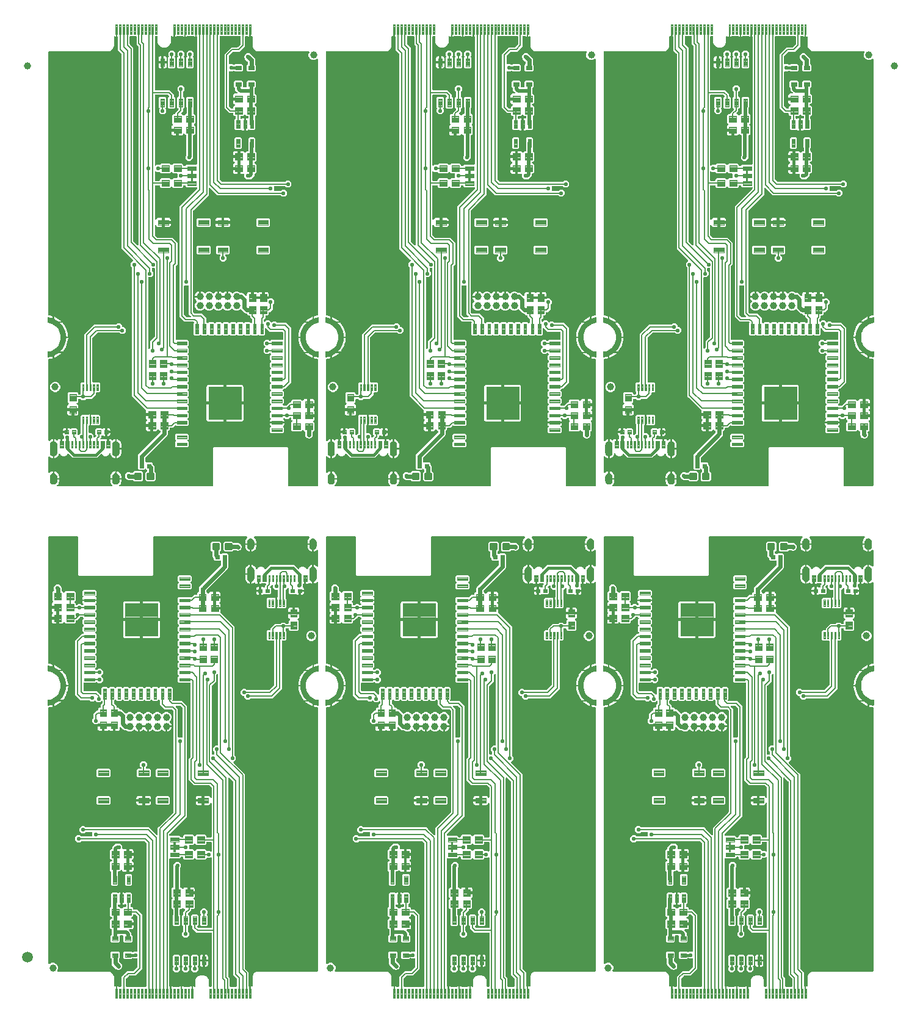
<source format=gtl>
G04 EAGLE Gerber RS-274X export*
G75*
%MOMM*%
%FSLAX34Y34*%
%LPD*%
%INTop Copper*%
%IPPOS*%
%AMOC8*
5,1,8,0,0,1.08239X$1,22.5*%
G01*
%ADD10C,0.101500*%
%ADD11C,0.609600*%
%ADD12C,0.203200*%
%ADD13C,0.099000*%
%ADD14C,0.100000*%
%ADD15C,0.092000*%
%ADD16C,1.000000*%
%ADD17C,0.102000*%
%ADD18C,0.300000*%
%ADD19C,0.654000*%
%ADD20C,0.099059*%
%ADD21C,0.100800*%
%ADD22C,1.500000*%
%ADD23C,0.609600*%
%ADD24C,0.558800*%
%ADD25C,0.508000*%
%ADD26C,0.406400*%

G36*
X861048Y716550D02*
X861048Y716550D01*
X861077Y716548D01*
X861188Y716570D01*
X861300Y716586D01*
X861327Y716598D01*
X861356Y716604D01*
X861456Y716656D01*
X861560Y716702D01*
X861582Y716721D01*
X861608Y716735D01*
X861690Y716813D01*
X861777Y716886D01*
X861793Y716910D01*
X861814Y716931D01*
X861871Y717028D01*
X861934Y717123D01*
X861943Y717150D01*
X861958Y717176D01*
X861986Y717286D01*
X862020Y717394D01*
X862021Y717423D01*
X862028Y717451D01*
X862024Y717564D01*
X862027Y717678D01*
X862020Y717706D01*
X862019Y717735D01*
X861984Y717843D01*
X861955Y717953D01*
X861940Y717978D01*
X861931Y718006D01*
X861886Y718070D01*
X861810Y718197D01*
X861765Y718240D01*
X861737Y718279D01*
X860777Y719238D01*
X859947Y720482D01*
X859374Y721863D01*
X859083Y723330D01*
X859083Y726062D01*
X861624Y726062D01*
X861624Y724077D01*
X861627Y724074D01*
X861624Y724072D01*
X861750Y722959D01*
X861756Y722953D01*
X861752Y722949D01*
X862122Y721892D01*
X862129Y721887D01*
X862127Y721882D01*
X862723Y720934D01*
X862730Y720931D01*
X862729Y720925D01*
X863521Y720133D01*
X863529Y720132D01*
X863530Y720127D01*
X864478Y719531D01*
X864486Y719532D01*
X864488Y719526D01*
X865545Y719156D01*
X865552Y719159D01*
X865555Y719154D01*
X866668Y719028D01*
X866675Y719033D01*
X866679Y719028D01*
X867792Y719154D01*
X867797Y719160D01*
X867802Y719156D01*
X868859Y719526D01*
X868864Y719533D01*
X868869Y719531D01*
X869817Y720127D01*
X869820Y720134D01*
X869826Y720133D01*
X870617Y720925D01*
X870619Y720933D01*
X870624Y720934D01*
X871220Y721882D01*
X871219Y721890D01*
X871225Y721892D01*
X871595Y722949D01*
X871593Y722953D01*
X871596Y722955D01*
X871594Y722957D01*
X871597Y722959D01*
X871722Y724072D01*
X871720Y724076D01*
X871723Y724077D01*
X871723Y726062D01*
X874264Y726062D01*
X874264Y723330D01*
X873972Y721863D01*
X873572Y720897D01*
X873572Y720896D01*
X873400Y720482D01*
X872882Y719706D01*
X872570Y719239D01*
X871610Y718279D01*
X871593Y718256D01*
X871570Y718237D01*
X871507Y718142D01*
X871439Y718052D01*
X871429Y718025D01*
X871413Y718000D01*
X871378Y717892D01*
X871338Y717786D01*
X871336Y717757D01*
X871327Y717729D01*
X871324Y717616D01*
X871315Y717503D01*
X871320Y717474D01*
X871320Y717445D01*
X871348Y717335D01*
X871370Y717224D01*
X871384Y717198D01*
X871391Y717170D01*
X871449Y717073D01*
X871501Y716972D01*
X871522Y716951D01*
X871537Y716926D01*
X871619Y716848D01*
X871697Y716766D01*
X871723Y716751D01*
X871744Y716731D01*
X871845Y716679D01*
X871942Y716622D01*
X871971Y716615D01*
X871997Y716602D01*
X872074Y716589D01*
X872218Y716552D01*
X872280Y716554D01*
X872328Y716546D01*
X1000605Y716546D01*
X1000663Y716554D01*
X1000722Y716553D01*
X1000803Y716574D01*
X1000887Y716586D01*
X1000940Y716610D01*
X1000997Y716625D01*
X1001069Y716668D01*
X1001146Y716702D01*
X1001191Y716740D01*
X1001241Y716770D01*
X1001299Y716831D01*
X1001363Y716886D01*
X1001396Y716935D01*
X1001436Y716977D01*
X1001474Y717052D01*
X1001521Y717123D01*
X1001539Y717178D01*
X1001565Y717230D01*
X1001577Y717298D01*
X1001607Y717394D01*
X1001609Y717493D01*
X1001621Y717561D01*
X1001621Y769899D01*
X1002811Y771090D01*
X1104495Y771090D01*
X1105686Y769899D01*
X1105686Y717561D01*
X1105694Y717504D01*
X1105693Y717445D01*
X1105714Y717363D01*
X1105726Y717280D01*
X1105750Y717227D01*
X1105765Y717170D01*
X1105808Y717098D01*
X1105842Y717020D01*
X1105880Y716976D01*
X1105910Y716926D01*
X1105971Y716868D01*
X1106026Y716803D01*
X1106075Y716771D01*
X1106117Y716731D01*
X1106192Y716693D01*
X1106263Y716646D01*
X1106318Y716628D01*
X1106370Y716602D01*
X1106438Y716590D01*
X1106534Y716560D01*
X1106633Y716558D01*
X1106701Y716546D01*
X1146089Y716546D01*
X1146147Y716554D01*
X1146206Y716553D01*
X1146287Y716574D01*
X1146371Y716586D01*
X1146424Y716610D01*
X1146481Y716625D01*
X1146553Y716668D01*
X1146630Y716702D01*
X1146675Y716740D01*
X1146725Y716770D01*
X1146783Y716831D01*
X1146847Y716886D01*
X1146880Y716935D01*
X1146920Y716977D01*
X1146958Y717052D01*
X1147005Y717123D01*
X1147023Y717178D01*
X1147049Y717230D01*
X1147061Y717298D01*
X1147091Y717394D01*
X1147093Y717493D01*
X1147105Y717561D01*
X1147105Y892336D01*
X1147104Y892340D01*
X1147105Y892345D01*
X1147084Y892483D01*
X1147065Y892617D01*
X1147063Y892621D01*
X1147062Y892626D01*
X1147004Y892752D01*
X1146949Y892877D01*
X1146945Y892880D01*
X1146943Y892885D01*
X1146853Y892989D01*
X1146765Y893094D01*
X1146761Y893096D01*
X1146758Y893100D01*
X1146642Y893175D01*
X1146528Y893251D01*
X1146524Y893253D01*
X1146520Y893255D01*
X1146484Y893265D01*
X1146257Y893337D01*
X1146223Y893338D01*
X1146196Y893345D01*
X1145770Y893390D01*
X1142643Y894055D01*
X1141169Y894532D01*
X1141169Y897289D01*
X1143576Y896481D01*
X1143586Y896481D01*
X1143611Y896472D01*
X1147609Y895752D01*
X1147648Y895756D01*
X1147687Y895750D01*
X1147716Y895764D01*
X1147748Y895767D01*
X1147779Y895791D01*
X1147815Y895807D01*
X1147832Y895834D01*
X1147857Y895854D01*
X1147870Y895891D01*
X1147892Y895924D01*
X1147900Y895979D01*
X1147902Y895987D01*
X1147902Y895990D01*
X1147903Y895997D01*
X1147903Y903497D01*
X1147900Y903506D01*
X1147900Y903508D01*
X1147898Y903515D01*
X1147884Y903563D01*
X1147865Y903629D01*
X1147864Y903630D01*
X1147863Y903632D01*
X1147811Y903677D01*
X1147761Y903722D01*
X1147759Y903723D01*
X1147758Y903724D01*
X1147756Y903724D01*
X1147689Y903744D01*
X1144791Y904168D01*
X1142013Y905034D01*
X1139405Y906323D01*
X1137031Y908005D01*
X1134949Y910038D01*
X1133211Y912371D01*
X1131859Y914947D01*
X1130927Y917704D01*
X1130438Y920572D01*
X1130403Y923497D01*
X1130438Y926423D01*
X1130927Y929291D01*
X1131859Y932048D01*
X1133211Y934624D01*
X1134949Y936957D01*
X1137031Y938990D01*
X1139405Y940671D01*
X1142013Y941961D01*
X1144791Y942827D01*
X1147689Y943251D01*
X1147751Y943279D01*
X1147815Y943307D01*
X1147815Y943308D01*
X1147817Y943309D01*
X1147853Y943366D01*
X1147892Y943424D01*
X1147892Y943426D01*
X1147892Y943429D01*
X1147903Y943497D01*
X1147903Y950997D01*
X1147892Y951034D01*
X1147891Y951072D01*
X1147873Y951100D01*
X1147863Y951132D01*
X1147835Y951157D01*
X1147813Y951189D01*
X1147783Y951202D01*
X1147758Y951224D01*
X1147720Y951229D01*
X1147685Y951245D01*
X1147627Y951243D01*
X1147620Y951244D01*
X1147617Y951243D01*
X1147611Y951243D01*
X1143600Y950550D01*
X1143591Y950545D01*
X1143565Y950541D01*
X1141169Y949752D01*
X1141169Y952504D01*
X1142646Y952973D01*
X1145786Y953619D01*
X1146188Y953658D01*
X1146197Y953660D01*
X1146206Y953660D01*
X1146335Y953694D01*
X1146465Y953725D01*
X1146472Y953729D01*
X1146481Y953732D01*
X1146595Y953799D01*
X1146711Y953866D01*
X1146718Y953872D01*
X1146725Y953877D01*
X1146816Y953974D01*
X1146910Y954070D01*
X1146914Y954078D01*
X1146920Y954084D01*
X1146980Y954202D01*
X1147043Y954321D01*
X1147045Y954330D01*
X1147049Y954337D01*
X1147058Y954390D01*
X1147102Y954599D01*
X1147100Y954638D01*
X1147105Y954668D01*
X1147105Y1308952D01*
X1147101Y1308981D01*
X1147103Y1309010D01*
X1147081Y1309121D01*
X1147065Y1309233D01*
X1147053Y1309260D01*
X1147047Y1309289D01*
X1146995Y1309390D01*
X1146949Y1309493D01*
X1146930Y1309515D01*
X1146916Y1309541D01*
X1146838Y1309623D01*
X1146765Y1309710D01*
X1146741Y1309726D01*
X1146720Y1309747D01*
X1146623Y1309805D01*
X1146528Y1309867D01*
X1146500Y1309876D01*
X1146475Y1309891D01*
X1146365Y1309919D01*
X1146257Y1309953D01*
X1146228Y1309954D01*
X1146199Y1309961D01*
X1146086Y1309958D01*
X1145973Y1309960D01*
X1145945Y1309953D01*
X1145915Y1309952D01*
X1145807Y1309917D01*
X1145698Y1309889D01*
X1145673Y1309874D01*
X1145645Y1309865D01*
X1145581Y1309819D01*
X1145454Y1309743D01*
X1145411Y1309698D01*
X1145372Y1309670D01*
X1144977Y1309275D01*
X1142392Y1308205D01*
X1139595Y1308205D01*
X1137010Y1309275D01*
X1135031Y1311254D01*
X1133961Y1313839D01*
X1133961Y1316636D01*
X1134958Y1319045D01*
X1134987Y1319156D01*
X1135022Y1319266D01*
X1135022Y1319293D01*
X1135029Y1319320D01*
X1135026Y1319435D01*
X1135029Y1319550D01*
X1135022Y1319577D01*
X1135021Y1319604D01*
X1134986Y1319714D01*
X1134957Y1319825D01*
X1134943Y1319849D01*
X1134935Y1319875D01*
X1134870Y1319971D01*
X1134812Y1320069D01*
X1134792Y1320088D01*
X1134776Y1320111D01*
X1134688Y1320185D01*
X1134605Y1320264D01*
X1134580Y1320276D01*
X1134559Y1320294D01*
X1134454Y1320341D01*
X1134351Y1320393D01*
X1134327Y1320397D01*
X1134299Y1320410D01*
X1134035Y1320446D01*
X1134020Y1320449D01*
X1065650Y1320449D01*
X1065603Y1320442D01*
X1065556Y1320444D01*
X1065463Y1320422D01*
X1065369Y1320409D01*
X1065326Y1320390D01*
X1065280Y1320379D01*
X1065236Y1320353D01*
X1064072Y1320445D01*
X1064027Y1320443D01*
X1063991Y1320449D01*
X1062836Y1320449D01*
X1062829Y1320454D01*
X1062785Y1320471D01*
X1062745Y1320496D01*
X1062672Y1320514D01*
X1062563Y1320555D01*
X1062479Y1320562D01*
X1062419Y1320577D01*
X1061875Y1320621D01*
X1058429Y1322816D01*
X1056414Y1326369D01*
X1056402Y1326795D01*
X1056397Y1326824D01*
X1056397Y1326828D01*
X1056395Y1326836D01*
X1056389Y1326868D01*
X1056387Y1326941D01*
X1056366Y1327007D01*
X1056355Y1327071D01*
X1056355Y1328440D01*
X1056352Y1328456D01*
X1056354Y1328469D01*
X1056315Y1329858D01*
X1056335Y1329917D01*
X1056342Y1330038D01*
X1056355Y1330114D01*
X1056355Y1340185D01*
X1056348Y1340233D01*
X1056350Y1340282D01*
X1056328Y1340373D01*
X1056315Y1340466D01*
X1056295Y1340511D01*
X1056284Y1340558D01*
X1056237Y1340640D01*
X1056199Y1340726D01*
X1056167Y1340763D01*
X1056143Y1340805D01*
X1056076Y1340871D01*
X1056015Y1340943D01*
X1055974Y1340970D01*
X1055939Y1341004D01*
X1055856Y1341048D01*
X1055778Y1341100D01*
X1055732Y1341115D01*
X1055689Y1341138D01*
X1055597Y1341158D01*
X1055507Y1341186D01*
X1055459Y1341187D01*
X1055411Y1341198D01*
X1055337Y1341191D01*
X1055223Y1341193D01*
X1055139Y1341172D01*
X1055077Y1341166D01*
X1054297Y1340957D01*
X1053669Y1340957D01*
X1053669Y1350747D01*
X1053661Y1350805D01*
X1053662Y1350863D01*
X1053641Y1350945D01*
X1053629Y1351029D01*
X1053605Y1351082D01*
X1053590Y1351138D01*
X1053547Y1351211D01*
X1053513Y1351288D01*
X1053475Y1351333D01*
X1053445Y1351383D01*
X1053384Y1351441D01*
X1053329Y1351505D01*
X1053280Y1351537D01*
X1053238Y1351577D01*
X1053163Y1351616D01*
X1053092Y1351663D01*
X1053037Y1351680D01*
X1052985Y1351707D01*
X1052917Y1351718D01*
X1052821Y1351748D01*
X1052722Y1351751D01*
X1052654Y1351762D01*
X1052653Y1351762D01*
X1052595Y1351754D01*
X1052537Y1351756D01*
X1052455Y1351734D01*
X1052372Y1351723D01*
X1052318Y1351699D01*
X1052262Y1351684D01*
X1052189Y1351641D01*
X1052112Y1351606D01*
X1052068Y1351568D01*
X1052017Y1351539D01*
X1051960Y1351477D01*
X1051895Y1351423D01*
X1051863Y1351374D01*
X1051823Y1351331D01*
X1051784Y1351256D01*
X1051738Y1351186D01*
X1051720Y1351130D01*
X1051693Y1351078D01*
X1051682Y1351010D01*
X1051652Y1350915D01*
X1051649Y1350815D01*
X1051638Y1350747D01*
X1051638Y1340957D01*
X1051010Y1340957D01*
X1050234Y1341164D01*
X1049950Y1341329D01*
X1049860Y1341365D01*
X1049773Y1341409D01*
X1049734Y1341416D01*
X1049686Y1341435D01*
X1049515Y1341452D01*
X1049442Y1341465D01*
X1046717Y1341465D01*
X1046660Y1341456D01*
X1046601Y1341458D01*
X1046519Y1341437D01*
X1046436Y1341425D01*
X1046383Y1341401D01*
X1046326Y1341386D01*
X1046254Y1341343D01*
X1046176Y1341309D01*
X1046132Y1341271D01*
X1046082Y1341241D01*
X1046024Y1341179D01*
X1045959Y1341125D01*
X1045927Y1341076D01*
X1045887Y1341034D01*
X1045849Y1340959D01*
X1045802Y1340888D01*
X1045784Y1340832D01*
X1045758Y1340780D01*
X1045746Y1340712D01*
X1045716Y1340617D01*
X1045714Y1340517D01*
X1045702Y1340449D01*
X1045702Y1327395D01*
X1038116Y1319809D01*
X1029647Y1319809D01*
X1029560Y1319796D01*
X1029473Y1319794D01*
X1029420Y1319777D01*
X1029365Y1319769D01*
X1029285Y1319733D01*
X1029202Y1319706D01*
X1029163Y1319678D01*
X1029106Y1319653D01*
X1028993Y1319557D01*
X1028929Y1319511D01*
X1023690Y1314272D01*
X1023637Y1314202D01*
X1023577Y1314138D01*
X1023552Y1314089D01*
X1023519Y1314045D01*
X1023487Y1313963D01*
X1023448Y1313885D01*
X1023440Y1313838D01*
X1023417Y1313779D01*
X1023410Y1313694D01*
X1023406Y1313681D01*
X1023405Y1313629D01*
X1023392Y1313554D01*
X1023392Y1303299D01*
X1023399Y1303251D01*
X1023399Y1303244D01*
X1023400Y1303239D01*
X1023399Y1303183D01*
X1023420Y1303101D01*
X1023432Y1303018D01*
X1023456Y1302965D01*
X1023471Y1302908D01*
X1023514Y1302836D01*
X1023548Y1302758D01*
X1023586Y1302714D01*
X1023616Y1302664D01*
X1023677Y1302606D01*
X1023732Y1302541D01*
X1023781Y1302509D01*
X1023823Y1302469D01*
X1023898Y1302431D01*
X1023969Y1302384D01*
X1024024Y1302366D01*
X1024076Y1302340D01*
X1024144Y1302328D01*
X1024240Y1302298D01*
X1024339Y1302296D01*
X1024407Y1302284D01*
X1028693Y1302284D01*
X1029087Y1301890D01*
X1029157Y1301837D01*
X1029221Y1301777D01*
X1029270Y1301752D01*
X1029315Y1301719D01*
X1029396Y1301687D01*
X1029474Y1301648D01*
X1029522Y1301640D01*
X1029580Y1301617D01*
X1029728Y1301605D01*
X1029805Y1301592D01*
X1030618Y1301592D01*
X1030705Y1301604D01*
X1030792Y1301607D01*
X1030845Y1301624D01*
X1030900Y1301632D01*
X1030979Y1301668D01*
X1031063Y1301695D01*
X1031102Y1301723D01*
X1031159Y1301748D01*
X1031272Y1301844D01*
X1031336Y1301890D01*
X1032157Y1302710D01*
X1041550Y1302710D01*
X1043036Y1301224D01*
X1043036Y1293831D01*
X1041550Y1292345D01*
X1032157Y1292345D01*
X1031336Y1293165D01*
X1031266Y1293218D01*
X1031202Y1293278D01*
X1031153Y1293303D01*
X1031109Y1293336D01*
X1031027Y1293367D01*
X1030949Y1293407D01*
X1030902Y1293415D01*
X1030843Y1293437D01*
X1030695Y1293450D01*
X1030618Y1293463D01*
X1029945Y1293463D01*
X1029859Y1293450D01*
X1029771Y1293448D01*
X1029719Y1293431D01*
X1029664Y1293423D01*
X1029584Y1293387D01*
X1029501Y1293360D01*
X1029461Y1293332D01*
X1029404Y1293307D01*
X1029291Y1293211D01*
X1029227Y1293165D01*
X1028693Y1292631D01*
X1024407Y1292631D01*
X1024350Y1292622D01*
X1024291Y1292624D01*
X1024209Y1292603D01*
X1024126Y1292591D01*
X1024073Y1292567D01*
X1024016Y1292552D01*
X1023944Y1292509D01*
X1023866Y1292475D01*
X1023822Y1292437D01*
X1023772Y1292407D01*
X1023714Y1292345D01*
X1023649Y1292291D01*
X1023617Y1292242D01*
X1023577Y1292200D01*
X1023539Y1292125D01*
X1023492Y1292054D01*
X1023474Y1291998D01*
X1023448Y1291946D01*
X1023436Y1291878D01*
X1023406Y1291783D01*
X1023404Y1291683D01*
X1023392Y1291615D01*
X1023392Y1244531D01*
X1023404Y1244444D01*
X1023407Y1244357D01*
X1023424Y1244304D01*
X1023432Y1244249D01*
X1023468Y1244169D01*
X1023495Y1244086D01*
X1023523Y1244047D01*
X1023548Y1243990D01*
X1023644Y1243877D01*
X1023690Y1243813D01*
X1026389Y1241114D01*
X1026459Y1241061D01*
X1026523Y1241001D01*
X1026572Y1240976D01*
X1026616Y1240943D01*
X1026698Y1240911D01*
X1026776Y1240872D01*
X1026823Y1240864D01*
X1026882Y1240841D01*
X1027029Y1240829D01*
X1027107Y1240816D01*
X1028695Y1240816D01*
X1028753Y1240824D01*
X1028812Y1240823D01*
X1028893Y1240844D01*
X1028977Y1240856D01*
X1029030Y1240880D01*
X1029087Y1240895D01*
X1029159Y1240938D01*
X1029236Y1240972D01*
X1029281Y1241010D01*
X1029331Y1241040D01*
X1029389Y1241101D01*
X1029453Y1241156D01*
X1029486Y1241205D01*
X1029526Y1241247D01*
X1029564Y1241322D01*
X1029611Y1241393D01*
X1029629Y1241448D01*
X1029655Y1241500D01*
X1029667Y1241568D01*
X1029697Y1241664D01*
X1029699Y1241763D01*
X1029711Y1241831D01*
X1029711Y1243317D01*
X1031194Y1244800D01*
X1031359Y1244800D01*
X1031369Y1244802D01*
X1031378Y1244800D01*
X1031509Y1244821D01*
X1031640Y1244840D01*
X1031649Y1244844D01*
X1031659Y1244846D01*
X1031779Y1244902D01*
X1031900Y1244956D01*
X1031907Y1244963D01*
X1031916Y1244967D01*
X1032016Y1245054D01*
X1032117Y1245140D01*
X1032122Y1245148D01*
X1032130Y1245155D01*
X1032201Y1245266D01*
X1032274Y1245377D01*
X1032277Y1245386D01*
X1032283Y1245394D01*
X1032320Y1245521D01*
X1032360Y1245648D01*
X1032360Y1245657D01*
X1032363Y1245667D01*
X1032364Y1245799D01*
X1032367Y1245932D01*
X1032365Y1245941D01*
X1032365Y1245951D01*
X1032329Y1246079D01*
X1032296Y1246207D01*
X1032291Y1246215D01*
X1032288Y1246225D01*
X1032217Y1246338D01*
X1032150Y1246451D01*
X1032143Y1246458D01*
X1032138Y1246466D01*
X1032040Y1246555D01*
X1031943Y1246646D01*
X1031934Y1246650D01*
X1031927Y1246657D01*
X1031876Y1246680D01*
X1031690Y1246775D01*
X1031654Y1246781D01*
X1031622Y1246796D01*
X1031070Y1246944D01*
X1030376Y1247344D01*
X1029810Y1247910D01*
X1029410Y1248604D01*
X1029203Y1249377D01*
X1029203Y1252246D01*
X1036227Y1252246D01*
X1036285Y1252254D01*
X1036344Y1252253D01*
X1036425Y1252274D01*
X1036509Y1252286D01*
X1036562Y1252310D01*
X1036619Y1252325D01*
X1036691Y1252368D01*
X1036768Y1252402D01*
X1036813Y1252440D01*
X1036863Y1252470D01*
X1036921Y1252531D01*
X1036985Y1252586D01*
X1037018Y1252635D01*
X1037058Y1252677D01*
X1037096Y1252752D01*
X1037143Y1252823D01*
X1037160Y1252878D01*
X1037187Y1252930D01*
X1037198Y1252998D01*
X1037229Y1253094D01*
X1037231Y1253193D01*
X1037243Y1253261D01*
X1037243Y1255293D01*
X1037234Y1255351D01*
X1037236Y1255410D01*
X1037215Y1255491D01*
X1037203Y1255575D01*
X1037179Y1255628D01*
X1037164Y1255685D01*
X1037121Y1255757D01*
X1037086Y1255834D01*
X1037049Y1255879D01*
X1037019Y1255929D01*
X1036957Y1255987D01*
X1036903Y1256051D01*
X1036854Y1256084D01*
X1036811Y1256124D01*
X1036736Y1256162D01*
X1036666Y1256209D01*
X1036610Y1256226D01*
X1036558Y1256253D01*
X1036490Y1256264D01*
X1036395Y1256295D01*
X1036295Y1256297D01*
X1036227Y1256309D01*
X1029203Y1256309D01*
X1029203Y1259178D01*
X1029410Y1259951D01*
X1029810Y1260645D01*
X1030376Y1261211D01*
X1031070Y1261611D01*
X1031843Y1261818D01*
X1034365Y1261818D01*
X1034394Y1261822D01*
X1034423Y1261820D01*
X1034534Y1261842D01*
X1034646Y1261858D01*
X1034673Y1261870D01*
X1034702Y1261876D01*
X1034803Y1261928D01*
X1034906Y1261974D01*
X1034928Y1261993D01*
X1034954Y1262007D01*
X1035036Y1262085D01*
X1035123Y1262158D01*
X1035139Y1262182D01*
X1035160Y1262203D01*
X1035218Y1262300D01*
X1035280Y1262395D01*
X1035289Y1262422D01*
X1035304Y1262448D01*
X1035332Y1262557D01*
X1035366Y1262666D01*
X1035367Y1262695D01*
X1035374Y1262723D01*
X1035370Y1262836D01*
X1035373Y1262950D01*
X1035366Y1262978D01*
X1035365Y1263007D01*
X1035330Y1263115D01*
X1035302Y1263225D01*
X1035287Y1263250D01*
X1035278Y1263278D01*
X1035232Y1263342D01*
X1035156Y1263469D01*
X1035111Y1263512D01*
X1035083Y1263551D01*
X1034523Y1264111D01*
X1032281Y1266353D01*
X1032281Y1268800D01*
X1032268Y1268887D01*
X1032266Y1268974D01*
X1032249Y1269027D01*
X1032241Y1269082D01*
X1032205Y1269161D01*
X1032178Y1269245D01*
X1032150Y1269284D01*
X1032125Y1269341D01*
X1032030Y1269453D01*
X1032015Y1269478D01*
X1032006Y1269487D01*
X1031983Y1269518D01*
X1030671Y1270831D01*
X1030671Y1278224D01*
X1032157Y1279710D01*
X1041550Y1279710D01*
X1043036Y1278224D01*
X1043036Y1271295D01*
X1043044Y1271238D01*
X1043043Y1271179D01*
X1043064Y1271097D01*
X1043076Y1271014D01*
X1043100Y1270961D01*
X1043115Y1270904D01*
X1043158Y1270832D01*
X1043192Y1270754D01*
X1043230Y1270710D01*
X1043260Y1270660D01*
X1043321Y1270602D01*
X1043376Y1270537D01*
X1043425Y1270505D01*
X1043467Y1270465D01*
X1043542Y1270427D01*
X1043613Y1270380D01*
X1043668Y1270362D01*
X1043720Y1270336D01*
X1043788Y1270324D01*
X1043884Y1270294D01*
X1043983Y1270292D01*
X1044051Y1270280D01*
X1047435Y1270280D01*
X1047493Y1270288D01*
X1047552Y1270287D01*
X1047633Y1270308D01*
X1047717Y1270320D01*
X1047770Y1270344D01*
X1047827Y1270359D01*
X1047899Y1270402D01*
X1047976Y1270436D01*
X1048021Y1270474D01*
X1048071Y1270504D01*
X1048129Y1270565D01*
X1048193Y1270620D01*
X1048226Y1270669D01*
X1048266Y1270711D01*
X1048304Y1270786D01*
X1048351Y1270857D01*
X1048369Y1270912D01*
X1048395Y1270964D01*
X1048407Y1271032D01*
X1048437Y1271128D01*
X1048439Y1271227D01*
X1048451Y1271295D01*
X1048451Y1278224D01*
X1049937Y1279710D01*
X1059330Y1279710D01*
X1060816Y1278224D01*
X1060816Y1270831D01*
X1059504Y1269518D01*
X1059451Y1269448D01*
X1059391Y1269384D01*
X1059366Y1269335D01*
X1059333Y1269291D01*
X1059301Y1269209D01*
X1059262Y1269131D01*
X1059254Y1269084D01*
X1059231Y1269025D01*
X1059219Y1268877D01*
X1059206Y1268800D01*
X1059206Y1262325D01*
X1059214Y1262268D01*
X1059213Y1262209D01*
X1059234Y1262127D01*
X1059246Y1262044D01*
X1059270Y1261991D01*
X1059285Y1261934D01*
X1059328Y1261862D01*
X1059362Y1261784D01*
X1059400Y1261740D01*
X1059430Y1261690D01*
X1059491Y1261632D01*
X1059546Y1261567D01*
X1059595Y1261535D01*
X1059637Y1261495D01*
X1059712Y1261457D01*
X1059783Y1261410D01*
X1059838Y1261392D01*
X1059890Y1261366D01*
X1059958Y1261354D01*
X1060054Y1261324D01*
X1060153Y1261322D01*
X1060221Y1261310D01*
X1060293Y1261310D01*
X1061776Y1259827D01*
X1061776Y1248728D01*
X1060293Y1247245D01*
X1059831Y1247245D01*
X1059774Y1247236D01*
X1059715Y1247238D01*
X1059633Y1247217D01*
X1059550Y1247205D01*
X1059497Y1247181D01*
X1059440Y1247166D01*
X1059368Y1247123D01*
X1059290Y1247089D01*
X1059246Y1247051D01*
X1059196Y1247021D01*
X1059138Y1246959D01*
X1059073Y1246905D01*
X1059041Y1246856D01*
X1059001Y1246814D01*
X1058963Y1246739D01*
X1058916Y1246668D01*
X1058898Y1246612D01*
X1058872Y1246560D01*
X1058860Y1246492D01*
X1058830Y1246397D01*
X1058828Y1246297D01*
X1058816Y1246229D01*
X1058816Y1245815D01*
X1058824Y1245758D01*
X1058823Y1245699D01*
X1058844Y1245617D01*
X1058856Y1245534D01*
X1058880Y1245481D01*
X1058895Y1245424D01*
X1058938Y1245352D01*
X1058972Y1245274D01*
X1059010Y1245230D01*
X1059040Y1245180D01*
X1059101Y1245122D01*
X1059156Y1245057D01*
X1059205Y1245025D01*
X1059247Y1244985D01*
X1059322Y1244947D01*
X1059393Y1244900D01*
X1059448Y1244882D01*
X1059500Y1244856D01*
X1059568Y1244844D01*
X1059664Y1244814D01*
X1059763Y1244812D01*
X1059831Y1244800D01*
X1060293Y1244800D01*
X1061776Y1243317D01*
X1061776Y1232218D01*
X1060114Y1230556D01*
X1060061Y1230486D01*
X1060001Y1230422D01*
X1059976Y1230373D01*
X1059943Y1230329D01*
X1059911Y1230247D01*
X1059872Y1230169D01*
X1059864Y1230121D01*
X1059841Y1230063D01*
X1059829Y1229915D01*
X1059816Y1229838D01*
X1059816Y1226201D01*
X1059824Y1226143D01*
X1059823Y1226085D01*
X1059830Y1226057D01*
X1059831Y1226027D01*
X1059848Y1225974D01*
X1059856Y1225919D01*
X1059880Y1225865D01*
X1059895Y1225810D01*
X1059909Y1225786D01*
X1059919Y1225756D01*
X1059947Y1225717D01*
X1059972Y1225660D01*
X1060011Y1225614D01*
X1060026Y1225589D01*
X1060026Y1212466D01*
X1058545Y1210986D01*
X1051941Y1210986D01*
X1051571Y1211357D01*
X1051524Y1211392D01*
X1051484Y1211434D01*
X1051411Y1211477D01*
X1051343Y1211527D01*
X1051289Y1211548D01*
X1051238Y1211578D01*
X1051157Y1211599D01*
X1051078Y1211629D01*
X1051019Y1211634D01*
X1050963Y1211648D01*
X1050878Y1211645D01*
X1050794Y1211652D01*
X1050737Y1211641D01*
X1050679Y1211639D01*
X1050598Y1211613D01*
X1050516Y1211596D01*
X1050464Y1211569D01*
X1050408Y1211551D01*
X1050352Y1211511D01*
X1050263Y1211465D01*
X1050191Y1211397D01*
X1050135Y1211357D01*
X1049862Y1211084D01*
X1049170Y1210685D01*
X1048398Y1210478D01*
X1047118Y1210478D01*
X1047118Y1218659D01*
X1047109Y1218717D01*
X1047111Y1218776D01*
X1047090Y1218857D01*
X1047078Y1218941D01*
X1047054Y1218994D01*
X1047048Y1219018D01*
X1047062Y1219047D01*
X1047074Y1219115D01*
X1047104Y1219210D01*
X1047106Y1219310D01*
X1047118Y1219378D01*
X1047118Y1227559D01*
X1048398Y1227559D01*
X1049189Y1227347D01*
X1049217Y1227329D01*
X1049315Y1227298D01*
X1049411Y1227259D01*
X1049450Y1227255D01*
X1049488Y1227243D01*
X1049591Y1227240D01*
X1049694Y1227230D01*
X1049733Y1227237D01*
X1049772Y1227236D01*
X1049872Y1227262D01*
X1049974Y1227280D01*
X1050009Y1227298D01*
X1050047Y1227308D01*
X1050136Y1227360D01*
X1050229Y1227406D01*
X1050258Y1227433D01*
X1050291Y1227453D01*
X1050362Y1227528D01*
X1050438Y1227598D01*
X1050459Y1227632D01*
X1050486Y1227660D01*
X1050533Y1227752D01*
X1050587Y1227841D01*
X1050597Y1227878D01*
X1050615Y1227913D01*
X1050628Y1227990D01*
X1050662Y1228115D01*
X1050661Y1228189D01*
X1050671Y1228244D01*
X1050671Y1229719D01*
X1050662Y1229777D01*
X1050664Y1229836D01*
X1050643Y1229917D01*
X1050631Y1230001D01*
X1050607Y1230054D01*
X1050592Y1230111D01*
X1050549Y1230183D01*
X1050515Y1230260D01*
X1050477Y1230305D01*
X1050447Y1230355D01*
X1050385Y1230413D01*
X1050331Y1230477D01*
X1050282Y1230510D01*
X1050240Y1230550D01*
X1050165Y1230588D01*
X1050094Y1230635D01*
X1050038Y1230653D01*
X1049986Y1230679D01*
X1049918Y1230691D01*
X1049823Y1230721D01*
X1049723Y1230723D01*
X1049655Y1230735D01*
X1048194Y1230735D01*
X1046461Y1232468D01*
X1046415Y1232503D01*
X1046374Y1232545D01*
X1046301Y1232588D01*
X1046234Y1232639D01*
X1046179Y1232659D01*
X1046129Y1232689D01*
X1046047Y1232710D01*
X1045968Y1232740D01*
X1045910Y1232745D01*
X1045854Y1232759D01*
X1045769Y1232756D01*
X1045685Y1232763D01*
X1045628Y1232752D01*
X1045569Y1232750D01*
X1045489Y1232724D01*
X1045406Y1232707D01*
X1045355Y1232681D01*
X1045299Y1232663D01*
X1045243Y1232622D01*
X1045154Y1232576D01*
X1045082Y1232508D01*
X1045026Y1232468D01*
X1043293Y1230735D01*
X1040307Y1230735D01*
X1040250Y1230726D01*
X1040191Y1230728D01*
X1040109Y1230707D01*
X1040026Y1230695D01*
X1039973Y1230671D01*
X1039916Y1230656D01*
X1039844Y1230613D01*
X1039766Y1230579D01*
X1039722Y1230541D01*
X1039672Y1230511D01*
X1039614Y1230449D01*
X1039549Y1230395D01*
X1039517Y1230346D01*
X1039477Y1230304D01*
X1039439Y1230229D01*
X1039392Y1230158D01*
X1039374Y1230102D01*
X1039348Y1230050D01*
X1039336Y1229982D01*
X1039306Y1229887D01*
X1039304Y1229787D01*
X1039292Y1229719D01*
X1039292Y1227725D01*
X1039304Y1227638D01*
X1039307Y1227551D01*
X1039324Y1227498D01*
X1039332Y1227443D01*
X1039368Y1227364D01*
X1039395Y1227280D01*
X1039423Y1227241D01*
X1039448Y1227184D01*
X1039544Y1227071D01*
X1039590Y1227007D01*
X1039916Y1226680D01*
X1039963Y1226645D01*
X1040003Y1226603D01*
X1040076Y1226560D01*
X1040143Y1226509D01*
X1040198Y1226489D01*
X1040249Y1226459D01*
X1040330Y1226438D01*
X1040409Y1226408D01*
X1040467Y1226403D01*
X1040524Y1226389D01*
X1040608Y1226392D01*
X1040692Y1226385D01*
X1040750Y1226396D01*
X1040808Y1226398D01*
X1040888Y1226424D01*
X1040971Y1226440D01*
X1041023Y1226467D01*
X1041079Y1226485D01*
X1041135Y1226525D01*
X1041223Y1226571D01*
X1041296Y1226640D01*
X1041352Y1226680D01*
X1041624Y1226953D01*
X1042317Y1227352D01*
X1043089Y1227559D01*
X1044369Y1227559D01*
X1044369Y1219378D01*
X1044377Y1219320D01*
X1044376Y1219261D01*
X1044397Y1219180D01*
X1044409Y1219096D01*
X1044433Y1219043D01*
X1044439Y1219019D01*
X1044425Y1218990D01*
X1044413Y1218922D01*
X1044383Y1218827D01*
X1044381Y1218727D01*
X1044369Y1218659D01*
X1044369Y1210478D01*
X1043089Y1210478D01*
X1042317Y1210685D01*
X1041624Y1211084D01*
X1041352Y1211357D01*
X1041305Y1211392D01*
X1041265Y1211434D01*
X1041192Y1211477D01*
X1041125Y1211527D01*
X1041070Y1211548D01*
X1041020Y1211578D01*
X1040938Y1211599D01*
X1040859Y1211629D01*
X1040801Y1211634D01*
X1040744Y1211648D01*
X1040660Y1211645D01*
X1040576Y1211652D01*
X1040519Y1211641D01*
X1040460Y1211639D01*
X1040380Y1211613D01*
X1040297Y1211596D01*
X1040245Y1211569D01*
X1040190Y1211551D01*
X1040133Y1211511D01*
X1040045Y1211465D01*
X1039973Y1211397D01*
X1039916Y1211357D01*
X1039545Y1210986D01*
X1032941Y1210986D01*
X1031461Y1212466D01*
X1031461Y1225570D01*
X1032897Y1227007D01*
X1032950Y1227077D01*
X1033010Y1227141D01*
X1033035Y1227190D01*
X1033068Y1227234D01*
X1033099Y1227316D01*
X1033139Y1227394D01*
X1033147Y1227441D01*
X1033169Y1227500D01*
X1033182Y1227648D01*
X1033195Y1227725D01*
X1033195Y1229719D01*
X1033186Y1229777D01*
X1033188Y1229836D01*
X1033167Y1229917D01*
X1033155Y1230001D01*
X1033131Y1230054D01*
X1033116Y1230111D01*
X1033073Y1230183D01*
X1033039Y1230260D01*
X1033001Y1230305D01*
X1032971Y1230355D01*
X1032909Y1230413D01*
X1032855Y1230477D01*
X1032806Y1230510D01*
X1032764Y1230550D01*
X1032689Y1230588D01*
X1032618Y1230635D01*
X1032562Y1230653D01*
X1032510Y1230679D01*
X1032442Y1230691D01*
X1032347Y1230721D01*
X1032247Y1230723D01*
X1032179Y1230735D01*
X1031194Y1230735D01*
X1029711Y1232218D01*
X1029711Y1233703D01*
X1029702Y1233761D01*
X1029704Y1233820D01*
X1029683Y1233901D01*
X1029671Y1233985D01*
X1029647Y1234038D01*
X1029632Y1234095D01*
X1029589Y1234167D01*
X1029555Y1234244D01*
X1029517Y1234289D01*
X1029487Y1234339D01*
X1029425Y1234397D01*
X1029371Y1234461D01*
X1029322Y1234494D01*
X1029280Y1234534D01*
X1029205Y1234572D01*
X1029134Y1234619D01*
X1029078Y1234637D01*
X1029026Y1234663D01*
X1028958Y1234675D01*
X1028863Y1234705D01*
X1028763Y1234707D01*
X1028695Y1234719D01*
X1024161Y1234719D01*
X1017295Y1241585D01*
X1017295Y1316500D01*
X1026701Y1325906D01*
X1035170Y1325906D01*
X1035257Y1325918D01*
X1035344Y1325921D01*
X1035397Y1325938D01*
X1035452Y1325946D01*
X1035531Y1325982D01*
X1035615Y1326009D01*
X1035654Y1326037D01*
X1035711Y1326062D01*
X1035824Y1326158D01*
X1035888Y1326204D01*
X1039307Y1329623D01*
X1039360Y1329693D01*
X1039420Y1329757D01*
X1039445Y1329806D01*
X1039478Y1329850D01*
X1039509Y1329932D01*
X1039549Y1330010D01*
X1039557Y1330057D01*
X1039579Y1330116D01*
X1039592Y1330263D01*
X1039605Y1330341D01*
X1039605Y1340449D01*
X1039596Y1340507D01*
X1039598Y1340566D01*
X1039577Y1340647D01*
X1039565Y1340731D01*
X1039541Y1340784D01*
X1039526Y1340841D01*
X1039483Y1340913D01*
X1039449Y1340990D01*
X1039411Y1341035D01*
X1039381Y1341085D01*
X1039319Y1341143D01*
X1039265Y1341207D01*
X1039216Y1341240D01*
X1039174Y1341280D01*
X1039099Y1341318D01*
X1039028Y1341365D01*
X1038972Y1341383D01*
X1038920Y1341409D01*
X1038852Y1341421D01*
X1038757Y1341451D01*
X1038657Y1341453D01*
X1038589Y1341465D01*
X1011717Y1341465D01*
X1011660Y1341456D01*
X1011601Y1341458D01*
X1011519Y1341437D01*
X1011436Y1341425D01*
X1011383Y1341401D01*
X1011326Y1341386D01*
X1011254Y1341343D01*
X1011176Y1341309D01*
X1011132Y1341271D01*
X1011082Y1341241D01*
X1011024Y1341179D01*
X1010959Y1341125D01*
X1010927Y1341076D01*
X1010887Y1341034D01*
X1010849Y1340959D01*
X1010802Y1340888D01*
X1010784Y1340832D01*
X1010758Y1340780D01*
X1010746Y1340712D01*
X1010716Y1340617D01*
X1010714Y1340517D01*
X1010702Y1340449D01*
X1010702Y1142921D01*
X1010710Y1142868D01*
X1010709Y1142835D01*
X1010715Y1142811D01*
X1010717Y1142747D01*
X1010734Y1142694D01*
X1010742Y1142639D01*
X1010778Y1142559D01*
X1010805Y1142476D01*
X1010833Y1142437D01*
X1010858Y1142380D01*
X1010954Y1142267D01*
X1011000Y1142203D01*
X1013689Y1139514D01*
X1013759Y1139461D01*
X1013823Y1139401D01*
X1013872Y1139376D01*
X1013916Y1139343D01*
X1013998Y1139311D01*
X1014076Y1139272D01*
X1014123Y1139264D01*
X1014182Y1139241D01*
X1014329Y1139229D01*
X1014407Y1139216D01*
X1101236Y1139216D01*
X1101322Y1139228D01*
X1101410Y1139231D01*
X1101462Y1139248D01*
X1101517Y1139256D01*
X1101597Y1139292D01*
X1101680Y1139319D01*
X1101719Y1139347D01*
X1101776Y1139372D01*
X1101890Y1139468D01*
X1101953Y1139514D01*
X1103434Y1140994D01*
X1107433Y1140994D01*
X1110260Y1138167D01*
X1110260Y1134168D01*
X1107433Y1131341D01*
X1103434Y1131341D01*
X1101953Y1132821D01*
X1101884Y1132874D01*
X1101820Y1132934D01*
X1101770Y1132959D01*
X1101726Y1132992D01*
X1101645Y1133023D01*
X1101567Y1133063D01*
X1101519Y1133071D01*
X1101461Y1133093D01*
X1101313Y1133106D01*
X1101236Y1133119D01*
X1087145Y1133119D01*
X1087088Y1133110D01*
X1087029Y1133112D01*
X1086947Y1133091D01*
X1086864Y1133079D01*
X1086811Y1133055D01*
X1086754Y1133040D01*
X1086682Y1132997D01*
X1086604Y1132963D01*
X1086560Y1132925D01*
X1086510Y1132895D01*
X1086452Y1132833D01*
X1086387Y1132779D01*
X1086355Y1132730D01*
X1086315Y1132688D01*
X1086277Y1132613D01*
X1086230Y1132542D01*
X1086212Y1132486D01*
X1086186Y1132434D01*
X1086174Y1132366D01*
X1086144Y1132271D01*
X1086142Y1132171D01*
X1086130Y1132103D01*
X1086130Y1127531D01*
X1086138Y1127474D01*
X1086137Y1127415D01*
X1086158Y1127333D01*
X1086170Y1127250D01*
X1086194Y1127197D01*
X1086209Y1127140D01*
X1086252Y1127068D01*
X1086286Y1126990D01*
X1086324Y1126946D01*
X1086354Y1126896D01*
X1086415Y1126838D01*
X1086470Y1126773D01*
X1086519Y1126741D01*
X1086561Y1126701D01*
X1086636Y1126663D01*
X1086707Y1126616D01*
X1086762Y1126598D01*
X1086814Y1126572D01*
X1086882Y1126560D01*
X1086978Y1126530D01*
X1087077Y1126528D01*
X1087145Y1126516D01*
X1094886Y1126516D01*
X1094972Y1126528D01*
X1095060Y1126531D01*
X1095112Y1126548D01*
X1095167Y1126556D01*
X1095247Y1126592D01*
X1095330Y1126619D01*
X1095369Y1126647D01*
X1095426Y1126672D01*
X1095540Y1126768D01*
X1095603Y1126814D01*
X1097084Y1128294D01*
X1101083Y1128294D01*
X1103910Y1125467D01*
X1103910Y1121468D01*
X1101083Y1118641D01*
X1097084Y1118641D01*
X1095603Y1120121D01*
X1095534Y1120174D01*
X1095470Y1120234D01*
X1095420Y1120259D01*
X1095376Y1120292D01*
X1095295Y1120323D01*
X1095217Y1120363D01*
X1095169Y1120371D01*
X1095111Y1120393D01*
X1094963Y1120406D01*
X1094886Y1120419D01*
X1007651Y1120419D01*
X1005567Y1122502D01*
X997435Y1130634D01*
X997412Y1130652D01*
X997393Y1130674D01*
X997299Y1130737D01*
X997208Y1130805D01*
X997181Y1130815D01*
X997156Y1130832D01*
X997048Y1130866D01*
X996942Y1130906D01*
X996913Y1130909D01*
X996885Y1130917D01*
X996772Y1130920D01*
X996659Y1130930D01*
X996630Y1130924D01*
X996601Y1130925D01*
X996491Y1130896D01*
X996380Y1130874D01*
X996354Y1130860D01*
X996326Y1130853D01*
X996229Y1130795D01*
X996128Y1130743D01*
X996107Y1130723D01*
X996082Y1130708D01*
X996004Y1130625D01*
X995922Y1130547D01*
X995907Y1130522D01*
X995887Y1130500D01*
X995835Y1130399D01*
X995778Y1130302D01*
X995771Y1130273D01*
X995758Y1130247D01*
X995745Y1130170D01*
X995708Y1130026D01*
X995710Y1129964D01*
X995702Y1129916D01*
X995702Y1120855D01*
X974160Y1099312D01*
X974107Y1099242D01*
X974047Y1099178D01*
X974022Y1099129D01*
X973989Y1099085D01*
X973957Y1099003D01*
X973918Y1098925D01*
X973910Y1098878D01*
X973887Y1098819D01*
X973875Y1098671D01*
X973862Y1098594D01*
X973862Y958781D01*
X973874Y958694D01*
X973877Y958607D01*
X973894Y958554D01*
X973902Y958499D01*
X973938Y958419D01*
X973965Y958336D01*
X973993Y958297D01*
X974018Y958240D01*
X974114Y958127D01*
X974160Y958063D01*
X975589Y956634D01*
X975659Y956581D01*
X975723Y956521D01*
X975772Y956496D01*
X975816Y956463D01*
X975898Y956431D01*
X975976Y956392D01*
X976023Y956384D01*
X976082Y956361D01*
X976229Y956349D01*
X976307Y956336D01*
X986046Y956336D01*
X992202Y950180D01*
X992202Y945011D01*
X992214Y944924D01*
X992217Y944837D01*
X992234Y944784D01*
X992242Y944730D01*
X992278Y944650D01*
X992305Y944566D01*
X992333Y944527D01*
X992358Y944470D01*
X992442Y944371D01*
X992460Y944342D01*
X992476Y944326D01*
X992500Y944293D01*
X993436Y943357D01*
X993482Y943322D01*
X993523Y943280D01*
X993595Y943237D01*
X993663Y943186D01*
X993717Y943165D01*
X993768Y943136D01*
X993849Y943115D01*
X993928Y943085D01*
X993987Y943080D01*
X994043Y943066D01*
X994128Y943068D01*
X994212Y943061D01*
X994269Y943073D01*
X994327Y943075D01*
X994408Y943101D01*
X994490Y943117D01*
X994542Y943144D01*
X994598Y943162D01*
X994654Y943202D01*
X994743Y943248D01*
X994815Y943317D01*
X994871Y943357D01*
X996104Y944590D01*
X1002203Y944590D01*
X1003435Y943357D01*
X1003482Y943322D01*
X1003522Y943280D01*
X1003595Y943237D01*
X1003663Y943186D01*
X1003717Y943165D01*
X1003768Y943136D01*
X1003849Y943115D01*
X1003928Y943085D01*
X1003987Y943080D01*
X1004043Y943066D01*
X1004128Y943068D01*
X1004212Y943061D01*
X1004269Y943073D01*
X1004327Y943075D01*
X1004408Y943101D01*
X1004490Y943117D01*
X1004542Y943144D01*
X1004598Y943162D01*
X1004654Y943202D01*
X1004743Y943248D01*
X1004815Y943317D01*
X1004871Y943357D01*
X1006104Y944590D01*
X1012203Y944590D01*
X1013436Y943357D01*
X1013482Y943322D01*
X1013523Y943280D01*
X1013595Y943237D01*
X1013663Y943186D01*
X1013717Y943165D01*
X1013768Y943136D01*
X1013849Y943115D01*
X1013928Y943085D01*
X1013987Y943080D01*
X1014043Y943066D01*
X1014128Y943068D01*
X1014212Y943061D01*
X1014269Y943073D01*
X1014327Y943075D01*
X1014408Y943101D01*
X1014490Y943117D01*
X1014542Y943144D01*
X1014598Y943162D01*
X1014654Y943202D01*
X1014743Y943248D01*
X1014815Y943317D01*
X1014871Y943357D01*
X1016104Y944590D01*
X1022203Y944590D01*
X1023436Y943357D01*
X1023482Y943322D01*
X1023523Y943280D01*
X1023595Y943237D01*
X1023663Y943186D01*
X1023717Y943165D01*
X1023768Y943136D01*
X1023849Y943115D01*
X1023928Y943085D01*
X1023987Y943080D01*
X1024043Y943066D01*
X1024128Y943068D01*
X1024212Y943061D01*
X1024269Y943073D01*
X1024327Y943075D01*
X1024408Y943101D01*
X1024490Y943117D01*
X1024542Y943144D01*
X1024598Y943162D01*
X1024654Y943202D01*
X1024743Y943248D01*
X1024815Y943317D01*
X1024871Y943357D01*
X1026104Y944590D01*
X1032203Y944590D01*
X1033436Y943357D01*
X1033482Y943322D01*
X1033523Y943280D01*
X1033595Y943237D01*
X1033663Y943186D01*
X1033717Y943165D01*
X1033768Y943136D01*
X1033849Y943115D01*
X1033928Y943085D01*
X1033987Y943080D01*
X1034043Y943066D01*
X1034128Y943068D01*
X1034212Y943061D01*
X1034269Y943073D01*
X1034327Y943075D01*
X1034408Y943101D01*
X1034490Y943117D01*
X1034542Y943144D01*
X1034598Y943162D01*
X1034654Y943202D01*
X1034743Y943248D01*
X1034815Y943317D01*
X1034871Y943357D01*
X1036104Y944590D01*
X1042203Y944590D01*
X1043435Y943357D01*
X1043482Y943322D01*
X1043522Y943280D01*
X1043595Y943237D01*
X1043663Y943186D01*
X1043717Y943165D01*
X1043768Y943136D01*
X1043849Y943115D01*
X1043928Y943085D01*
X1043987Y943080D01*
X1044043Y943066D01*
X1044128Y943068D01*
X1044212Y943061D01*
X1044269Y943073D01*
X1044327Y943075D01*
X1044408Y943101D01*
X1044490Y943117D01*
X1044542Y943144D01*
X1044598Y943162D01*
X1044654Y943202D01*
X1044743Y943248D01*
X1044815Y943317D01*
X1044871Y943357D01*
X1046104Y944590D01*
X1052203Y944590D01*
X1053436Y943357D01*
X1053482Y943322D01*
X1053523Y943280D01*
X1053595Y943237D01*
X1053663Y943186D01*
X1053717Y943165D01*
X1053768Y943136D01*
X1053850Y943115D01*
X1053928Y943085D01*
X1053987Y943080D01*
X1054043Y943066D01*
X1054128Y943068D01*
X1054212Y943061D01*
X1054269Y943073D01*
X1054327Y943075D01*
X1054408Y943101D01*
X1054490Y943117D01*
X1054542Y943144D01*
X1054598Y943162D01*
X1054654Y943202D01*
X1054743Y943248D01*
X1054815Y943317D01*
X1054871Y943357D01*
X1055807Y944293D01*
X1055860Y944363D01*
X1055920Y944427D01*
X1055945Y944476D01*
X1055978Y944520D01*
X1056009Y944602D01*
X1056049Y944680D01*
X1056057Y944728D01*
X1056079Y944786D01*
X1056092Y944934D01*
X1056105Y945011D01*
X1056105Y947794D01*
X1056092Y947881D01*
X1056090Y947968D01*
X1056073Y948021D01*
X1056065Y948076D01*
X1056029Y948155D01*
X1056002Y948239D01*
X1055974Y948278D01*
X1055949Y948335D01*
X1055853Y948448D01*
X1055807Y948512D01*
X1052855Y951465D01*
X1052855Y952749D01*
X1052846Y952807D01*
X1052848Y952866D01*
X1052827Y952947D01*
X1052815Y953031D01*
X1052791Y953084D01*
X1052776Y953141D01*
X1052733Y953213D01*
X1052699Y953290D01*
X1052661Y953335D01*
X1052631Y953385D01*
X1052569Y953443D01*
X1052515Y953507D01*
X1052466Y953540D01*
X1052424Y953580D01*
X1052349Y953618D01*
X1052278Y953665D01*
X1052222Y953683D01*
X1052170Y953709D01*
X1052102Y953721D01*
X1052007Y953751D01*
X1051907Y953753D01*
X1051839Y953765D01*
X1050354Y953765D01*
X1048863Y955256D01*
X1048862Y955259D01*
X1048864Y955318D01*
X1048843Y955399D01*
X1048831Y955483D01*
X1048807Y955536D01*
X1048792Y955593D01*
X1048749Y955665D01*
X1048715Y955742D01*
X1048677Y955787D01*
X1048647Y955837D01*
X1048585Y955895D01*
X1048531Y955959D01*
X1048482Y955992D01*
X1048440Y956032D01*
X1048365Y956070D01*
X1048294Y956117D01*
X1048238Y956135D01*
X1048186Y956161D01*
X1048118Y956173D01*
X1048023Y956203D01*
X1047923Y956205D01*
X1047855Y956217D01*
X1047273Y956217D01*
X1045405Y956990D01*
X1040417Y961979D01*
X1040370Y962014D01*
X1040330Y962057D01*
X1040257Y962099D01*
X1040189Y962150D01*
X1040135Y962171D01*
X1040084Y962200D01*
X1040002Y962221D01*
X1039924Y962251D01*
X1039865Y962256D01*
X1039809Y962270D01*
X1039724Y962268D01*
X1039640Y962275D01*
X1039583Y962263D01*
X1039525Y962261D01*
X1039444Y962235D01*
X1039362Y962219D01*
X1039310Y962192D01*
X1039254Y962174D01*
X1039198Y962134D01*
X1039109Y962088D01*
X1039037Y962019D01*
X1038981Y961979D01*
X1038297Y961295D01*
X1035712Y960225D01*
X1032915Y960225D01*
X1030330Y961295D01*
X1028681Y962944D01*
X1028635Y962979D01*
X1028594Y963021D01*
X1028521Y963064D01*
X1028454Y963115D01*
X1028399Y963135D01*
X1028349Y963165D01*
X1028267Y963186D01*
X1028188Y963216D01*
X1028130Y963221D01*
X1028073Y963235D01*
X1027989Y963232D01*
X1027905Y963239D01*
X1027848Y963228D01*
X1027789Y963226D01*
X1027709Y963200D01*
X1027626Y963184D01*
X1027575Y963157D01*
X1027519Y963139D01*
X1027463Y963098D01*
X1027374Y963053D01*
X1027302Y962984D01*
X1027245Y962944D01*
X1025597Y961295D01*
X1023012Y960225D01*
X1020215Y960225D01*
X1017630Y961295D01*
X1015981Y962944D01*
X1015935Y962979D01*
X1015894Y963021D01*
X1015821Y963064D01*
X1015754Y963115D01*
X1015699Y963135D01*
X1015649Y963165D01*
X1015567Y963186D01*
X1015488Y963216D01*
X1015430Y963221D01*
X1015373Y963235D01*
X1015289Y963232D01*
X1015205Y963239D01*
X1015148Y963228D01*
X1015089Y963226D01*
X1015009Y963200D01*
X1014926Y963184D01*
X1014875Y963157D01*
X1014819Y963139D01*
X1014763Y963098D01*
X1014674Y963053D01*
X1014602Y962984D01*
X1014545Y962944D01*
X1012897Y961295D01*
X1010312Y960225D01*
X1007515Y960225D01*
X1004930Y961295D01*
X1003281Y962944D01*
X1003235Y962979D01*
X1003194Y963021D01*
X1003121Y963064D01*
X1003054Y963115D01*
X1002999Y963135D01*
X1002949Y963165D01*
X1002867Y963186D01*
X1002788Y963216D01*
X1002730Y963221D01*
X1002673Y963235D01*
X1002589Y963232D01*
X1002505Y963239D01*
X1002448Y963228D01*
X1002389Y963226D01*
X1002309Y963200D01*
X1002226Y963184D01*
X1002175Y963157D01*
X1002119Y963139D01*
X1002063Y963098D01*
X1001974Y963053D01*
X1001902Y962984D01*
X1001845Y962944D01*
X1000197Y961295D01*
X997612Y960225D01*
X994815Y960225D01*
X992230Y961295D01*
X990581Y962944D01*
X990535Y962979D01*
X990494Y963021D01*
X990421Y963064D01*
X990354Y963115D01*
X990299Y963135D01*
X990249Y963165D01*
X990167Y963186D01*
X990088Y963216D01*
X990030Y963221D01*
X989974Y963235D01*
X989889Y963232D01*
X989805Y963239D01*
X989748Y963228D01*
X989689Y963226D01*
X989609Y963200D01*
X989526Y963184D01*
X989475Y963157D01*
X989419Y963139D01*
X989363Y963098D01*
X989274Y963053D01*
X989202Y962984D01*
X989146Y962944D01*
X987497Y961295D01*
X984912Y960225D01*
X982115Y960225D01*
X979530Y961295D01*
X977551Y963274D01*
X976481Y965859D01*
X976481Y968656D01*
X977551Y971241D01*
X978853Y972543D01*
X978862Y972555D01*
X978875Y972565D01*
X978948Y972669D01*
X979024Y972770D01*
X979030Y972785D01*
X979039Y972797D01*
X979080Y972917D01*
X979125Y973036D01*
X979127Y973051D01*
X979132Y973066D01*
X979138Y973193D01*
X979149Y973319D01*
X979146Y973334D01*
X979147Y973350D01*
X979118Y973473D01*
X979093Y973598D01*
X979086Y973612D01*
X979082Y973627D01*
X979020Y973737D01*
X978962Y973850D01*
X978951Y973861D01*
X978944Y973875D01*
X978893Y973922D01*
X978766Y974056D01*
X978728Y974079D01*
X977656Y975150D01*
X976831Y976385D01*
X976262Y977758D01*
X976077Y978688D01*
X983259Y978688D01*
X983317Y978696D01*
X983376Y978695D01*
X983457Y978716D01*
X983541Y978728D01*
X983594Y978752D01*
X983651Y978767D01*
X983723Y978810D01*
X983800Y978844D01*
X983845Y978882D01*
X983895Y978912D01*
X983953Y978973D01*
X984017Y979028D01*
X984050Y979076D01*
X984090Y979119D01*
X984128Y979194D01*
X984175Y979264D01*
X984182Y979289D01*
X984231Y979318D01*
X984308Y979352D01*
X984353Y979390D01*
X984403Y979420D01*
X984461Y979482D01*
X984525Y979536D01*
X984558Y979585D01*
X984598Y979627D01*
X984636Y979703D01*
X984683Y979773D01*
X984701Y979829D01*
X984727Y979881D01*
X984739Y979949D01*
X984769Y980044D01*
X984771Y980144D01*
X984783Y980212D01*
X984783Y987393D01*
X985713Y987208D01*
X987085Y986640D01*
X988320Y985815D01*
X989377Y984758D01*
X989383Y984746D01*
X989471Y984654D01*
X989555Y984560D01*
X989568Y984551D01*
X989579Y984540D01*
X989688Y984476D01*
X989796Y984409D01*
X989811Y984404D01*
X989824Y984396D01*
X989947Y984365D01*
X990069Y984330D01*
X990085Y984330D01*
X990100Y984326D01*
X990227Y984330D01*
X990354Y984331D01*
X990368Y984335D01*
X990384Y984335D01*
X990505Y984375D01*
X990627Y984410D01*
X990640Y984418D01*
X990655Y984423D01*
X990711Y984463D01*
X990867Y984562D01*
X990898Y984596D01*
X990928Y984618D01*
X992230Y985919D01*
X994815Y986990D01*
X997612Y986990D01*
X1000197Y985919D01*
X1001499Y984618D01*
X1001511Y984608D01*
X1001521Y984596D01*
X1001625Y984523D01*
X1001726Y984447D01*
X1001741Y984441D01*
X1001753Y984432D01*
X1001873Y984391D01*
X1001992Y984346D01*
X1002007Y984344D01*
X1002022Y984339D01*
X1002149Y984333D01*
X1002275Y984322D01*
X1002290Y984325D01*
X1002306Y984324D01*
X1002429Y984353D01*
X1002554Y984378D01*
X1002568Y984385D01*
X1002583Y984389D01*
X1002693Y984450D01*
X1002806Y984509D01*
X1002817Y984520D01*
X1002831Y984527D01*
X1002878Y984577D01*
X1003012Y984705D01*
X1003035Y984743D01*
X1004106Y985815D01*
X1005341Y986640D01*
X1006714Y987208D01*
X1007644Y987393D01*
X1007644Y980212D01*
X1007652Y980154D01*
X1007651Y980095D01*
X1007672Y980014D01*
X1007684Y979930D01*
X1007708Y979877D01*
X1007723Y979820D01*
X1007766Y979748D01*
X1007800Y979671D01*
X1007838Y979626D01*
X1007868Y979576D01*
X1007929Y979518D01*
X1007984Y979454D01*
X1008032Y979421D01*
X1008075Y979381D01*
X1008150Y979343D01*
X1008220Y979296D01*
X1008245Y979288D01*
X1008274Y979240D01*
X1008308Y979162D01*
X1008346Y979118D01*
X1008376Y979068D01*
X1008438Y979010D01*
X1008492Y978945D01*
X1008541Y978913D01*
X1008583Y978873D01*
X1008659Y978835D01*
X1008729Y978788D01*
X1008785Y978770D01*
X1008837Y978744D01*
X1008905Y978732D01*
X1009000Y978702D01*
X1009100Y978700D01*
X1009168Y978688D01*
X1021359Y978688D01*
X1021417Y978696D01*
X1021476Y978695D01*
X1021557Y978716D01*
X1021641Y978728D01*
X1021694Y978752D01*
X1021751Y978767D01*
X1021823Y978810D01*
X1021900Y978844D01*
X1021945Y978882D01*
X1021995Y978912D01*
X1022053Y978973D01*
X1022117Y979028D01*
X1022150Y979076D01*
X1022190Y979119D01*
X1022228Y979194D01*
X1022275Y979264D01*
X1022282Y979289D01*
X1022331Y979318D01*
X1022408Y979352D01*
X1022453Y979390D01*
X1022503Y979420D01*
X1022561Y979482D01*
X1022625Y979536D01*
X1022658Y979585D01*
X1022698Y979627D01*
X1022736Y979703D01*
X1022783Y979773D01*
X1022801Y979829D01*
X1022827Y979881D01*
X1022839Y979949D01*
X1022869Y980044D01*
X1022871Y980144D01*
X1022883Y980212D01*
X1022883Y987393D01*
X1023813Y987208D01*
X1025185Y986640D01*
X1026420Y985815D01*
X1027477Y984758D01*
X1027483Y984746D01*
X1027571Y984654D01*
X1027655Y984560D01*
X1027668Y984551D01*
X1027679Y984540D01*
X1027788Y984476D01*
X1027896Y984409D01*
X1027911Y984404D01*
X1027924Y984396D01*
X1028047Y984365D01*
X1028169Y984330D01*
X1028185Y984330D01*
X1028200Y984326D01*
X1028327Y984330D01*
X1028454Y984331D01*
X1028468Y984335D01*
X1028484Y984335D01*
X1028605Y984375D01*
X1028727Y984410D01*
X1028740Y984418D01*
X1028755Y984423D01*
X1028811Y984463D01*
X1028967Y984562D01*
X1028998Y984596D01*
X1029028Y984618D01*
X1030330Y985919D01*
X1032915Y986990D01*
X1035712Y986990D01*
X1038297Y985919D01*
X1038881Y985336D01*
X1038951Y985283D01*
X1039015Y985223D01*
X1039064Y985198D01*
X1039108Y985165D01*
X1039190Y985133D01*
X1039268Y985094D01*
X1039316Y985086D01*
X1039374Y985063D01*
X1039522Y985051D01*
X1039599Y985038D01*
X1041674Y985038D01*
X1043541Y984265D01*
X1046630Y981177D01*
X1046653Y981159D01*
X1046672Y981136D01*
X1046766Y981074D01*
X1046857Y981006D01*
X1046884Y980995D01*
X1046909Y980979D01*
X1047017Y980945D01*
X1047122Y980904D01*
X1047152Y980902D01*
X1047180Y980893D01*
X1047293Y980890D01*
X1047406Y980881D01*
X1047434Y980887D01*
X1047464Y980886D01*
X1047573Y980914D01*
X1047684Y980937D01*
X1047711Y980950D01*
X1047739Y980958D01*
X1047836Y981015D01*
X1047937Y981068D01*
X1047958Y981088D01*
X1047983Y981103D01*
X1048061Y981185D01*
X1048143Y981263D01*
X1048158Y981289D01*
X1048178Y981310D01*
X1048229Y981411D01*
X1048287Y981509D01*
X1048294Y981537D01*
X1048307Y981563D01*
X1048320Y981641D01*
X1048357Y981784D01*
X1048355Y981847D01*
X1048363Y981894D01*
X1048363Y983698D01*
X1048570Y984471D01*
X1048970Y985165D01*
X1049536Y985731D01*
X1050230Y986131D01*
X1051003Y986338D01*
X1053872Y986338D01*
X1053872Y979314D01*
X1053880Y979256D01*
X1053879Y979197D01*
X1053900Y979116D01*
X1053912Y979032D01*
X1053936Y978979D01*
X1053951Y978922D01*
X1053994Y978850D01*
X1054028Y978773D01*
X1054066Y978728D01*
X1054096Y978678D01*
X1054157Y978620D01*
X1054212Y978556D01*
X1054261Y978523D01*
X1054303Y978483D01*
X1054378Y978445D01*
X1054449Y978398D01*
X1054504Y978380D01*
X1054556Y978354D01*
X1054624Y978342D01*
X1054720Y978312D01*
X1054819Y978310D01*
X1054887Y978298D01*
X1055904Y978298D01*
X1055904Y977281D01*
X1055912Y977224D01*
X1055911Y977165D01*
X1055932Y977083D01*
X1055944Y977000D01*
X1055968Y976947D01*
X1055983Y976890D01*
X1056026Y976818D01*
X1056060Y976741D01*
X1056098Y976696D01*
X1056128Y976646D01*
X1056190Y976588D01*
X1056244Y976524D01*
X1056293Y976491D01*
X1056335Y976451D01*
X1056410Y976413D01*
X1056481Y976366D01*
X1056536Y976348D01*
X1056588Y976322D01*
X1056656Y976310D01*
X1056752Y976280D01*
X1056851Y976278D01*
X1056920Y976266D01*
X1070127Y976266D01*
X1070185Y976274D01*
X1070244Y976273D01*
X1070325Y976294D01*
X1070409Y976306D01*
X1070462Y976330D01*
X1070519Y976345D01*
X1070591Y976388D01*
X1070668Y976422D01*
X1070713Y976460D01*
X1070763Y976490D01*
X1070821Y976551D01*
X1070885Y976606D01*
X1070918Y976655D01*
X1070958Y976697D01*
X1070996Y976772D01*
X1071043Y976843D01*
X1071060Y976898D01*
X1071087Y976950D01*
X1071098Y977018D01*
X1071129Y977114D01*
X1071131Y977213D01*
X1071143Y977281D01*
X1071143Y978298D01*
X1071144Y978298D01*
X1071144Y977281D01*
X1071152Y977224D01*
X1071151Y977165D01*
X1071172Y977083D01*
X1071184Y977000D01*
X1071208Y976947D01*
X1071223Y976890D01*
X1071266Y976818D01*
X1071300Y976741D01*
X1071338Y976696D01*
X1071368Y976646D01*
X1071430Y976588D01*
X1071484Y976524D01*
X1071533Y976491D01*
X1071575Y976451D01*
X1071650Y976413D01*
X1071721Y976366D01*
X1071776Y976348D01*
X1071828Y976322D01*
X1071896Y976310D01*
X1071992Y976280D01*
X1072091Y976278D01*
X1072160Y976266D01*
X1077986Y976266D01*
X1078072Y976278D01*
X1078160Y976281D01*
X1078212Y976298D01*
X1078267Y976306D01*
X1078347Y976342D01*
X1078430Y976369D01*
X1078469Y976397D01*
X1078527Y976422D01*
X1078640Y976518D01*
X1078704Y976564D01*
X1079304Y977164D01*
X1083303Y977164D01*
X1086130Y974337D01*
X1086130Y970338D01*
X1084650Y968857D01*
X1084597Y968788D01*
X1084537Y968724D01*
X1084512Y968674D01*
X1084479Y968630D01*
X1084447Y968549D01*
X1084408Y968471D01*
X1084400Y968423D01*
X1084377Y968365D01*
X1084365Y968217D01*
X1084352Y968140D01*
X1084352Y962575D01*
X1080026Y958249D01*
X1079191Y958249D01*
X1079134Y958240D01*
X1079075Y958242D01*
X1078993Y958221D01*
X1078910Y958209D01*
X1078857Y958185D01*
X1078800Y958170D01*
X1078728Y958127D01*
X1078650Y958093D01*
X1078606Y958055D01*
X1078556Y958025D01*
X1078498Y957963D01*
X1078433Y957909D01*
X1078401Y957860D01*
X1078361Y957818D01*
X1078323Y957743D01*
X1078276Y957672D01*
X1078258Y957616D01*
X1078232Y957564D01*
X1078220Y957496D01*
X1078190Y957401D01*
X1078188Y957301D01*
X1078176Y957233D01*
X1078176Y955248D01*
X1076693Y953765D01*
X1075207Y953765D01*
X1075150Y953756D01*
X1075091Y953758D01*
X1075009Y953737D01*
X1074926Y953725D01*
X1074873Y953701D01*
X1074816Y953686D01*
X1074744Y953643D01*
X1074666Y953609D01*
X1074622Y953571D01*
X1074572Y953541D01*
X1074514Y953479D01*
X1074449Y953425D01*
X1074417Y953376D01*
X1074377Y953334D01*
X1074339Y953259D01*
X1074292Y953188D01*
X1074274Y953132D01*
X1074248Y953080D01*
X1074236Y953012D01*
X1074206Y952917D01*
X1074204Y952817D01*
X1074192Y952749D01*
X1074192Y950205D01*
X1072500Y948512D01*
X1072447Y948442D01*
X1072387Y948378D01*
X1072362Y948329D01*
X1072329Y948285D01*
X1072297Y948203D01*
X1072258Y948125D01*
X1072250Y948078D01*
X1072227Y948019D01*
X1072215Y947871D01*
X1072202Y947794D01*
X1072202Y945843D01*
X1072206Y945814D01*
X1072204Y945785D01*
X1072226Y945674D01*
X1072242Y945562D01*
X1072254Y945535D01*
X1072260Y945506D01*
X1072312Y945405D01*
X1072358Y945302D01*
X1072377Y945280D01*
X1072391Y945254D01*
X1072469Y945172D01*
X1072542Y945085D01*
X1072566Y945069D01*
X1072587Y945048D01*
X1072684Y944991D01*
X1072779Y944928D01*
X1072807Y944919D01*
X1072832Y944904D01*
X1072941Y944876D01*
X1073050Y944842D01*
X1073079Y944841D01*
X1073107Y944834D01*
X1073220Y944838D01*
X1073334Y944835D01*
X1073362Y944842D01*
X1073391Y944843D01*
X1073499Y944878D01*
X1073609Y944906D01*
X1073634Y944921D01*
X1073662Y944930D01*
X1073726Y944976D01*
X1073853Y945052D01*
X1073896Y945097D01*
X1073935Y945125D01*
X1075494Y946684D01*
X1079493Y946684D01*
X1081855Y944321D01*
X1081902Y944286D01*
X1081942Y944244D01*
X1082015Y944201D01*
X1082083Y944150D01*
X1082137Y944130D01*
X1082188Y944100D01*
X1082269Y944079D01*
X1082348Y944049D01*
X1082407Y944044D01*
X1082463Y944030D01*
X1082548Y944033D01*
X1082632Y944026D01*
X1082689Y944037D01*
X1082747Y944039D01*
X1082828Y944065D01*
X1082910Y944082D01*
X1082962Y944108D01*
X1083018Y944126D01*
X1083074Y944167D01*
X1083163Y944213D01*
X1083235Y944281D01*
X1083291Y944321D01*
X1084384Y945414D01*
X1088383Y945414D01*
X1089863Y943934D01*
X1089933Y943881D01*
X1089997Y943821D01*
X1090046Y943796D01*
X1090091Y943763D01*
X1090172Y943731D01*
X1090250Y943692D01*
X1090298Y943684D01*
X1090356Y943661D01*
X1090504Y943649D01*
X1090581Y943636D01*
X1102886Y943636D01*
X1109752Y936770D01*
X1109752Y860585D01*
X1101176Y852009D01*
X1100107Y852009D01*
X1100020Y851996D01*
X1099933Y851994D01*
X1099880Y851977D01*
X1099826Y851969D01*
X1099746Y851933D01*
X1099663Y851906D01*
X1099623Y851878D01*
X1099566Y851853D01*
X1099453Y851757D01*
X1099389Y851711D01*
X1098453Y850775D01*
X1098418Y850729D01*
X1098376Y850688D01*
X1098333Y850615D01*
X1098282Y850548D01*
X1098261Y850493D01*
X1098232Y850443D01*
X1098211Y850361D01*
X1098181Y850282D01*
X1098176Y850224D01*
X1098162Y850167D01*
X1098164Y850083D01*
X1098157Y849999D01*
X1098169Y849942D01*
X1098171Y849883D01*
X1098197Y849803D01*
X1098213Y849720D01*
X1098240Y849669D01*
X1098258Y849613D01*
X1098298Y849557D01*
X1098344Y849468D01*
X1098413Y849396D01*
X1098453Y849339D01*
X1099686Y848107D01*
X1099686Y842008D01*
X1098453Y840775D01*
X1098418Y840729D01*
X1098376Y840688D01*
X1098333Y840615D01*
X1098282Y840548D01*
X1098261Y840493D01*
X1098232Y840443D01*
X1098211Y840361D01*
X1098181Y840282D01*
X1098176Y840224D01*
X1098162Y840167D01*
X1098164Y840083D01*
X1098157Y839999D01*
X1098169Y839942D01*
X1098171Y839883D01*
X1098197Y839803D01*
X1098213Y839720D01*
X1098240Y839669D01*
X1098258Y839613D01*
X1098298Y839557D01*
X1098344Y839468D01*
X1098413Y839396D01*
X1098453Y839339D01*
X1099686Y838107D01*
X1099686Y832008D01*
X1098453Y830775D01*
X1098418Y830729D01*
X1098376Y830688D01*
X1098333Y830615D01*
X1098282Y830548D01*
X1098261Y830494D01*
X1098232Y830443D01*
X1098211Y830361D01*
X1098181Y830282D01*
X1098176Y830224D01*
X1098162Y830167D01*
X1098164Y830083D01*
X1098157Y829999D01*
X1098169Y829942D01*
X1098171Y829883D01*
X1098197Y829803D01*
X1098213Y829720D01*
X1098240Y829669D01*
X1098258Y829613D01*
X1098298Y829557D01*
X1098344Y829468D01*
X1098413Y829396D01*
X1098453Y829339D01*
X1099389Y828403D01*
X1099459Y828351D01*
X1099523Y828291D01*
X1099572Y828266D01*
X1099616Y828233D01*
X1099698Y828201D01*
X1099776Y828162D01*
X1099824Y828154D01*
X1099882Y828131D01*
X1100030Y828119D01*
X1100107Y828106D01*
X1102506Y828106D01*
X1102592Y828118D01*
X1102680Y828121D01*
X1102732Y828138D01*
X1102787Y828146D01*
X1102867Y828182D01*
X1102950Y828209D01*
X1102989Y828237D01*
X1103046Y828262D01*
X1103160Y828358D01*
X1103223Y828404D01*
X1104966Y830146D01*
X1105016Y830182D01*
X1107981Y833146D01*
X1108705Y833146D01*
X1108763Y833154D01*
X1108822Y833153D01*
X1108903Y833174D01*
X1108987Y833186D01*
X1109040Y833210D01*
X1109097Y833225D01*
X1109169Y833268D01*
X1109246Y833302D01*
X1109291Y833340D01*
X1109341Y833370D01*
X1109399Y833431D01*
X1109463Y833486D01*
X1109496Y833535D01*
X1109536Y833577D01*
X1109574Y833652D01*
X1109621Y833723D01*
X1109639Y833778D01*
X1109665Y833830D01*
X1109677Y833898D01*
X1109707Y833994D01*
X1109709Y834093D01*
X1109721Y834161D01*
X1109721Y835647D01*
X1111204Y837130D01*
X1123303Y837130D01*
X1124841Y835592D01*
X1124880Y835563D01*
X1124913Y835527D01*
X1124993Y835478D01*
X1125068Y835421D01*
X1125114Y835404D01*
X1125155Y835378D01*
X1125246Y835353D01*
X1125334Y835320D01*
X1125382Y835316D01*
X1125429Y835303D01*
X1125523Y835304D01*
X1125617Y835296D01*
X1125665Y835306D01*
X1125713Y835306D01*
X1125804Y835334D01*
X1125896Y835352D01*
X1125939Y835375D01*
X1125986Y835389D01*
X1126065Y835440D01*
X1126148Y835483D01*
X1126183Y835517D01*
X1126224Y835543D01*
X1126272Y835601D01*
X1126354Y835679D01*
X1126398Y835754D01*
X1126438Y835802D01*
X1126820Y836465D01*
X1127386Y837031D01*
X1128080Y837431D01*
X1128853Y837638D01*
X1132222Y837638D01*
X1132222Y831114D01*
X1132230Y831056D01*
X1132229Y830997D01*
X1132250Y830916D01*
X1132262Y830832D01*
X1132286Y830779D01*
X1132301Y830722D01*
X1132344Y830650D01*
X1132378Y830573D01*
X1132416Y830528D01*
X1132446Y830478D01*
X1132507Y830420D01*
X1132562Y830356D01*
X1132611Y830323D01*
X1132653Y830283D01*
X1132728Y830245D01*
X1132799Y830198D01*
X1132854Y830180D01*
X1132906Y830154D01*
X1132974Y830142D01*
X1133070Y830112D01*
X1133169Y830110D01*
X1133237Y830098D01*
X1134254Y830098D01*
X1134254Y830097D01*
X1133237Y830097D01*
X1133180Y830088D01*
X1133121Y830090D01*
X1133039Y830069D01*
X1132956Y830057D01*
X1132903Y830033D01*
X1132846Y830018D01*
X1132774Y829975D01*
X1132697Y829940D01*
X1132652Y829903D01*
X1132602Y829873D01*
X1132544Y829811D01*
X1132480Y829757D01*
X1132447Y829708D01*
X1132407Y829665D01*
X1132369Y829590D01*
X1132322Y829520D01*
X1132304Y829464D01*
X1132278Y829412D01*
X1132266Y829344D01*
X1132236Y829249D01*
X1132234Y829149D01*
X1132222Y829081D01*
X1132222Y815874D01*
X1132230Y815816D01*
X1132229Y815757D01*
X1132250Y815676D01*
X1132262Y815592D01*
X1132286Y815539D01*
X1132301Y815482D01*
X1132344Y815410D01*
X1132378Y815333D01*
X1132416Y815288D01*
X1132446Y815238D01*
X1132507Y815180D01*
X1132562Y815116D01*
X1132611Y815083D01*
X1132653Y815043D01*
X1132728Y815005D01*
X1132799Y814958D01*
X1132854Y814940D01*
X1132906Y814914D01*
X1132974Y814902D01*
X1133070Y814872D01*
X1133169Y814870D01*
X1133237Y814858D01*
X1134254Y814858D01*
X1134254Y813841D01*
X1134262Y813784D01*
X1134261Y813725D01*
X1134282Y813643D01*
X1134294Y813560D01*
X1134318Y813507D01*
X1134333Y813450D01*
X1134376Y813378D01*
X1134410Y813301D01*
X1134448Y813256D01*
X1134478Y813206D01*
X1134540Y813148D01*
X1134594Y813084D01*
X1134643Y813051D01*
X1134685Y813011D01*
X1134760Y812973D01*
X1134831Y812926D01*
X1134886Y812908D01*
X1134938Y812882D01*
X1135006Y812870D01*
X1135102Y812840D01*
X1135201Y812838D01*
X1135270Y812826D01*
X1142294Y812826D01*
X1142294Y809957D01*
X1142087Y809184D01*
X1141687Y808490D01*
X1141121Y807924D01*
X1140940Y807820D01*
X1140902Y807790D01*
X1140858Y807767D01*
X1140790Y807703D01*
X1140716Y807645D01*
X1140688Y807605D01*
X1140652Y807572D01*
X1140605Y807491D01*
X1140550Y807414D01*
X1140533Y807368D01*
X1140508Y807326D01*
X1140485Y807235D01*
X1140454Y807147D01*
X1140450Y807098D01*
X1140438Y807051D01*
X1140441Y806957D01*
X1140435Y806863D01*
X1140446Y806816D01*
X1140447Y806767D01*
X1140476Y806677D01*
X1140497Y806586D01*
X1140520Y806543D01*
X1140535Y806496D01*
X1140578Y806436D01*
X1140632Y806336D01*
X1140684Y806283D01*
X1140694Y806268D01*
X1140707Y806255D01*
X1140730Y806223D01*
X1141786Y805167D01*
X1141786Y794068D01*
X1140295Y792577D01*
X1140292Y792576D01*
X1140233Y792578D01*
X1140151Y792557D01*
X1140068Y792545D01*
X1140015Y792521D01*
X1139958Y792506D01*
X1139886Y792463D01*
X1139808Y792429D01*
X1139764Y792391D01*
X1139714Y792361D01*
X1139656Y792299D01*
X1139591Y792245D01*
X1139559Y792196D01*
X1139519Y792154D01*
X1139481Y792079D01*
X1139434Y792008D01*
X1139416Y791952D01*
X1139390Y791900D01*
X1139378Y791832D01*
X1139348Y791737D01*
X1139346Y791637D01*
X1139334Y791569D01*
X1139334Y790743D01*
X1139346Y790657D01*
X1139349Y790569D01*
X1139366Y790517D01*
X1139374Y790462D01*
X1139410Y790382D01*
X1139437Y790299D01*
X1139465Y790259D01*
X1139470Y790247D01*
X1139470Y790013D01*
X1139474Y789983D01*
X1139472Y789952D01*
X1139490Y789875D01*
X1139510Y789732D01*
X1139536Y789673D01*
X1139547Y789625D01*
X1139724Y789198D01*
X1139724Y787177D01*
X1139547Y786750D01*
X1139540Y786720D01*
X1139526Y786693D01*
X1139513Y786615D01*
X1139476Y786475D01*
X1139478Y786411D01*
X1139470Y786362D01*
X1139470Y786188D01*
X1139347Y786065D01*
X1139329Y786041D01*
X1139305Y786021D01*
X1139264Y785954D01*
X1139177Y785838D01*
X1139154Y785778D01*
X1139127Y785736D01*
X1138951Y785309D01*
X1137521Y783880D01*
X1137095Y783703D01*
X1137068Y783688D01*
X1137039Y783678D01*
X1136975Y783633D01*
X1136850Y783559D01*
X1136806Y783512D01*
X1136765Y783483D01*
X1136643Y783361D01*
X1136469Y783361D01*
X1136439Y783356D01*
X1136408Y783359D01*
X1136331Y783341D01*
X1136188Y783321D01*
X1136129Y783295D01*
X1136081Y783283D01*
X1135654Y783107D01*
X1133633Y783107D01*
X1133206Y783283D01*
X1133176Y783291D01*
X1133149Y783305D01*
X1133071Y783318D01*
X1132931Y783354D01*
X1132867Y783352D01*
X1132818Y783361D01*
X1132644Y783361D01*
X1132521Y783483D01*
X1132497Y783502D01*
X1132477Y783525D01*
X1132410Y783567D01*
X1132294Y783654D01*
X1132234Y783677D01*
X1132192Y783703D01*
X1131765Y783880D01*
X1129946Y785699D01*
X1129769Y786126D01*
X1129754Y786153D01*
X1129744Y786183D01*
X1129743Y786184D01*
X1129739Y786199D01*
X1129173Y787567D01*
X1129173Y791569D01*
X1129164Y791627D01*
X1129166Y791686D01*
X1129145Y791767D01*
X1129133Y791851D01*
X1129109Y791904D01*
X1129094Y791961D01*
X1129051Y792033D01*
X1129017Y792110D01*
X1128979Y792155D01*
X1128949Y792205D01*
X1128887Y792263D01*
X1128833Y792327D01*
X1128784Y792360D01*
X1128742Y792400D01*
X1128667Y792438D01*
X1128596Y792485D01*
X1128540Y792503D01*
X1128488Y792529D01*
X1128420Y792541D01*
X1128325Y792571D01*
X1128225Y792573D01*
X1128214Y792575D01*
X1126471Y794318D01*
X1126425Y794353D01*
X1126384Y794395D01*
X1126311Y794438D01*
X1126244Y794489D01*
X1126189Y794509D01*
X1126139Y794539D01*
X1126057Y794560D01*
X1125978Y794590D01*
X1125920Y794595D01*
X1125863Y794609D01*
X1125779Y794606D01*
X1125695Y794613D01*
X1125638Y794602D01*
X1125579Y794600D01*
X1125499Y794574D01*
X1125416Y794557D01*
X1125364Y794531D01*
X1125309Y794513D01*
X1125253Y794472D01*
X1125164Y794426D01*
X1125092Y794358D01*
X1125035Y794318D01*
X1123303Y792585D01*
X1111204Y792585D01*
X1109721Y794068D01*
X1109721Y805167D01*
X1111074Y806519D01*
X1111109Y806566D01*
X1111151Y806606D01*
X1111194Y806679D01*
X1111245Y806747D01*
X1111265Y806801D01*
X1111295Y806852D01*
X1111316Y806933D01*
X1111346Y807012D01*
X1111351Y807071D01*
X1111365Y807127D01*
X1111362Y807212D01*
X1111369Y807296D01*
X1111358Y807353D01*
X1111356Y807411D01*
X1111330Y807492D01*
X1111313Y807574D01*
X1111287Y807626D01*
X1111269Y807682D01*
X1111229Y807738D01*
X1111183Y807827D01*
X1111114Y807899D01*
X1111074Y807955D01*
X1109721Y809308D01*
X1109721Y810993D01*
X1109713Y811047D01*
X1109714Y811081D01*
X1109713Y811083D01*
X1109714Y811110D01*
X1109693Y811191D01*
X1109681Y811275D01*
X1109657Y811328D01*
X1109642Y811385D01*
X1109599Y811457D01*
X1109565Y811534D01*
X1109527Y811579D01*
X1109497Y811629D01*
X1109435Y811687D01*
X1109381Y811751D01*
X1109332Y811784D01*
X1109290Y811824D01*
X1109215Y811862D01*
X1109144Y811909D01*
X1109088Y811927D01*
X1109036Y811953D01*
X1108968Y811965D01*
X1108873Y811995D01*
X1108773Y811997D01*
X1108705Y812009D01*
X1108361Y812009D01*
X1108275Y811996D01*
X1108187Y811994D01*
X1108135Y811977D01*
X1108080Y811969D01*
X1108000Y811933D01*
X1107917Y811906D01*
X1107877Y811878D01*
X1107820Y811853D01*
X1107707Y811757D01*
X1107643Y811711D01*
X1106163Y810231D01*
X1102164Y810231D01*
X1100754Y811641D01*
X1100707Y811676D01*
X1100667Y811718D01*
X1100594Y811761D01*
X1100527Y811811D01*
X1100472Y811832D01*
X1100422Y811862D01*
X1100340Y811883D01*
X1100261Y811913D01*
X1100203Y811918D01*
X1100146Y811932D01*
X1100062Y811929D01*
X1099978Y811936D01*
X1099921Y811925D01*
X1099862Y811923D01*
X1099782Y811897D01*
X1099699Y811880D01*
X1099647Y811853D01*
X1099592Y811835D01*
X1099536Y811795D01*
X1099447Y811749D01*
X1099375Y811681D01*
X1099318Y811641D01*
X1098782Y811104D01*
X1098753Y811065D01*
X1098716Y811032D01*
X1098667Y810952D01*
X1098611Y810877D01*
X1098594Y810831D01*
X1098568Y810790D01*
X1098543Y810699D01*
X1098510Y810611D01*
X1098506Y810562D01*
X1098493Y810515D01*
X1098494Y810422D01*
X1098486Y810328D01*
X1098496Y810280D01*
X1098496Y810231D01*
X1098524Y810141D01*
X1098542Y810049D01*
X1098565Y810006D01*
X1098579Y809959D01*
X1098630Y809880D01*
X1098673Y809797D01*
X1098707Y809761D01*
X1098733Y809720D01*
X1098791Y809673D01*
X1098869Y809591D01*
X1098944Y809547D01*
X1098992Y809507D01*
X1099021Y809490D01*
X1099587Y808925D01*
X1099987Y808231D01*
X1100194Y807458D01*
X1100194Y806307D01*
X1090388Y806307D01*
X1090330Y806298D01*
X1090271Y806300D01*
X1090190Y806279D01*
X1090149Y806273D01*
X1090087Y806293D01*
X1089987Y806295D01*
X1089919Y806307D01*
X1080113Y806307D01*
X1080113Y807458D01*
X1080320Y808231D01*
X1080720Y808925D01*
X1081286Y809490D01*
X1081315Y809507D01*
X1081353Y809537D01*
X1081396Y809559D01*
X1081464Y809624D01*
X1081538Y809682D01*
X1081567Y809722D01*
X1081602Y809755D01*
X1081650Y809836D01*
X1081705Y809912D01*
X1081722Y809959D01*
X1081746Y810001D01*
X1081769Y810091D01*
X1081801Y810180D01*
X1081804Y810229D01*
X1081816Y810276D01*
X1081813Y810370D01*
X1081819Y810464D01*
X1081809Y810511D01*
X1081807Y810560D01*
X1081778Y810650D01*
X1081758Y810741D01*
X1081735Y810784D01*
X1081720Y810831D01*
X1081677Y810891D01*
X1081622Y810991D01*
X1081561Y811053D01*
X1081525Y811104D01*
X1080621Y812008D01*
X1080621Y818107D01*
X1081854Y819339D01*
X1081889Y819386D01*
X1081931Y819426D01*
X1081974Y819499D01*
X1082025Y819567D01*
X1082045Y819621D01*
X1082075Y819672D01*
X1082096Y819753D01*
X1082126Y819832D01*
X1082131Y819891D01*
X1082145Y819947D01*
X1082142Y820032D01*
X1082149Y820116D01*
X1082138Y820173D01*
X1082136Y820231D01*
X1082110Y820312D01*
X1082093Y820394D01*
X1082067Y820446D01*
X1082049Y820502D01*
X1082009Y820558D01*
X1081963Y820647D01*
X1081894Y820719D01*
X1081883Y820737D01*
X1081876Y820744D01*
X1081854Y820775D01*
X1080621Y822008D01*
X1080621Y828107D01*
X1081854Y829339D01*
X1081889Y829386D01*
X1081931Y829426D01*
X1081974Y829499D01*
X1082025Y829567D01*
X1082045Y829621D01*
X1082075Y829672D01*
X1082096Y829753D01*
X1082126Y829832D01*
X1082131Y829891D01*
X1082145Y829947D01*
X1082142Y830032D01*
X1082149Y830116D01*
X1082138Y830173D01*
X1082136Y830231D01*
X1082110Y830312D01*
X1082093Y830394D01*
X1082067Y830446D01*
X1082049Y830502D01*
X1082009Y830558D01*
X1081963Y830647D01*
X1081894Y830719D01*
X1081854Y830775D01*
X1080621Y832008D01*
X1080621Y838107D01*
X1081854Y839339D01*
X1081889Y839386D01*
X1081931Y839426D01*
X1081974Y839499D01*
X1082025Y839567D01*
X1082045Y839621D01*
X1082075Y839672D01*
X1082096Y839753D01*
X1082126Y839832D01*
X1082131Y839891D01*
X1082145Y839947D01*
X1082142Y840032D01*
X1082149Y840116D01*
X1082138Y840173D01*
X1082136Y840231D01*
X1082110Y840312D01*
X1082093Y840394D01*
X1082067Y840446D01*
X1082049Y840502D01*
X1082009Y840558D01*
X1081963Y840647D01*
X1081894Y840719D01*
X1081854Y840775D01*
X1080621Y842008D01*
X1080621Y848107D01*
X1081854Y849339D01*
X1081889Y849386D01*
X1081931Y849426D01*
X1081974Y849499D01*
X1082025Y849567D01*
X1082045Y849621D01*
X1082075Y849672D01*
X1082096Y849753D01*
X1082126Y849832D01*
X1082131Y849891D01*
X1082145Y849947D01*
X1082142Y850032D01*
X1082149Y850116D01*
X1082138Y850173D01*
X1082136Y850231D01*
X1082110Y850312D01*
X1082093Y850394D01*
X1082067Y850446D01*
X1082049Y850502D01*
X1082009Y850558D01*
X1081963Y850647D01*
X1081894Y850719D01*
X1081854Y850775D01*
X1080621Y852008D01*
X1080621Y858107D01*
X1081854Y859339D01*
X1081889Y859386D01*
X1081931Y859426D01*
X1081974Y859499D01*
X1082025Y859567D01*
X1082045Y859621D01*
X1082075Y859672D01*
X1082096Y859753D01*
X1082126Y859832D01*
X1082131Y859891D01*
X1082145Y859947D01*
X1082142Y860032D01*
X1082149Y860116D01*
X1082138Y860173D01*
X1082136Y860231D01*
X1082110Y860312D01*
X1082093Y860394D01*
X1082067Y860446D01*
X1082049Y860502D01*
X1082009Y860558D01*
X1081963Y860647D01*
X1081894Y860719D01*
X1081854Y860775D01*
X1080621Y862008D01*
X1080621Y868107D01*
X1081854Y869339D01*
X1081889Y869386D01*
X1081931Y869426D01*
X1081974Y869499D01*
X1082025Y869567D01*
X1082045Y869621D01*
X1082075Y869672D01*
X1082096Y869753D01*
X1082126Y869832D01*
X1082131Y869891D01*
X1082145Y869947D01*
X1082142Y870032D01*
X1082149Y870116D01*
X1082138Y870173D01*
X1082136Y870231D01*
X1082110Y870312D01*
X1082093Y870394D01*
X1082067Y870446D01*
X1082049Y870502D01*
X1082009Y870558D01*
X1081963Y870647D01*
X1081894Y870719D01*
X1081854Y870775D01*
X1080621Y872008D01*
X1080621Y878107D01*
X1081854Y879339D01*
X1081889Y879386D01*
X1081931Y879426D01*
X1081974Y879499D01*
X1082025Y879567D01*
X1082045Y879621D01*
X1082075Y879672D01*
X1082096Y879753D01*
X1082126Y879832D01*
X1082131Y879891D01*
X1082145Y879947D01*
X1082142Y880032D01*
X1082149Y880116D01*
X1082138Y880173D01*
X1082136Y880231D01*
X1082110Y880312D01*
X1082093Y880394D01*
X1082067Y880446D01*
X1082049Y880502D01*
X1082009Y880558D01*
X1081963Y880647D01*
X1081894Y880719D01*
X1081854Y880775D01*
X1080621Y882008D01*
X1080621Y888107D01*
X1081854Y889339D01*
X1081889Y889386D01*
X1081931Y889426D01*
X1081974Y889499D01*
X1082025Y889567D01*
X1082045Y889621D01*
X1082075Y889672D01*
X1082096Y889753D01*
X1082126Y889832D01*
X1082131Y889891D01*
X1082145Y889947D01*
X1082142Y890032D01*
X1082149Y890116D01*
X1082138Y890173D01*
X1082136Y890231D01*
X1082110Y890312D01*
X1082093Y890394D01*
X1082067Y890446D01*
X1082049Y890502D01*
X1082009Y890558D01*
X1081963Y890647D01*
X1081894Y890719D01*
X1081854Y890775D01*
X1080621Y892008D01*
X1080621Y898107D01*
X1081854Y899340D01*
X1081889Y899386D01*
X1081931Y899427D01*
X1081974Y899499D01*
X1082025Y899567D01*
X1082045Y899621D01*
X1082075Y899672D01*
X1082096Y899754D01*
X1082126Y899832D01*
X1082131Y899891D01*
X1082145Y899947D01*
X1082142Y900032D01*
X1082149Y900116D01*
X1082138Y900173D01*
X1082136Y900231D01*
X1082110Y900312D01*
X1082093Y900394D01*
X1082067Y900446D01*
X1082049Y900502D01*
X1082008Y900558D01*
X1081962Y900647D01*
X1081894Y900719D01*
X1081854Y900775D01*
X1081043Y901586D01*
X1080997Y901621D01*
X1080956Y901663D01*
X1080884Y901706D01*
X1080816Y901757D01*
X1080761Y901777D01*
X1080711Y901807D01*
X1080630Y901828D01*
X1080551Y901858D01*
X1080492Y901863D01*
X1080436Y901877D01*
X1080351Y901874D01*
X1080267Y901881D01*
X1080210Y901870D01*
X1080151Y901868D01*
X1080071Y901842D01*
X1079988Y901825D01*
X1079937Y901798D01*
X1079881Y901780D01*
X1079825Y901740D01*
X1079736Y901694D01*
X1079664Y901626D01*
X1079608Y901586D01*
X1078223Y900201D01*
X1074224Y900201D01*
X1071397Y903028D01*
X1071397Y907027D01*
X1073759Y909389D01*
X1073795Y909436D01*
X1073837Y909476D01*
X1073880Y909549D01*
X1073930Y909617D01*
X1073951Y909671D01*
X1073981Y909722D01*
X1074002Y909803D01*
X1074032Y909882D01*
X1074036Y909941D01*
X1074051Y909997D01*
X1074048Y910082D01*
X1074055Y910166D01*
X1074044Y910223D01*
X1074042Y910281D01*
X1074016Y910362D01*
X1073999Y910444D01*
X1073972Y910496D01*
X1073954Y910552D01*
X1073914Y910608D01*
X1073868Y910697D01*
X1073800Y910769D01*
X1073759Y910825D01*
X1071397Y913188D01*
X1071397Y917187D01*
X1074224Y920014D01*
X1078223Y920014D01*
X1079658Y918579D01*
X1079704Y918544D01*
X1079745Y918502D01*
X1079817Y918459D01*
X1079885Y918408D01*
X1079939Y918387D01*
X1079990Y918358D01*
X1080072Y918337D01*
X1080150Y918307D01*
X1080209Y918302D01*
X1080265Y918288D01*
X1080350Y918291D01*
X1080434Y918284D01*
X1080491Y918295D01*
X1080550Y918297D01*
X1080630Y918323D01*
X1080713Y918339D01*
X1080764Y918366D01*
X1080820Y918384D01*
X1080876Y918425D01*
X1080965Y918470D01*
X1081037Y918539D01*
X1081093Y918579D01*
X1082104Y919590D01*
X1097559Y919590D01*
X1097617Y919598D01*
X1097676Y919597D01*
X1097757Y919618D01*
X1097841Y919630D01*
X1097894Y919654D01*
X1097951Y919669D01*
X1098023Y919712D01*
X1098100Y919746D01*
X1098145Y919784D01*
X1098195Y919814D01*
X1098253Y919875D01*
X1098317Y919930D01*
X1098350Y919979D01*
X1098390Y920021D01*
X1098428Y920096D01*
X1098475Y920167D01*
X1098493Y920222D01*
X1098519Y920274D01*
X1098531Y920342D01*
X1098561Y920438D01*
X1098563Y920537D01*
X1098575Y920605D01*
X1098575Y930014D01*
X1098562Y930101D01*
X1098560Y930188D01*
X1098543Y930241D01*
X1098535Y930296D01*
X1098499Y930375D01*
X1098472Y930459D01*
X1098444Y930498D01*
X1098419Y930555D01*
X1098323Y930668D01*
X1098277Y930732D01*
X1098118Y930891D01*
X1098048Y930944D01*
X1097984Y931004D01*
X1097935Y931029D01*
X1097891Y931062D01*
X1097809Y931093D01*
X1097731Y931133D01*
X1097684Y931141D01*
X1097625Y931163D01*
X1097477Y931176D01*
X1097400Y931189D01*
X1080041Y931189D01*
X1076528Y934701D01*
X1075419Y935810D01*
X1075396Y935828D01*
X1075377Y935850D01*
X1075283Y935913D01*
X1075192Y935981D01*
X1075165Y935991D01*
X1075140Y936008D01*
X1075032Y936042D01*
X1074926Y936082D01*
X1074897Y936085D01*
X1074869Y936093D01*
X1074756Y936096D01*
X1074643Y936106D01*
X1074614Y936100D01*
X1074585Y936101D01*
X1074475Y936072D01*
X1074364Y936050D01*
X1074338Y936036D01*
X1074310Y936029D01*
X1074213Y935971D01*
X1074112Y935919D01*
X1074091Y935899D01*
X1074066Y935884D01*
X1073988Y935801D01*
X1073906Y935723D01*
X1073891Y935698D01*
X1073871Y935676D01*
X1073819Y935575D01*
X1073762Y935478D01*
X1073755Y935449D01*
X1073742Y935423D01*
X1073729Y935346D01*
X1073692Y935202D01*
X1073694Y935140D01*
X1073686Y935092D01*
X1073686Y927008D01*
X1072203Y925525D01*
X1066104Y925525D01*
X1064871Y926758D01*
X1064825Y926793D01*
X1064784Y926835D01*
X1064711Y926878D01*
X1064644Y926929D01*
X1064589Y926949D01*
X1064539Y926979D01*
X1064457Y927000D01*
X1064378Y927030D01*
X1064320Y927035D01*
X1064264Y927049D01*
X1064179Y927046D01*
X1064095Y927053D01*
X1064038Y927042D01*
X1063979Y927040D01*
X1063899Y927014D01*
X1063816Y926997D01*
X1063764Y926971D01*
X1063709Y926953D01*
X1063653Y926913D01*
X1063564Y926867D01*
X1063492Y926798D01*
X1063436Y926758D01*
X1062203Y925525D01*
X1056104Y925525D01*
X1054871Y926758D01*
X1054825Y926793D01*
X1054784Y926835D01*
X1054711Y926878D01*
X1054644Y926929D01*
X1054589Y926949D01*
X1054539Y926979D01*
X1054457Y927000D01*
X1054378Y927030D01*
X1054320Y927035D01*
X1054264Y927049D01*
X1054179Y927046D01*
X1054095Y927053D01*
X1054038Y927042D01*
X1053979Y927040D01*
X1053899Y927014D01*
X1053816Y926997D01*
X1053764Y926971D01*
X1053709Y926953D01*
X1053653Y926913D01*
X1053564Y926867D01*
X1053492Y926798D01*
X1053436Y926758D01*
X1052203Y925525D01*
X1046104Y925525D01*
X1044871Y926758D01*
X1044825Y926793D01*
X1044784Y926835D01*
X1044711Y926878D01*
X1044644Y926929D01*
X1044589Y926949D01*
X1044539Y926979D01*
X1044457Y927000D01*
X1044378Y927030D01*
X1044320Y927035D01*
X1044263Y927049D01*
X1044179Y927046D01*
X1044095Y927053D01*
X1044038Y927042D01*
X1043979Y927040D01*
X1043899Y927014D01*
X1043816Y926997D01*
X1043765Y926971D01*
X1043709Y926953D01*
X1043653Y926912D01*
X1043564Y926866D01*
X1043492Y926798D01*
X1043435Y926758D01*
X1042203Y925525D01*
X1036104Y925525D01*
X1034871Y926758D01*
X1034825Y926793D01*
X1034784Y926835D01*
X1034711Y926878D01*
X1034644Y926929D01*
X1034589Y926949D01*
X1034539Y926979D01*
X1034457Y927000D01*
X1034378Y927030D01*
X1034320Y927035D01*
X1034264Y927049D01*
X1034179Y927046D01*
X1034095Y927053D01*
X1034038Y927042D01*
X1033979Y927040D01*
X1033899Y927014D01*
X1033816Y926997D01*
X1033764Y926971D01*
X1033709Y926953D01*
X1033653Y926913D01*
X1033564Y926867D01*
X1033492Y926798D01*
X1033436Y926758D01*
X1032203Y925525D01*
X1026104Y925525D01*
X1024871Y926758D01*
X1024825Y926793D01*
X1024784Y926835D01*
X1024711Y926878D01*
X1024644Y926929D01*
X1024589Y926949D01*
X1024539Y926979D01*
X1024457Y927000D01*
X1024378Y927030D01*
X1024320Y927035D01*
X1024264Y927049D01*
X1024179Y927046D01*
X1024095Y927053D01*
X1024038Y927042D01*
X1023979Y927040D01*
X1023899Y927014D01*
X1023816Y926997D01*
X1023764Y926971D01*
X1023709Y926953D01*
X1023653Y926913D01*
X1023564Y926867D01*
X1023492Y926798D01*
X1023436Y926758D01*
X1022203Y925525D01*
X1016104Y925525D01*
X1014871Y926758D01*
X1014825Y926793D01*
X1014784Y926835D01*
X1014711Y926878D01*
X1014644Y926929D01*
X1014589Y926949D01*
X1014539Y926979D01*
X1014457Y927000D01*
X1014378Y927030D01*
X1014320Y927035D01*
X1014264Y927049D01*
X1014179Y927046D01*
X1014095Y927053D01*
X1014038Y927042D01*
X1013979Y927040D01*
X1013899Y927014D01*
X1013816Y926997D01*
X1013764Y926971D01*
X1013709Y926953D01*
X1013653Y926913D01*
X1013564Y926867D01*
X1013492Y926798D01*
X1013436Y926758D01*
X1012203Y925525D01*
X1006104Y925525D01*
X1004871Y926758D01*
X1004825Y926793D01*
X1004784Y926835D01*
X1004711Y926878D01*
X1004644Y926929D01*
X1004589Y926949D01*
X1004539Y926979D01*
X1004457Y927000D01*
X1004378Y927030D01*
X1004320Y927035D01*
X1004263Y927049D01*
X1004179Y927046D01*
X1004095Y927053D01*
X1004038Y927042D01*
X1003979Y927040D01*
X1003899Y927014D01*
X1003816Y926997D01*
X1003765Y926971D01*
X1003709Y926953D01*
X1003653Y926912D01*
X1003564Y926866D01*
X1003492Y926798D01*
X1003435Y926758D01*
X1002203Y925525D01*
X996104Y925525D01*
X994871Y926758D01*
X994825Y926793D01*
X994784Y926835D01*
X994711Y926878D01*
X994644Y926929D01*
X994589Y926949D01*
X994539Y926979D01*
X994457Y927000D01*
X994378Y927030D01*
X994320Y927035D01*
X994264Y927049D01*
X994179Y927046D01*
X994095Y927053D01*
X994038Y927042D01*
X993979Y927040D01*
X993899Y927014D01*
X993816Y926997D01*
X993764Y926971D01*
X993709Y926953D01*
X993653Y926913D01*
X993564Y926867D01*
X993492Y926798D01*
X993436Y926758D01*
X992203Y925525D01*
X986104Y925525D01*
X984871Y926758D01*
X984825Y926793D01*
X984784Y926835D01*
X984711Y926878D01*
X984644Y926929D01*
X984589Y926949D01*
X984539Y926979D01*
X984457Y927000D01*
X984378Y927030D01*
X984320Y927035D01*
X984264Y927049D01*
X984179Y927046D01*
X984095Y927053D01*
X984038Y927042D01*
X983979Y927040D01*
X983899Y927014D01*
X983816Y926997D01*
X983764Y926971D01*
X983709Y926953D01*
X983653Y926913D01*
X983564Y926867D01*
X983492Y926798D01*
X983436Y926758D01*
X982203Y925525D01*
X976104Y925525D01*
X974621Y927008D01*
X974621Y943107D01*
X974934Y943420D01*
X974970Y943467D01*
X975013Y943509D01*
X975055Y943580D01*
X975105Y943647D01*
X975126Y943703D01*
X975156Y943754D01*
X975176Y943835D01*
X975206Y943912D01*
X975211Y943972D01*
X975226Y944030D01*
X975223Y944113D01*
X975230Y944196D01*
X975218Y944251D01*
X975219Y944260D01*
X975217Y944264D01*
X975216Y944314D01*
X975190Y944393D01*
X975174Y944475D01*
X975151Y944518D01*
X975147Y944535D01*
X975140Y944546D01*
X975128Y944585D01*
X975088Y944640D01*
X975043Y944727D01*
X975016Y944755D01*
X975002Y944779D01*
X974960Y944818D01*
X974932Y944857D01*
X974926Y944863D01*
X974881Y944897D01*
X974847Y944933D01*
X974823Y944947D01*
X974794Y944974D01*
X974744Y945000D01*
X974698Y945034D01*
X974633Y945058D01*
X974602Y945077D01*
X974584Y945081D01*
X974541Y945103D01*
X974493Y945111D01*
X974432Y945134D01*
X974350Y945141D01*
X974326Y945147D01*
X974289Y945146D01*
X974288Y945146D01*
X974210Y945159D01*
X961931Y945159D01*
X955065Y952025D01*
X955065Y1105220D01*
X957148Y1107303D01*
X957148Y1107304D01*
X979307Y1129463D01*
X979360Y1129533D01*
X979420Y1129597D01*
X979445Y1129646D01*
X979478Y1129690D01*
X979509Y1129772D01*
X979549Y1129850D01*
X979557Y1129897D01*
X979579Y1129956D01*
X979592Y1130103D01*
X979605Y1130181D01*
X979605Y1130833D01*
X979598Y1130881D01*
X979598Y1130884D01*
X979597Y1130889D01*
X979596Y1130891D01*
X979598Y1130950D01*
X979577Y1131031D01*
X979565Y1131115D01*
X979541Y1131168D01*
X979526Y1131225D01*
X979483Y1131297D01*
X979449Y1131374D01*
X979411Y1131419D01*
X979381Y1131469D01*
X979319Y1131527D01*
X979265Y1131591D01*
X979216Y1131624D01*
X979174Y1131664D01*
X979099Y1131702D01*
X979028Y1131749D01*
X978972Y1131767D01*
X978920Y1131793D01*
X978852Y1131805D01*
X978757Y1131835D01*
X978657Y1131837D01*
X978589Y1131849D01*
X965182Y1131849D01*
X963666Y1133364D01*
X963661Y1133401D01*
X963637Y1133454D01*
X963622Y1133511D01*
X963579Y1133583D01*
X963545Y1133660D01*
X963507Y1133705D01*
X963477Y1133755D01*
X963415Y1133813D01*
X963361Y1133877D01*
X963312Y1133910D01*
X963270Y1133950D01*
X963195Y1133988D01*
X963124Y1134035D01*
X963068Y1134053D01*
X963016Y1134079D01*
X962948Y1134091D01*
X962853Y1134121D01*
X962753Y1134123D01*
X962685Y1134135D01*
X961191Y1134135D01*
X961134Y1134126D01*
X961075Y1134128D01*
X960993Y1134107D01*
X960910Y1134095D01*
X960857Y1134071D01*
X960800Y1134056D01*
X960728Y1134013D01*
X960650Y1133979D01*
X960606Y1133941D01*
X960556Y1133911D01*
X960498Y1133849D01*
X960433Y1133795D01*
X960401Y1133746D01*
X960361Y1133704D01*
X960323Y1133629D01*
X960276Y1133558D01*
X960258Y1133502D01*
X960232Y1133450D01*
X960220Y1133382D01*
X960190Y1133287D01*
X960188Y1133187D01*
X960176Y1133119D01*
X960176Y1131888D01*
X958693Y1130405D01*
X946594Y1130405D01*
X944861Y1132138D01*
X944815Y1132173D01*
X944774Y1132215D01*
X944701Y1132258D01*
X944634Y1132309D01*
X944579Y1132329D01*
X944529Y1132359D01*
X944447Y1132380D01*
X944368Y1132410D01*
X944310Y1132415D01*
X944253Y1132429D01*
X944169Y1132426D01*
X944085Y1132433D01*
X944028Y1132422D01*
X943969Y1132420D01*
X943889Y1132394D01*
X943806Y1132377D01*
X943754Y1132351D01*
X943699Y1132333D01*
X943643Y1132292D01*
X943554Y1132246D01*
X943482Y1132178D01*
X943425Y1132138D01*
X941693Y1130405D01*
X929594Y1130405D01*
X928111Y1131888D01*
X928111Y1133373D01*
X928102Y1133431D01*
X928104Y1133490D01*
X928083Y1133571D01*
X928071Y1133655D01*
X928047Y1133708D01*
X928032Y1133765D01*
X927989Y1133837D01*
X927955Y1133914D01*
X927917Y1133959D01*
X927887Y1134009D01*
X927825Y1134067D01*
X927771Y1134131D01*
X927722Y1134164D01*
X927680Y1134204D01*
X927605Y1134242D01*
X927534Y1134289D01*
X927478Y1134307D01*
X927426Y1134333D01*
X927358Y1134345D01*
X927263Y1134375D01*
X927163Y1134377D01*
X927095Y1134389D01*
X921717Y1134389D01*
X921660Y1134380D01*
X921601Y1134382D01*
X921519Y1134361D01*
X921436Y1134349D01*
X921383Y1134325D01*
X921326Y1134310D01*
X921254Y1134267D01*
X921176Y1134233D01*
X921132Y1134195D01*
X921082Y1134165D01*
X921024Y1134103D01*
X920959Y1134049D01*
X920927Y1134000D01*
X920887Y1133958D01*
X920849Y1133883D01*
X920802Y1133812D01*
X920784Y1133756D01*
X920758Y1133704D01*
X920746Y1133636D01*
X920716Y1133541D01*
X920714Y1133441D01*
X920702Y1133373D01*
X920702Y1087347D01*
X920704Y1087337D01*
X920702Y1087328D01*
X920723Y1087196D01*
X920742Y1087066D01*
X920746Y1087057D01*
X920748Y1087047D01*
X920804Y1086927D01*
X920858Y1086806D01*
X920865Y1086799D01*
X920869Y1086790D01*
X920956Y1086690D01*
X921042Y1086589D01*
X921050Y1086584D01*
X921057Y1086576D01*
X921168Y1086505D01*
X921279Y1086432D01*
X921288Y1086429D01*
X921296Y1086423D01*
X921423Y1086386D01*
X921550Y1086346D01*
X921559Y1086346D01*
X921569Y1086343D01*
X921701Y1086342D01*
X921834Y1086338D01*
X921843Y1086341D01*
X921853Y1086341D01*
X921982Y1086377D01*
X922109Y1086410D01*
X922117Y1086415D01*
X922127Y1086418D01*
X922240Y1086488D01*
X922353Y1086556D01*
X922360Y1086563D01*
X922368Y1086568D01*
X922457Y1086666D01*
X922548Y1086763D01*
X922552Y1086772D01*
X922559Y1086779D01*
X922582Y1086830D01*
X922677Y1087016D01*
X922683Y1087052D01*
X922698Y1087084D01*
X922760Y1087314D01*
X923159Y1088006D01*
X923724Y1088571D01*
X924417Y1088971D01*
X925189Y1089178D01*
X930809Y1089178D01*
X930809Y1083717D01*
X930817Y1083659D01*
X930816Y1083600D01*
X930837Y1083519D01*
X930849Y1083435D01*
X930873Y1083382D01*
X930888Y1083325D01*
X930931Y1083253D01*
X930965Y1083176D01*
X931003Y1083131D01*
X931033Y1083081D01*
X931094Y1083023D01*
X931149Y1082959D01*
X931197Y1082926D01*
X931240Y1082886D01*
X931315Y1082848D01*
X931348Y1082826D01*
X931283Y1082797D01*
X931239Y1082760D01*
X931189Y1082730D01*
X931131Y1082668D01*
X931066Y1082614D01*
X931034Y1082565D01*
X930994Y1082522D01*
X930956Y1082447D01*
X930909Y1082377D01*
X930891Y1082321D01*
X930865Y1082269D01*
X930853Y1082201D01*
X930823Y1082106D01*
X930821Y1082006D01*
X930809Y1081938D01*
X930809Y1076477D01*
X925189Y1076477D01*
X924417Y1076684D01*
X923724Y1077083D01*
X923159Y1077648D01*
X922760Y1078341D01*
X922698Y1078570D01*
X922694Y1078580D01*
X922693Y1078589D01*
X922639Y1078710D01*
X922587Y1078832D01*
X922581Y1078840D01*
X922577Y1078849D01*
X922491Y1078950D01*
X922407Y1079053D01*
X922399Y1079058D01*
X922393Y1079066D01*
X922283Y1079139D01*
X922174Y1079215D01*
X922164Y1079218D01*
X922156Y1079223D01*
X922030Y1079263D01*
X921904Y1079306D01*
X921895Y1079306D01*
X921885Y1079309D01*
X921752Y1079312D01*
X921620Y1079318D01*
X921611Y1079316D01*
X921601Y1079316D01*
X921473Y1079283D01*
X921344Y1079252D01*
X921335Y1079247D01*
X921326Y1079245D01*
X921212Y1079177D01*
X921097Y1079111D01*
X921090Y1079104D01*
X921082Y1079099D01*
X920991Y1079003D01*
X920898Y1078908D01*
X920894Y1078899D01*
X920887Y1078892D01*
X920827Y1078774D01*
X920764Y1078657D01*
X920762Y1078648D01*
X920758Y1078639D01*
X920748Y1078583D01*
X920705Y1078379D01*
X920708Y1078343D01*
X920702Y1078308D01*
X920702Y1065281D01*
X920714Y1065194D01*
X920717Y1065107D01*
X920734Y1065054D01*
X920742Y1064999D01*
X920778Y1064919D01*
X920805Y1064836D01*
X920833Y1064797D01*
X920858Y1064740D01*
X920954Y1064627D01*
X921000Y1064563D01*
X923519Y1062044D01*
X923589Y1061991D01*
X923653Y1061931D01*
X923702Y1061906D01*
X923746Y1061873D01*
X923828Y1061841D01*
X923906Y1061802D01*
X923953Y1061794D01*
X924012Y1061771D01*
X924159Y1061759D01*
X924237Y1061746D01*
X945406Y1061746D01*
X952272Y1054880D01*
X952272Y1024825D01*
X950030Y1022582D01*
X949977Y1022512D01*
X949917Y1022448D01*
X949892Y1022399D01*
X949859Y1022355D01*
X949827Y1022273D01*
X949788Y1022195D01*
X949780Y1022148D01*
X949757Y1022089D01*
X949745Y1021942D01*
X949732Y1021864D01*
X949732Y920605D01*
X949740Y920548D01*
X949739Y920495D01*
X949739Y920489D01*
X949760Y920407D01*
X949772Y920324D01*
X949796Y920271D01*
X949811Y920214D01*
X949854Y920142D01*
X949888Y920064D01*
X949926Y920020D01*
X949956Y919970D01*
X950017Y919912D01*
X950072Y919847D01*
X950121Y919815D01*
X950163Y919775D01*
X950238Y919737D01*
X950309Y919690D01*
X950364Y919672D01*
X950416Y919646D01*
X950484Y919634D01*
X950580Y919604D01*
X950679Y919602D01*
X950747Y919590D01*
X966203Y919590D01*
X967686Y918107D01*
X967686Y912008D01*
X966453Y910775D01*
X966418Y910729D01*
X966376Y910688D01*
X966333Y910615D01*
X966282Y910548D01*
X966261Y910493D01*
X966232Y910443D01*
X966211Y910361D01*
X966181Y910282D01*
X966176Y910224D01*
X966162Y910168D01*
X966164Y910083D01*
X966157Y909999D01*
X966169Y909942D01*
X966171Y909883D01*
X966197Y909803D01*
X966213Y909720D01*
X966240Y909668D01*
X966258Y909613D01*
X966298Y909557D01*
X966344Y909468D01*
X966413Y909396D01*
X966453Y909340D01*
X967686Y908107D01*
X967686Y902008D01*
X966453Y900775D01*
X966418Y900729D01*
X966376Y900688D01*
X966333Y900615D01*
X966282Y900548D01*
X966261Y900493D01*
X966232Y900443D01*
X966211Y900361D01*
X966181Y900282D01*
X966176Y900224D01*
X966162Y900168D01*
X966164Y900083D01*
X966157Y899999D01*
X966169Y899942D01*
X966171Y899883D01*
X966197Y899803D01*
X966213Y899720D01*
X966240Y899668D01*
X966258Y899613D01*
X966298Y899557D01*
X966344Y899468D01*
X966413Y899396D01*
X966453Y899340D01*
X967686Y898107D01*
X967686Y892008D01*
X966453Y890775D01*
X966418Y890729D01*
X966376Y890688D01*
X966333Y890615D01*
X966282Y890548D01*
X966261Y890493D01*
X966232Y890443D01*
X966211Y890361D01*
X966181Y890282D01*
X966176Y890224D01*
X966162Y890168D01*
X966164Y890083D01*
X966157Y889999D01*
X966169Y889942D01*
X966171Y889883D01*
X966197Y889803D01*
X966213Y889720D01*
X966240Y889668D01*
X966258Y889613D01*
X966298Y889557D01*
X966344Y889468D01*
X966413Y889396D01*
X966453Y889340D01*
X967686Y888107D01*
X967686Y882008D01*
X966453Y880775D01*
X966418Y880729D01*
X966376Y880688D01*
X966333Y880615D01*
X966282Y880548D01*
X966261Y880493D01*
X966232Y880443D01*
X966211Y880361D01*
X966181Y880282D01*
X966176Y880224D01*
X966162Y880168D01*
X966164Y880083D01*
X966157Y879999D01*
X966169Y879942D01*
X966171Y879883D01*
X966197Y879803D01*
X966213Y879720D01*
X966240Y879668D01*
X966258Y879613D01*
X966298Y879557D01*
X966344Y879468D01*
X966413Y879396D01*
X966453Y879340D01*
X967686Y878107D01*
X967686Y872008D01*
X966453Y870775D01*
X966418Y870729D01*
X966376Y870688D01*
X966333Y870615D01*
X966282Y870548D01*
X966261Y870493D01*
X966232Y870443D01*
X966211Y870361D01*
X966181Y870282D01*
X966176Y870224D01*
X966162Y870168D01*
X966164Y870083D01*
X966157Y869999D01*
X966169Y869942D01*
X966171Y869883D01*
X966197Y869803D01*
X966213Y869720D01*
X966240Y869668D01*
X966258Y869613D01*
X966298Y869557D01*
X966344Y869468D01*
X966413Y869396D01*
X966453Y869340D01*
X967686Y868107D01*
X967686Y862008D01*
X966453Y860775D01*
X966418Y860729D01*
X966376Y860688D01*
X966333Y860615D01*
X966282Y860548D01*
X966261Y860493D01*
X966232Y860443D01*
X966211Y860361D01*
X966181Y860282D01*
X966176Y860224D01*
X966162Y860168D01*
X966164Y860083D01*
X966157Y859999D01*
X966169Y859942D01*
X966171Y859883D01*
X966197Y859803D01*
X966213Y859720D01*
X966240Y859668D01*
X966258Y859613D01*
X966298Y859557D01*
X966344Y859468D01*
X966413Y859396D01*
X966453Y859340D01*
X967686Y858107D01*
X967686Y852008D01*
X966453Y850775D01*
X966418Y850729D01*
X966376Y850688D01*
X966333Y850615D01*
X966282Y850548D01*
X966261Y850493D01*
X966232Y850443D01*
X966211Y850361D01*
X966181Y850282D01*
X966176Y850224D01*
X966162Y850168D01*
X966164Y850083D01*
X966157Y849999D01*
X966169Y849942D01*
X966171Y849883D01*
X966197Y849803D01*
X966213Y849720D01*
X966240Y849668D01*
X966258Y849613D01*
X966298Y849557D01*
X966344Y849468D01*
X966413Y849396D01*
X966453Y849340D01*
X967686Y848107D01*
X967686Y842008D01*
X966453Y840775D01*
X966418Y840729D01*
X966376Y840688D01*
X966333Y840615D01*
X966282Y840548D01*
X966261Y840493D01*
X966232Y840443D01*
X966211Y840361D01*
X966181Y840282D01*
X966176Y840224D01*
X966162Y840168D01*
X966164Y840083D01*
X966157Y839999D01*
X966169Y839942D01*
X966171Y839883D01*
X966197Y839803D01*
X966213Y839720D01*
X966240Y839668D01*
X966258Y839613D01*
X966298Y839557D01*
X966344Y839468D01*
X966413Y839396D01*
X966453Y839340D01*
X967686Y838107D01*
X967686Y832008D01*
X966453Y830775D01*
X966418Y830729D01*
X966376Y830688D01*
X966333Y830615D01*
X966282Y830548D01*
X966261Y830493D01*
X966232Y830443D01*
X966211Y830361D01*
X966181Y830282D01*
X966176Y830224D01*
X966162Y830168D01*
X966164Y830083D01*
X966157Y829999D01*
X966169Y829942D01*
X966171Y829883D01*
X966197Y829803D01*
X966213Y829720D01*
X966240Y829668D01*
X966258Y829613D01*
X966298Y829557D01*
X966344Y829468D01*
X966413Y829396D01*
X966453Y829340D01*
X967686Y828107D01*
X967686Y822008D01*
X966453Y820775D01*
X966418Y820729D01*
X966376Y820688D01*
X966333Y820615D01*
X966282Y820548D01*
X966261Y820493D01*
X966232Y820443D01*
X966211Y820361D01*
X966181Y820282D01*
X966176Y820224D01*
X966162Y820168D01*
X966164Y820083D01*
X966157Y819999D01*
X966169Y819942D01*
X966171Y819883D01*
X966197Y819803D01*
X966213Y819720D01*
X966240Y819668D01*
X966258Y819613D01*
X966298Y819557D01*
X966344Y819468D01*
X966413Y819396D01*
X966453Y819340D01*
X967686Y818107D01*
X967686Y812008D01*
X966453Y810775D01*
X966418Y810729D01*
X966376Y810688D01*
X966333Y810615D01*
X966282Y810548D01*
X966261Y810493D01*
X966232Y810443D01*
X966211Y810361D01*
X966181Y810282D01*
X966176Y810224D01*
X966162Y810168D01*
X966164Y810083D01*
X966157Y809999D01*
X966169Y809942D01*
X966171Y809883D01*
X966197Y809803D01*
X966213Y809720D01*
X966240Y809668D01*
X966258Y809613D01*
X966298Y809557D01*
X966344Y809468D01*
X966413Y809396D01*
X966453Y809340D01*
X967686Y808107D01*
X967686Y802008D01*
X966203Y800525D01*
X950104Y800525D01*
X949816Y800813D01*
X949769Y800848D01*
X949729Y800890D01*
X949656Y800933D01*
X949589Y800984D01*
X949534Y801005D01*
X949484Y801034D01*
X949402Y801055D01*
X949323Y801085D01*
X949265Y801090D01*
X949208Y801104D01*
X949124Y801102D01*
X949040Y801109D01*
X948983Y801097D01*
X948924Y801095D01*
X948844Y801069D01*
X948761Y801053D01*
X948709Y801026D01*
X948654Y801008D01*
X948598Y800968D01*
X948509Y800922D01*
X948437Y800853D01*
X948380Y800813D01*
X945406Y797839D01*
X942141Y797839D01*
X942084Y797830D01*
X942025Y797832D01*
X941943Y797811D01*
X941860Y797799D01*
X941807Y797775D01*
X941750Y797760D01*
X941678Y797717D01*
X941600Y797683D01*
X941556Y797645D01*
X941506Y797615D01*
X941448Y797553D01*
X941383Y797499D01*
X941351Y797450D01*
X941311Y797408D01*
X941273Y797333D01*
X941226Y797262D01*
X941208Y797206D01*
X941182Y797154D01*
X941170Y797086D01*
X941140Y796991D01*
X941138Y796891D01*
X941126Y796823D01*
X941126Y795338D01*
X939635Y793847D01*
X939632Y793846D01*
X939573Y793848D01*
X939491Y793827D01*
X939408Y793815D01*
X939355Y793791D01*
X939298Y793776D01*
X939226Y793733D01*
X939148Y793699D01*
X939104Y793661D01*
X939054Y793631D01*
X938996Y793569D01*
X938931Y793515D01*
X938899Y793466D01*
X938859Y793424D01*
X938821Y793349D01*
X938774Y793278D01*
X938756Y793222D01*
X938730Y793170D01*
X938718Y793102D01*
X938688Y793007D01*
X938686Y792907D01*
X938674Y792839D01*
X938674Y788447D01*
X938497Y788020D01*
X938490Y787990D01*
X938476Y787963D01*
X938463Y787885D01*
X938444Y787812D01*
X938434Y787781D01*
X938434Y787774D01*
X938426Y787745D01*
X938428Y787681D01*
X938420Y787632D01*
X938420Y787458D01*
X938297Y787335D01*
X938279Y787311D01*
X938255Y787291D01*
X938214Y787224D01*
X938127Y787108D01*
X938110Y787064D01*
X938092Y787037D01*
X938087Y787021D01*
X938077Y787006D01*
X937901Y786579D01*
X936329Y785007D01*
X907946Y756624D01*
X907893Y756554D01*
X907833Y756491D01*
X907808Y756441D01*
X907775Y756397D01*
X907743Y756315D01*
X907704Y756237D01*
X907696Y756190D01*
X907673Y756131D01*
X907661Y755984D01*
X907648Y755906D01*
X907648Y751055D01*
X907656Y750999D01*
X907655Y750948D01*
X907655Y750947D01*
X907655Y750939D01*
X907676Y750857D01*
X907688Y750774D01*
X907712Y750721D01*
X907727Y750664D01*
X907770Y750592D01*
X907804Y750514D01*
X907842Y750470D01*
X907872Y750420D01*
X907933Y750362D01*
X907988Y750297D01*
X908037Y750265D01*
X908079Y750225D01*
X908154Y750187D01*
X908225Y750140D01*
X908280Y750122D01*
X908332Y750096D01*
X908400Y750084D01*
X908496Y750054D01*
X908595Y750052D01*
X908663Y750040D01*
X911239Y750040D01*
X911270Y750044D01*
X911301Y750042D01*
X911377Y750060D01*
X911520Y750080D01*
X911539Y750088D01*
X913610Y750088D01*
X913642Y750083D01*
X913782Y750046D01*
X913847Y750048D01*
X913896Y750040D01*
X916111Y750040D01*
X917600Y748551D01*
X917600Y747580D01*
X917612Y747494D01*
X917615Y747406D01*
X917632Y747354D01*
X917640Y747299D01*
X917676Y747219D01*
X917703Y747136D01*
X917731Y747097D01*
X917756Y747040D01*
X917852Y746926D01*
X917898Y746863D01*
X919121Y745639D01*
X919894Y743772D01*
X919894Y737865D01*
X919902Y737808D01*
X919901Y737750D01*
X919908Y737722D01*
X919909Y737691D01*
X919926Y737639D01*
X919934Y737584D01*
X919959Y737529D01*
X919973Y737475D01*
X919987Y737451D01*
X919997Y737421D01*
X920025Y737381D01*
X920050Y737324D01*
X920090Y737277D01*
X920118Y737231D01*
X920161Y737190D01*
X920192Y737147D01*
X921846Y735493D01*
X921846Y725566D01*
X919777Y723497D01*
X909850Y723497D01*
X907781Y725566D01*
X907781Y735493D01*
X909435Y737147D01*
X909455Y737174D01*
X909475Y737191D01*
X909505Y737236D01*
X909548Y737281D01*
X909573Y737330D01*
X909606Y737375D01*
X909618Y737405D01*
X909633Y737428D01*
X909650Y737480D01*
X909677Y737534D01*
X909685Y737582D01*
X909707Y737640D01*
X909710Y737671D01*
X909719Y737699D01*
X909721Y737797D01*
X909733Y737865D01*
X909733Y738959D01*
X909724Y739017D01*
X909726Y739076D01*
X909705Y739157D01*
X909693Y739241D01*
X909669Y739294D01*
X909654Y739351D01*
X909611Y739423D01*
X909577Y739500D01*
X909539Y739545D01*
X909509Y739595D01*
X909447Y739653D01*
X909393Y739717D01*
X909344Y739750D01*
X909302Y739790D01*
X909227Y739828D01*
X909156Y739875D01*
X909109Y739890D01*
X908285Y740714D01*
X908239Y740749D01*
X908198Y740791D01*
X908125Y740834D01*
X908058Y740884D01*
X908003Y740905D01*
X907953Y740935D01*
X907871Y740956D01*
X907792Y740986D01*
X907734Y740991D01*
X907678Y741005D01*
X907593Y741002D01*
X907509Y741009D01*
X907452Y740998D01*
X907393Y740996D01*
X907313Y740970D01*
X907230Y740953D01*
X907178Y740926D01*
X907123Y740908D01*
X907067Y740868D01*
X906978Y740822D01*
X906906Y740754D01*
X906850Y740714D01*
X906111Y739975D01*
X903896Y739975D01*
X903865Y739970D01*
X903834Y739973D01*
X903758Y739955D01*
X903614Y739935D01*
X903596Y739927D01*
X901525Y739927D01*
X901493Y739932D01*
X901352Y739968D01*
X901288Y739966D01*
X901239Y739975D01*
X899024Y739975D01*
X897535Y741464D01*
X897535Y743679D01*
X897530Y743710D01*
X897533Y743741D01*
X897515Y743817D01*
X897495Y743960D01*
X897487Y743979D01*
X897487Y759442D01*
X898260Y761309D01*
X928215Y791265D01*
X928268Y791334D01*
X928328Y791398D01*
X928353Y791448D01*
X928386Y791492D01*
X928417Y791573D01*
X928457Y791651D01*
X928465Y791699D01*
X928487Y791757D01*
X928500Y791905D01*
X928513Y791982D01*
X928513Y792839D01*
X928504Y792897D01*
X928506Y792956D01*
X928485Y793037D01*
X928473Y793121D01*
X928449Y793174D01*
X928434Y793231D01*
X928391Y793303D01*
X928357Y793380D01*
X928319Y793425D01*
X928289Y793475D01*
X928227Y793533D01*
X928173Y793597D01*
X928124Y793630D01*
X928082Y793670D01*
X928007Y793708D01*
X927936Y793755D01*
X927880Y793773D01*
X927828Y793799D01*
X927760Y793811D01*
X927665Y793841D01*
X927565Y793843D01*
X927554Y793845D01*
X926006Y795393D01*
X925967Y795422D01*
X925934Y795458D01*
X925854Y795507D01*
X925779Y795564D01*
X925733Y795581D01*
X925692Y795607D01*
X925601Y795632D01*
X925513Y795665D01*
X925465Y795669D01*
X925418Y795682D01*
X925324Y795681D01*
X925230Y795689D01*
X925182Y795679D01*
X925133Y795678D01*
X925043Y795651D01*
X924951Y795633D01*
X924908Y795610D01*
X924861Y795596D01*
X924782Y795545D01*
X924699Y795502D01*
X924664Y795468D01*
X924623Y795442D01*
X924575Y795384D01*
X924493Y795306D01*
X924449Y795231D01*
X924409Y795183D01*
X924027Y794520D01*
X923461Y793954D01*
X922767Y793554D01*
X921994Y793347D01*
X918625Y793347D01*
X918625Y799871D01*
X918616Y799929D01*
X918618Y799988D01*
X918597Y800069D01*
X918585Y800153D01*
X918561Y800206D01*
X918546Y800263D01*
X918503Y800335D01*
X918468Y800412D01*
X918431Y800457D01*
X918401Y800507D01*
X918339Y800565D01*
X918285Y800629D01*
X918236Y800662D01*
X918194Y800702D01*
X918118Y800740D01*
X918048Y800787D01*
X917992Y800804D01*
X917940Y800831D01*
X917872Y800842D01*
X917777Y800873D01*
X917677Y800875D01*
X917609Y800887D01*
X916593Y800887D01*
X916593Y800888D01*
X917609Y800888D01*
X917667Y800896D01*
X917726Y800895D01*
X917807Y800916D01*
X917891Y800928D01*
X917944Y800952D01*
X918001Y800967D01*
X918073Y801010D01*
X918150Y801044D01*
X918195Y801082D01*
X918245Y801112D01*
X918303Y801174D01*
X918367Y801228D01*
X918400Y801277D01*
X918440Y801319D01*
X918478Y801394D01*
X918525Y801465D01*
X918542Y801520D01*
X918569Y801572D01*
X918580Y801640D01*
X918611Y801736D01*
X918613Y801835D01*
X918625Y801904D01*
X918625Y815111D01*
X918616Y815169D01*
X918618Y815228D01*
X918597Y815309D01*
X918585Y815393D01*
X918561Y815446D01*
X918546Y815503D01*
X918503Y815575D01*
X918468Y815652D01*
X918431Y815697D01*
X918401Y815747D01*
X918339Y815805D01*
X918285Y815869D01*
X918236Y815902D01*
X918194Y815942D01*
X918118Y815980D01*
X918048Y816027D01*
X917992Y816044D01*
X917940Y816071D01*
X917872Y816082D01*
X917777Y816113D01*
X917677Y816115D01*
X917609Y816127D01*
X916593Y816127D01*
X916593Y817143D01*
X916584Y817201D01*
X916586Y817260D01*
X916565Y817341D01*
X916553Y817425D01*
X916529Y817478D01*
X916514Y817535D01*
X916471Y817607D01*
X916436Y817684D01*
X916399Y817729D01*
X916369Y817779D01*
X916307Y817837D01*
X916253Y817901D01*
X916204Y817934D01*
X916161Y817974D01*
X916086Y818012D01*
X916016Y818059D01*
X915960Y818076D01*
X915908Y818103D01*
X915840Y818114D01*
X915745Y818145D01*
X915645Y818147D01*
X915577Y818159D01*
X908553Y818159D01*
X908553Y821028D01*
X908608Y821233D01*
X908617Y821311D01*
X908636Y821386D01*
X908634Y821451D01*
X908642Y821516D01*
X908630Y821593D01*
X908627Y821670D01*
X908607Y821732D01*
X908597Y821796D01*
X908564Y821867D01*
X908540Y821941D01*
X908508Y821986D01*
X908476Y822054D01*
X908390Y822151D01*
X908345Y822214D01*
X891108Y839451D01*
X889025Y841535D01*
X889025Y1020210D01*
X889012Y1020296D01*
X889010Y1020384D01*
X888993Y1020436D01*
X888985Y1020491D01*
X888949Y1020571D01*
X888922Y1020654D01*
X888894Y1020693D01*
X888869Y1020750D01*
X888773Y1020864D01*
X888727Y1020927D01*
X887247Y1022408D01*
X887247Y1026407D01*
X890232Y1029392D01*
X890267Y1029439D01*
X890309Y1029479D01*
X890352Y1029551D01*
X890403Y1029619D01*
X890423Y1029674D01*
X890453Y1029724D01*
X890474Y1029806D01*
X890504Y1029885D01*
X890509Y1029943D01*
X890523Y1030000D01*
X890520Y1030084D01*
X890527Y1030168D01*
X890516Y1030225D01*
X890514Y1030284D01*
X890488Y1030364D01*
X890472Y1030447D01*
X890445Y1030499D01*
X890427Y1030554D01*
X890387Y1030610D01*
X890341Y1030699D01*
X890272Y1030771D01*
X890232Y1030828D01*
X876768Y1044291D01*
X874685Y1046375D01*
X874685Y1316044D01*
X874672Y1316131D01*
X874670Y1316218D01*
X874653Y1316271D01*
X874645Y1316326D01*
X874609Y1316405D01*
X874582Y1316489D01*
X874554Y1316528D01*
X874529Y1316585D01*
X874433Y1316698D01*
X874387Y1316762D01*
X869605Y1321545D01*
X869605Y1339941D01*
X869597Y1339994D01*
X869598Y1340026D01*
X869597Y1340029D01*
X869598Y1340058D01*
X869577Y1340139D01*
X869565Y1340223D01*
X869541Y1340276D01*
X869526Y1340333D01*
X869483Y1340405D01*
X869449Y1340482D01*
X869411Y1340527D01*
X869381Y1340577D01*
X869319Y1340635D01*
X869265Y1340699D01*
X869216Y1340732D01*
X869174Y1340772D01*
X869099Y1340810D01*
X869028Y1340857D01*
X868972Y1340875D01*
X868920Y1340901D01*
X868852Y1340913D01*
X868757Y1340943D01*
X868669Y1340945D01*
X868669Y1350747D01*
X868661Y1350805D01*
X868662Y1350863D01*
X868641Y1350945D01*
X868629Y1351029D01*
X868605Y1351082D01*
X868590Y1351138D01*
X868547Y1351211D01*
X868513Y1351288D01*
X868475Y1351333D01*
X868445Y1351383D01*
X868384Y1351441D01*
X868329Y1351505D01*
X868280Y1351537D01*
X868238Y1351577D01*
X868163Y1351616D01*
X868092Y1351663D01*
X868037Y1351680D01*
X867985Y1351707D01*
X867917Y1351718D01*
X867821Y1351748D01*
X867722Y1351751D01*
X867654Y1351762D01*
X867653Y1351762D01*
X867595Y1351754D01*
X867537Y1351756D01*
X867455Y1351734D01*
X867372Y1351723D01*
X867318Y1351699D01*
X867262Y1351684D01*
X867189Y1351641D01*
X867112Y1351606D01*
X867068Y1351568D01*
X867017Y1351539D01*
X866960Y1351477D01*
X866895Y1351423D01*
X866863Y1351374D01*
X866823Y1351331D01*
X866784Y1351256D01*
X866738Y1351186D01*
X866720Y1351130D01*
X866693Y1351078D01*
X866682Y1351010D01*
X866652Y1350915D01*
X866649Y1350815D01*
X866638Y1350747D01*
X866638Y1340957D01*
X866010Y1340957D01*
X865230Y1341166D01*
X865182Y1341171D01*
X865135Y1341186D01*
X865041Y1341189D01*
X864948Y1341200D01*
X864900Y1341192D01*
X864851Y1341193D01*
X864760Y1341170D01*
X864667Y1341155D01*
X864623Y1341134D01*
X864576Y1341122D01*
X864495Y1341074D01*
X864410Y1341034D01*
X864373Y1341001D01*
X864332Y1340976D01*
X864267Y1340908D01*
X864197Y1340846D01*
X864170Y1340805D01*
X864137Y1340769D01*
X864094Y1340685D01*
X864044Y1340606D01*
X864030Y1340559D01*
X864008Y1340516D01*
X863995Y1340443D01*
X863963Y1340334D01*
X863963Y1340247D01*
X863952Y1340185D01*
X863952Y1330137D01*
X863963Y1330059D01*
X863964Y1329981D01*
X863979Y1329932D01*
X863952Y1328478D01*
X863954Y1328468D01*
X863952Y1328460D01*
X863952Y1327023D01*
X863947Y1327009D01*
X863936Y1326887D01*
X863934Y1326879D01*
X863934Y1326867D01*
X863921Y1326802D01*
X863914Y1326384D01*
X861896Y1322799D01*
X858418Y1320599D01*
X857882Y1320562D01*
X857831Y1320551D01*
X857778Y1320549D01*
X857692Y1320522D01*
X857604Y1320503D01*
X857558Y1320478D01*
X857508Y1320462D01*
X857489Y1320449D01*
X856295Y1320449D01*
X856256Y1320443D01*
X856224Y1320446D01*
X855032Y1320363D01*
X855011Y1320369D01*
X854965Y1320393D01*
X854893Y1320405D01*
X854789Y1320437D01*
X854698Y1320438D01*
X854634Y1320449D01*
X774217Y1320449D01*
X774160Y1320440D01*
X774101Y1320442D01*
X774019Y1320421D01*
X773936Y1320409D01*
X773883Y1320385D01*
X773826Y1320370D01*
X773754Y1320327D01*
X773676Y1320293D01*
X773632Y1320255D01*
X773582Y1320225D01*
X773524Y1320163D01*
X773459Y1320109D01*
X773427Y1320060D01*
X773387Y1320018D01*
X773349Y1319943D01*
X773302Y1319872D01*
X773284Y1319816D01*
X773258Y1319764D01*
X773246Y1319696D01*
X773216Y1319601D01*
X773214Y1319501D01*
X773202Y1319433D01*
X773202Y954659D01*
X773203Y954654D01*
X773202Y954649D01*
X773223Y954512D01*
X773242Y954378D01*
X773244Y954373D01*
X773245Y954368D01*
X773302Y954243D01*
X773358Y954118D01*
X773361Y954115D01*
X773363Y954110D01*
X773455Y954004D01*
X773542Y953901D01*
X773546Y953899D01*
X773549Y953895D01*
X773664Y953820D01*
X773779Y953744D01*
X773783Y953742D01*
X773787Y953740D01*
X773823Y953730D01*
X774050Y953658D01*
X774084Y953657D01*
X774111Y953650D01*
X774537Y953604D01*
X777664Y952940D01*
X779138Y952463D01*
X779138Y949706D01*
X776731Y950514D01*
X776721Y950514D01*
X776696Y950523D01*
X772698Y951243D01*
X772659Y951239D01*
X772620Y951244D01*
X772591Y951231D01*
X772559Y951228D01*
X772528Y951203D01*
X772492Y951188D01*
X772475Y951161D01*
X772449Y951141D01*
X772437Y951104D01*
X772415Y951071D01*
X772407Y951016D01*
X772404Y951008D01*
X772405Y951005D01*
X772404Y950997D01*
X772404Y943497D01*
X772423Y943432D01*
X772442Y943365D01*
X772443Y943365D01*
X772443Y943363D01*
X772496Y943317D01*
X772546Y943272D01*
X772548Y943272D01*
X772549Y943271D01*
X772551Y943271D01*
X772617Y943251D01*
X775516Y942827D01*
X778293Y941961D01*
X780902Y940671D01*
X783276Y938990D01*
X785357Y936957D01*
X787096Y934624D01*
X788447Y932048D01*
X789380Y929291D01*
X789869Y926423D01*
X789904Y923497D01*
X789869Y920572D01*
X789380Y917704D01*
X788447Y914947D01*
X787096Y912371D01*
X785357Y910038D01*
X783276Y908005D01*
X780902Y906323D01*
X778293Y905034D01*
X775516Y904168D01*
X772617Y903744D01*
X772556Y903716D01*
X772492Y903688D01*
X772491Y903686D01*
X772490Y903686D01*
X772453Y903628D01*
X772415Y903571D01*
X772415Y903569D01*
X772414Y903568D01*
X772414Y903566D01*
X772404Y903497D01*
X772404Y895997D01*
X772415Y895961D01*
X772416Y895922D01*
X772434Y895895D01*
X772443Y895863D01*
X772472Y895838D01*
X772493Y895806D01*
X772524Y895793D01*
X772549Y895771D01*
X772586Y895766D01*
X772622Y895750D01*
X772680Y895751D01*
X772687Y895750D01*
X772690Y895752D01*
X772696Y895752D01*
X776707Y896445D01*
X776715Y896449D01*
X776742Y896454D01*
X779138Y897243D01*
X779138Y894491D01*
X777661Y894022D01*
X777628Y894015D01*
X774521Y893376D01*
X774118Y893337D01*
X774110Y893335D01*
X774101Y893335D01*
X773972Y893301D01*
X773842Y893270D01*
X773834Y893265D01*
X773826Y893263D01*
X773712Y893196D01*
X773595Y893129D01*
X773589Y893122D01*
X773582Y893118D01*
X773490Y893021D01*
X773397Y892925D01*
X773393Y892917D01*
X773387Y892911D01*
X773326Y892792D01*
X773263Y892674D01*
X773262Y892665D01*
X773258Y892657D01*
X773249Y892604D01*
X773205Y892396D01*
X773207Y892357D01*
X773202Y892326D01*
X773202Y780452D01*
X773206Y780423D01*
X773204Y780394D01*
X773226Y780282D01*
X773242Y780171D01*
X773254Y780144D01*
X773260Y780115D01*
X773312Y780014D01*
X773358Y779911D01*
X773377Y779889D01*
X773391Y779863D01*
X773469Y779781D01*
X773542Y779694D01*
X773566Y779678D01*
X773587Y779657D01*
X773684Y779599D01*
X773779Y779537D01*
X773806Y779528D01*
X773832Y779513D01*
X773942Y779485D01*
X774050Y779451D01*
X774079Y779450D01*
X774107Y779443D01*
X774220Y779446D01*
X774334Y779444D01*
X774362Y779451D01*
X774391Y779452D01*
X774499Y779487D01*
X774609Y779515D01*
X774634Y779530D01*
X774662Y779539D01*
X774726Y779585D01*
X774853Y779661D01*
X774896Y779706D01*
X774935Y779734D01*
X775474Y780273D01*
X776718Y781104D01*
X778099Y781676D01*
X779298Y781915D01*
X779298Y779313D01*
X779195Y779301D01*
X779189Y779295D01*
X779185Y779299D01*
X778128Y778929D01*
X778123Y778922D01*
X778118Y778924D01*
X777170Y778328D01*
X777167Y778321D01*
X777161Y778321D01*
X776369Y777530D01*
X776368Y777522D01*
X776363Y777521D01*
X775767Y776573D01*
X775767Y776567D01*
X775764Y776564D01*
X775762Y776563D01*
X775392Y775506D01*
X775395Y775498D01*
X775390Y775496D01*
X775264Y774383D01*
X775267Y774379D01*
X775264Y774377D01*
X775264Y763377D01*
X775267Y763374D01*
X775264Y763372D01*
X775390Y762259D01*
X775396Y762253D01*
X775392Y762249D01*
X775762Y761192D01*
X775769Y761187D01*
X775767Y761182D01*
X776363Y760234D01*
X776370Y760231D01*
X776369Y760225D01*
X777161Y759433D01*
X777169Y759432D01*
X777170Y759427D01*
X778118Y758831D01*
X778126Y758832D01*
X778128Y758826D01*
X779185Y758456D01*
X779192Y758459D01*
X779195Y758454D01*
X779298Y758442D01*
X779298Y755840D01*
X778099Y756078D01*
X776718Y756651D01*
X775474Y757481D01*
X774935Y758021D01*
X774912Y758038D01*
X774893Y758061D01*
X774799Y758123D01*
X774708Y758191D01*
X774681Y758202D01*
X774656Y758218D01*
X774548Y758252D01*
X774442Y758293D01*
X774413Y758295D01*
X774385Y758304D01*
X774272Y758307D01*
X774159Y758316D01*
X774130Y758310D01*
X774101Y758311D01*
X773991Y758283D01*
X773880Y758260D01*
X773854Y758247D01*
X773826Y758239D01*
X773729Y758182D01*
X773628Y758129D01*
X773607Y758109D01*
X773582Y758094D01*
X773504Y758012D01*
X773422Y757934D01*
X773407Y757908D01*
X773387Y757887D01*
X773335Y757786D01*
X773278Y757688D01*
X773271Y757660D01*
X773258Y757634D01*
X773245Y757556D01*
X773208Y757413D01*
X773210Y757350D01*
X773202Y757303D01*
X773202Y736152D01*
X773206Y736123D01*
X773204Y736094D01*
X773226Y735983D01*
X773242Y735871D01*
X773254Y735844D01*
X773260Y735815D01*
X773312Y735714D01*
X773358Y735611D01*
X773377Y735589D01*
X773391Y735563D01*
X773469Y735481D01*
X773542Y735394D01*
X773566Y735378D01*
X773587Y735357D01*
X773684Y735299D01*
X773779Y735237D01*
X773806Y735228D01*
X773832Y735213D01*
X773942Y735185D01*
X774050Y735151D01*
X774079Y735150D01*
X774107Y735143D01*
X774220Y735146D01*
X774334Y735144D01*
X774362Y735151D01*
X774391Y735152D01*
X774499Y735187D01*
X774609Y735215D01*
X774634Y735230D01*
X774662Y735239D01*
X774726Y735285D01*
X774853Y735361D01*
X774896Y735406D01*
X774935Y735434D01*
X775474Y735973D01*
X776718Y736804D01*
X778099Y737376D01*
X779298Y737615D01*
X779298Y735013D01*
X779195Y735001D01*
X779189Y734995D01*
X779185Y734999D01*
X778128Y734629D01*
X778123Y734622D01*
X778118Y734624D01*
X777170Y734028D01*
X777167Y734021D01*
X777161Y734021D01*
X776369Y733230D01*
X776368Y733222D01*
X776363Y733221D01*
X775767Y732273D01*
X775768Y732265D01*
X775762Y732263D01*
X775392Y731206D01*
X775395Y731198D01*
X775390Y731196D01*
X775264Y730083D01*
X775267Y730079D01*
X775264Y730077D01*
X775264Y724077D01*
X775267Y724074D01*
X775264Y724072D01*
X775390Y722959D01*
X775396Y722953D01*
X775392Y722949D01*
X775762Y721892D01*
X775769Y721887D01*
X775767Y721882D01*
X776363Y720934D01*
X776370Y720931D01*
X776369Y720925D01*
X777161Y720133D01*
X777169Y720132D01*
X777170Y720127D01*
X778118Y719531D01*
X778126Y719532D01*
X778128Y719526D01*
X779185Y719156D01*
X779192Y719159D01*
X779195Y719154D01*
X780308Y719028D01*
X780315Y719033D01*
X780319Y719028D01*
X781432Y719154D01*
X781437Y719160D01*
X781442Y719156D01*
X782499Y719526D01*
X782504Y719533D01*
X782509Y719531D01*
X783457Y720127D01*
X783460Y720134D01*
X783466Y720133D01*
X784257Y720925D01*
X784259Y720933D01*
X784264Y720934D01*
X784860Y721882D01*
X784859Y721890D01*
X784865Y721892D01*
X785235Y722949D01*
X785233Y722953D01*
X785236Y722955D01*
X785234Y722957D01*
X785237Y722959D01*
X785362Y724072D01*
X785360Y724076D01*
X785363Y724077D01*
X785363Y726062D01*
X787904Y726062D01*
X787904Y723330D01*
X787612Y721863D01*
X787040Y720482D01*
X786210Y719239D01*
X785250Y718279D01*
X785233Y718256D01*
X785210Y718237D01*
X785147Y718143D01*
X785079Y718052D01*
X785069Y718025D01*
X785053Y718000D01*
X785018Y717892D01*
X784978Y717786D01*
X784976Y717757D01*
X784967Y717729D01*
X784964Y717616D01*
X784955Y717503D01*
X784960Y717474D01*
X784960Y717445D01*
X784988Y717335D01*
X785010Y717224D01*
X785024Y717198D01*
X785031Y717170D01*
X785089Y717073D01*
X785141Y716972D01*
X785162Y716951D01*
X785177Y716926D01*
X785259Y716848D01*
X785337Y716766D01*
X785362Y716751D01*
X785384Y716731D01*
X785485Y716679D01*
X785582Y716622D01*
X785611Y716615D01*
X785637Y716602D01*
X785714Y716589D01*
X785858Y716552D01*
X785920Y716554D01*
X785968Y716546D01*
X861019Y716546D01*
X861048Y716550D01*
G37*
G36*
X90894Y716550D02*
X90894Y716550D01*
X90924Y716548D01*
X91035Y716570D01*
X91147Y716586D01*
X91173Y716598D01*
X91202Y716604D01*
X91303Y716656D01*
X91406Y716702D01*
X91429Y716721D01*
X91455Y716735D01*
X91537Y716813D01*
X91623Y716886D01*
X91639Y716910D01*
X91661Y716931D01*
X91718Y717028D01*
X91781Y717123D01*
X91790Y717150D01*
X91804Y717176D01*
X91832Y717286D01*
X91867Y717394D01*
X91867Y717423D01*
X91875Y717451D01*
X91871Y717564D01*
X91874Y717678D01*
X91866Y717706D01*
X91865Y717735D01*
X91831Y717843D01*
X91802Y717953D01*
X91787Y717978D01*
X91778Y718006D01*
X91732Y718070D01*
X91657Y718197D01*
X91611Y718240D01*
X91583Y718279D01*
X90624Y719238D01*
X89793Y720482D01*
X89221Y721863D01*
X88929Y723330D01*
X88929Y726062D01*
X91471Y726062D01*
X91471Y724077D01*
X91473Y724074D01*
X91471Y724072D01*
X91596Y722959D01*
X91602Y722953D01*
X91599Y722949D01*
X91969Y721892D01*
X91976Y721887D01*
X91973Y721882D01*
X92569Y720934D01*
X92577Y720931D01*
X92576Y720925D01*
X93368Y720133D01*
X93376Y720132D01*
X93376Y720127D01*
X94324Y719531D01*
X94333Y719532D01*
X94334Y719526D01*
X95391Y719156D01*
X95399Y719159D01*
X95402Y719154D01*
X96515Y719028D01*
X96522Y719033D01*
X96526Y719028D01*
X97638Y719154D01*
X97644Y719160D01*
X97649Y719156D01*
X98706Y719526D01*
X98710Y719533D01*
X98716Y719531D01*
X99664Y720127D01*
X99667Y720134D01*
X99672Y720133D01*
X100464Y720925D01*
X100465Y720933D01*
X100471Y720934D01*
X101067Y721882D01*
X101066Y721890D01*
X101071Y721892D01*
X101441Y722949D01*
X101440Y722953D01*
X101442Y722955D01*
X101440Y722957D01*
X101444Y722959D01*
X101569Y724072D01*
X101567Y724076D01*
X101569Y724077D01*
X101569Y726062D01*
X104111Y726062D01*
X104111Y723330D01*
X103819Y721863D01*
X103403Y720858D01*
X103247Y720482D01*
X102684Y719639D01*
X102416Y719239D01*
X101457Y718279D01*
X101439Y718256D01*
X101417Y718237D01*
X101354Y718143D01*
X101286Y718052D01*
X101275Y718025D01*
X101259Y718000D01*
X101225Y717892D01*
X101185Y717786D01*
X101182Y717757D01*
X101173Y717729D01*
X101170Y717616D01*
X101161Y717503D01*
X101167Y717474D01*
X101166Y717445D01*
X101195Y717335D01*
X101217Y717224D01*
X101231Y717198D01*
X101238Y717170D01*
X101296Y717073D01*
X101348Y716972D01*
X101368Y716951D01*
X101383Y716926D01*
X101466Y716848D01*
X101544Y716766D01*
X101569Y716751D01*
X101590Y716731D01*
X101691Y716679D01*
X101789Y716622D01*
X101817Y716615D01*
X101844Y716602D01*
X101921Y716589D01*
X102065Y716552D01*
X102127Y716554D01*
X102175Y716546D01*
X230452Y716546D01*
X230510Y716554D01*
X230568Y716553D01*
X230650Y716574D01*
X230734Y716586D01*
X230787Y716610D01*
X230843Y716625D01*
X230916Y716668D01*
X230993Y716702D01*
X231038Y716740D01*
X231088Y716770D01*
X231146Y716831D01*
X231210Y716886D01*
X231242Y716935D01*
X231282Y716977D01*
X231321Y717052D01*
X231368Y717123D01*
X231385Y717178D01*
X231412Y717230D01*
X231423Y717298D01*
X231453Y717394D01*
X231456Y717493D01*
X231467Y717561D01*
X231467Y769899D01*
X232658Y771090D01*
X334342Y771090D01*
X335533Y769899D01*
X335533Y717561D01*
X335541Y717504D01*
X335539Y717445D01*
X335561Y717363D01*
X335573Y717280D01*
X335596Y717227D01*
X335611Y717170D01*
X335654Y717098D01*
X335689Y717020D01*
X335727Y716976D01*
X335756Y716926D01*
X335818Y716868D01*
X335872Y716803D01*
X335921Y716771D01*
X335964Y716731D01*
X336039Y716693D01*
X336109Y716646D01*
X336165Y716628D01*
X336217Y716602D01*
X336285Y716590D01*
X336380Y716560D01*
X336480Y716558D01*
X336548Y716546D01*
X375936Y716546D01*
X375994Y716554D01*
X376052Y716553D01*
X376134Y716574D01*
X376218Y716586D01*
X376271Y716610D01*
X376327Y716625D01*
X376400Y716668D01*
X376477Y716702D01*
X376522Y716740D01*
X376572Y716770D01*
X376630Y716831D01*
X376694Y716886D01*
X376726Y716935D01*
X376766Y716977D01*
X376805Y717052D01*
X376852Y717123D01*
X376869Y717178D01*
X376896Y717230D01*
X376907Y717298D01*
X376937Y717394D01*
X376940Y717493D01*
X376951Y717561D01*
X376951Y892336D01*
X376951Y892340D01*
X376951Y892345D01*
X376930Y892483D01*
X376911Y892617D01*
X376910Y892621D01*
X376909Y892626D01*
X376851Y892752D01*
X376795Y892877D01*
X376792Y892880D01*
X376790Y892885D01*
X376700Y892989D01*
X376612Y893094D01*
X376608Y893096D01*
X376604Y893100D01*
X376489Y893175D01*
X376375Y893251D01*
X376370Y893253D01*
X376366Y893255D01*
X376331Y893265D01*
X376104Y893337D01*
X376070Y893338D01*
X376043Y893345D01*
X375617Y893390D01*
X372489Y894055D01*
X371015Y894532D01*
X371015Y897289D01*
X373423Y896481D01*
X373433Y896481D01*
X373458Y896472D01*
X377456Y895752D01*
X377495Y895756D01*
X377533Y895750D01*
X377563Y895764D01*
X377595Y895767D01*
X377625Y895791D01*
X377661Y895807D01*
X377679Y895834D01*
X377704Y895854D01*
X377717Y895891D01*
X377738Y895924D01*
X377747Y895979D01*
X377749Y895987D01*
X377748Y895990D01*
X377749Y895997D01*
X377749Y903497D01*
X377747Y903506D01*
X377747Y903508D01*
X377744Y903515D01*
X377730Y903563D01*
X377711Y903629D01*
X377710Y903630D01*
X377710Y903632D01*
X377658Y903677D01*
X377607Y903722D01*
X377606Y903723D01*
X377605Y903724D01*
X377602Y903724D01*
X377536Y903744D01*
X374638Y904168D01*
X371860Y905034D01*
X369252Y906323D01*
X366878Y908005D01*
X364796Y910038D01*
X363058Y912371D01*
X361706Y914947D01*
X360774Y917704D01*
X360284Y920572D01*
X360249Y923497D01*
X360284Y926423D01*
X360774Y929291D01*
X361706Y932048D01*
X363058Y934624D01*
X364796Y936957D01*
X366878Y938990D01*
X369252Y940671D01*
X371860Y941961D01*
X374638Y942827D01*
X377536Y943251D01*
X377597Y943279D01*
X377661Y943307D01*
X377662Y943308D01*
X377663Y943309D01*
X377700Y943366D01*
X377738Y943424D01*
X377738Y943426D01*
X377739Y943426D01*
X377739Y943429D01*
X377749Y943497D01*
X377749Y950997D01*
X377739Y951034D01*
X377738Y951072D01*
X377719Y951100D01*
X377710Y951132D01*
X377681Y951157D01*
X377660Y951189D01*
X377630Y951202D01*
X377605Y951224D01*
X377567Y951229D01*
X377532Y951245D01*
X377474Y951243D01*
X377467Y951244D01*
X377464Y951243D01*
X377458Y951243D01*
X373447Y950550D01*
X373438Y950545D01*
X373411Y950541D01*
X371015Y949752D01*
X371015Y952504D01*
X372492Y952973D01*
X375633Y953619D01*
X376035Y953658D01*
X376043Y953660D01*
X376052Y953660D01*
X376181Y953694D01*
X376311Y953725D01*
X376319Y953729D01*
X376327Y953732D01*
X376441Y953799D01*
X376558Y953866D01*
X376564Y953872D01*
X376572Y953877D01*
X376663Y953974D01*
X376756Y954070D01*
X376760Y954078D01*
X376766Y954084D01*
X376827Y954202D01*
X376890Y954321D01*
X376892Y954330D01*
X376896Y954337D01*
X376905Y954390D01*
X376949Y954599D01*
X376946Y954638D01*
X376951Y954668D01*
X376951Y1308952D01*
X376947Y1308981D01*
X376950Y1309010D01*
X376927Y1309121D01*
X376911Y1309233D01*
X376899Y1309260D01*
X376894Y1309289D01*
X376841Y1309390D01*
X376795Y1309493D01*
X376776Y1309515D01*
X376763Y1309541D01*
X376685Y1309623D01*
X376612Y1309710D01*
X376587Y1309726D01*
X376567Y1309747D01*
X376469Y1309805D01*
X376375Y1309867D01*
X376347Y1309876D01*
X376322Y1309891D01*
X376212Y1309919D01*
X376104Y1309953D01*
X376074Y1309954D01*
X376046Y1309961D01*
X375933Y1309958D01*
X375820Y1309960D01*
X375791Y1309953D01*
X375762Y1309952D01*
X375654Y1309917D01*
X375545Y1309889D01*
X375519Y1309874D01*
X375491Y1309865D01*
X375427Y1309819D01*
X375300Y1309743D01*
X375257Y1309698D01*
X375218Y1309670D01*
X374824Y1309275D01*
X372239Y1308205D01*
X369441Y1308205D01*
X366856Y1309275D01*
X364878Y1311254D01*
X363807Y1313839D01*
X363807Y1316636D01*
X364805Y1319045D01*
X364834Y1319156D01*
X364868Y1319266D01*
X364869Y1319293D01*
X364876Y1319320D01*
X364873Y1319435D01*
X364876Y1319550D01*
X364869Y1319577D01*
X364868Y1319604D01*
X364833Y1319714D01*
X364804Y1319825D01*
X364790Y1319849D01*
X364781Y1319875D01*
X364717Y1319971D01*
X364658Y1320069D01*
X364638Y1320088D01*
X364623Y1320111D01*
X364535Y1320185D01*
X364451Y1320264D01*
X364426Y1320276D01*
X364405Y1320294D01*
X364300Y1320341D01*
X364198Y1320393D01*
X364173Y1320397D01*
X364145Y1320410D01*
X363882Y1320446D01*
X363867Y1320449D01*
X295497Y1320449D01*
X295450Y1320442D01*
X295403Y1320444D01*
X295310Y1320422D01*
X295215Y1320409D01*
X295172Y1320390D01*
X295126Y1320379D01*
X295083Y1320353D01*
X293919Y1320445D01*
X293874Y1320443D01*
X293838Y1320449D01*
X292683Y1320449D01*
X292676Y1320454D01*
X292631Y1320471D01*
X292591Y1320496D01*
X292519Y1320514D01*
X292410Y1320555D01*
X292325Y1320562D01*
X292266Y1320577D01*
X291721Y1320621D01*
X288276Y1322816D01*
X286260Y1326369D01*
X286248Y1326795D01*
X286243Y1326824D01*
X286244Y1326828D01*
X286241Y1326836D01*
X286236Y1326868D01*
X286234Y1326941D01*
X286212Y1327007D01*
X286201Y1327071D01*
X286201Y1328440D01*
X286199Y1328456D01*
X286201Y1328469D01*
X286162Y1329858D01*
X286182Y1329917D01*
X286189Y1330038D01*
X286201Y1330114D01*
X286201Y1340185D01*
X286194Y1340233D01*
X286197Y1340282D01*
X286175Y1340373D01*
X286161Y1340466D01*
X286142Y1340511D01*
X286130Y1340558D01*
X286084Y1340640D01*
X286045Y1340726D01*
X286014Y1340763D01*
X285990Y1340805D01*
X285922Y1340871D01*
X285862Y1340943D01*
X285821Y1340970D01*
X285786Y1341004D01*
X285703Y1341048D01*
X285625Y1341100D01*
X285578Y1341115D01*
X285535Y1341138D01*
X285443Y1341158D01*
X285354Y1341186D01*
X285305Y1341187D01*
X285257Y1341198D01*
X285183Y1341191D01*
X285070Y1341193D01*
X284986Y1341172D01*
X284923Y1341166D01*
X284144Y1340957D01*
X283515Y1340957D01*
X283515Y1350747D01*
X283507Y1350805D01*
X283509Y1350863D01*
X283487Y1350945D01*
X283476Y1351029D01*
X283452Y1351082D01*
X283437Y1351138D01*
X283394Y1351211D01*
X283359Y1351288D01*
X283322Y1351333D01*
X283292Y1351383D01*
X283230Y1351441D01*
X283176Y1351505D01*
X283127Y1351537D01*
X283084Y1351577D01*
X283009Y1351616D01*
X282939Y1351663D01*
X282883Y1351680D01*
X282831Y1351707D01*
X282763Y1351718D01*
X282668Y1351748D01*
X282568Y1351751D01*
X282500Y1351762D01*
X282442Y1351754D01*
X282384Y1351756D01*
X282383Y1351756D01*
X282302Y1351734D01*
X282218Y1351723D01*
X282165Y1351699D01*
X282108Y1351684D01*
X282036Y1351641D01*
X281959Y1351606D01*
X281914Y1351568D01*
X281864Y1351539D01*
X281806Y1351477D01*
X281742Y1351423D01*
X281710Y1351374D01*
X281669Y1351331D01*
X281631Y1351256D01*
X281584Y1351186D01*
X281567Y1351130D01*
X281540Y1351078D01*
X281529Y1351010D01*
X281499Y1350915D01*
X281496Y1350815D01*
X281485Y1350747D01*
X281485Y1340957D01*
X280856Y1340957D01*
X280081Y1341164D01*
X279796Y1341329D01*
X279706Y1341365D01*
X279620Y1341409D01*
X279580Y1341416D01*
X279533Y1341435D01*
X279362Y1341452D01*
X279289Y1341465D01*
X276564Y1341465D01*
X276506Y1341456D01*
X276448Y1341458D01*
X276366Y1341437D01*
X276282Y1341425D01*
X276229Y1341401D01*
X276173Y1341386D01*
X276100Y1341343D01*
X276023Y1341309D01*
X275978Y1341271D01*
X275928Y1341241D01*
X275870Y1341179D01*
X275806Y1341125D01*
X275774Y1341076D01*
X275734Y1341034D01*
X275695Y1340959D01*
X275648Y1340888D01*
X275631Y1340832D01*
X275604Y1340780D01*
X275593Y1340712D01*
X275563Y1340617D01*
X275560Y1340517D01*
X275549Y1340449D01*
X275549Y1327395D01*
X267963Y1319809D01*
X259493Y1319809D01*
X259407Y1319796D01*
X259319Y1319794D01*
X259267Y1319777D01*
X259212Y1319769D01*
X259132Y1319733D01*
X259049Y1319706D01*
X259010Y1319678D01*
X258952Y1319653D01*
X258839Y1319557D01*
X258775Y1319511D01*
X253536Y1314272D01*
X253484Y1314202D01*
X253424Y1314138D01*
X253398Y1314089D01*
X253365Y1314045D01*
X253334Y1313963D01*
X253294Y1313885D01*
X253286Y1313838D01*
X253264Y1313779D01*
X253257Y1313694D01*
X253253Y1313681D01*
X253251Y1313629D01*
X253239Y1313554D01*
X253239Y1303299D01*
X253246Y1303251D01*
X253245Y1303244D01*
X253247Y1303239D01*
X253245Y1303183D01*
X253267Y1303101D01*
X253279Y1303018D01*
X253302Y1302965D01*
X253317Y1302908D01*
X253360Y1302836D01*
X253395Y1302758D01*
X253433Y1302714D01*
X253462Y1302664D01*
X253524Y1302606D01*
X253578Y1302541D01*
X253627Y1302509D01*
X253670Y1302469D01*
X253745Y1302431D01*
X253815Y1302384D01*
X253871Y1302366D01*
X253923Y1302340D01*
X253991Y1302328D01*
X254086Y1302298D01*
X254186Y1302296D01*
X254254Y1302284D01*
X258539Y1302284D01*
X258934Y1301890D01*
X259004Y1301837D01*
X259068Y1301777D01*
X259117Y1301752D01*
X259161Y1301719D01*
X259243Y1301687D01*
X259321Y1301648D01*
X259368Y1301640D01*
X259427Y1301617D01*
X259574Y1301605D01*
X259652Y1301592D01*
X260465Y1301592D01*
X260551Y1301604D01*
X260639Y1301607D01*
X260691Y1301624D01*
X260746Y1301632D01*
X260826Y1301668D01*
X260909Y1301695D01*
X260949Y1301723D01*
X261006Y1301748D01*
X261119Y1301844D01*
X261183Y1301890D01*
X262003Y1302710D01*
X271397Y1302710D01*
X272883Y1301224D01*
X272883Y1293831D01*
X271397Y1292345D01*
X262003Y1292345D01*
X261183Y1293165D01*
X261113Y1293218D01*
X261049Y1293278D01*
X261000Y1293303D01*
X260955Y1293336D01*
X260874Y1293367D01*
X260796Y1293407D01*
X260748Y1293415D01*
X260690Y1293437D01*
X260542Y1293450D01*
X260465Y1293463D01*
X259792Y1293463D01*
X259705Y1293450D01*
X259618Y1293448D01*
X259565Y1293431D01*
X259510Y1293423D01*
X259431Y1293387D01*
X259347Y1293360D01*
X259308Y1293332D01*
X259251Y1293307D01*
X259138Y1293211D01*
X259074Y1293165D01*
X258539Y1292631D01*
X254254Y1292631D01*
X254196Y1292622D01*
X254138Y1292624D01*
X254056Y1292603D01*
X253972Y1292591D01*
X253919Y1292567D01*
X253863Y1292552D01*
X253790Y1292509D01*
X253713Y1292475D01*
X253668Y1292437D01*
X253618Y1292407D01*
X253560Y1292345D01*
X253496Y1292291D01*
X253464Y1292242D01*
X253424Y1292200D01*
X253385Y1292125D01*
X253338Y1292054D01*
X253321Y1291998D01*
X253294Y1291946D01*
X253283Y1291878D01*
X253253Y1291783D01*
X253250Y1291683D01*
X253239Y1291615D01*
X253239Y1244531D01*
X253251Y1244444D01*
X253254Y1244357D01*
X253271Y1244304D01*
X253279Y1244249D01*
X253314Y1244169D01*
X253341Y1244086D01*
X253369Y1244047D01*
X253395Y1243990D01*
X253491Y1243877D01*
X253536Y1243813D01*
X256235Y1241114D01*
X256305Y1241061D01*
X256369Y1241001D01*
X256419Y1240976D01*
X256463Y1240943D01*
X256544Y1240911D01*
X256622Y1240872D01*
X256670Y1240864D01*
X256728Y1240841D01*
X256876Y1240829D01*
X256953Y1240816D01*
X258542Y1240816D01*
X258600Y1240824D01*
X258658Y1240823D01*
X258740Y1240844D01*
X258824Y1240856D01*
X258877Y1240880D01*
X258933Y1240895D01*
X259006Y1240938D01*
X259083Y1240972D01*
X259128Y1241010D01*
X259178Y1241040D01*
X259236Y1241101D01*
X259300Y1241156D01*
X259332Y1241205D01*
X259372Y1241247D01*
X259411Y1241322D01*
X259458Y1241393D01*
X259475Y1241448D01*
X259502Y1241500D01*
X259513Y1241568D01*
X259543Y1241664D01*
X259546Y1241763D01*
X259557Y1241831D01*
X259557Y1243317D01*
X261041Y1244800D01*
X261205Y1244800D01*
X261215Y1244802D01*
X261225Y1244800D01*
X261356Y1244821D01*
X261487Y1244840D01*
X261496Y1244844D01*
X261506Y1244846D01*
X261626Y1244902D01*
X261746Y1244956D01*
X261754Y1244963D01*
X261763Y1244967D01*
X261862Y1245054D01*
X261963Y1245140D01*
X261969Y1245148D01*
X261976Y1245155D01*
X262047Y1245266D01*
X262121Y1245377D01*
X262124Y1245386D01*
X262129Y1245394D01*
X262167Y1245521D01*
X262207Y1245648D01*
X262207Y1245657D01*
X262210Y1245667D01*
X262211Y1245799D01*
X262214Y1245932D01*
X262212Y1245941D01*
X262212Y1245951D01*
X262175Y1246080D01*
X262142Y1246207D01*
X262137Y1246215D01*
X262135Y1246225D01*
X262064Y1246338D01*
X261997Y1246451D01*
X261990Y1246458D01*
X261985Y1246466D01*
X261887Y1246555D01*
X261790Y1246646D01*
X261781Y1246650D01*
X261774Y1246657D01*
X261722Y1246680D01*
X261537Y1246775D01*
X261501Y1246781D01*
X261468Y1246796D01*
X260916Y1246944D01*
X260223Y1247344D01*
X259657Y1247910D01*
X259256Y1248604D01*
X259049Y1249377D01*
X259049Y1252246D01*
X266074Y1252246D01*
X266132Y1252254D01*
X266190Y1252253D01*
X266272Y1252274D01*
X266355Y1252286D01*
X266409Y1252310D01*
X266465Y1252325D01*
X266538Y1252368D01*
X266615Y1252402D01*
X266659Y1252440D01*
X266710Y1252470D01*
X266767Y1252531D01*
X266832Y1252586D01*
X266864Y1252635D01*
X266904Y1252677D01*
X266943Y1252752D01*
X266989Y1252823D01*
X267007Y1252878D01*
X267034Y1252930D01*
X267045Y1252998D01*
X267075Y1253094D01*
X267078Y1253193D01*
X267089Y1253261D01*
X267089Y1255293D01*
X267081Y1255351D01*
X267082Y1255410D01*
X267061Y1255491D01*
X267049Y1255575D01*
X267025Y1255628D01*
X267011Y1255685D01*
X266968Y1255757D01*
X266933Y1255834D01*
X266895Y1255879D01*
X266865Y1255929D01*
X266804Y1255987D01*
X266749Y1256051D01*
X266701Y1256084D01*
X266658Y1256124D01*
X266583Y1256162D01*
X266513Y1256209D01*
X266457Y1256226D01*
X266405Y1256253D01*
X266337Y1256264D01*
X266242Y1256295D01*
X266142Y1256297D01*
X266074Y1256309D01*
X259049Y1256309D01*
X259049Y1259178D01*
X259256Y1259951D01*
X259657Y1260645D01*
X260223Y1261211D01*
X260916Y1261611D01*
X261690Y1261818D01*
X264211Y1261818D01*
X264241Y1261822D01*
X264270Y1261820D01*
X264381Y1261842D01*
X264493Y1261858D01*
X264520Y1261870D01*
X264548Y1261876D01*
X264649Y1261928D01*
X264752Y1261974D01*
X264775Y1261993D01*
X264801Y1262007D01*
X264883Y1262085D01*
X264969Y1262158D01*
X264986Y1262182D01*
X265007Y1262203D01*
X265064Y1262300D01*
X265127Y1262395D01*
X265136Y1262422D01*
X265151Y1262448D01*
X265178Y1262557D01*
X265213Y1262666D01*
X265213Y1262695D01*
X265221Y1262723D01*
X265217Y1262836D01*
X265220Y1262950D01*
X265213Y1262978D01*
X265212Y1263007D01*
X265177Y1263115D01*
X265148Y1263225D01*
X265133Y1263250D01*
X265124Y1263278D01*
X265079Y1263342D01*
X265003Y1263469D01*
X264957Y1263512D01*
X264929Y1263551D01*
X264370Y1264111D01*
X262127Y1266353D01*
X262127Y1268800D01*
X262115Y1268887D01*
X262112Y1268974D01*
X262095Y1269027D01*
X262087Y1269082D01*
X262052Y1269161D01*
X262025Y1269245D01*
X261997Y1269284D01*
X261971Y1269341D01*
X261876Y1269453D01*
X261861Y1269478D01*
X261852Y1269487D01*
X261830Y1269518D01*
X260517Y1270831D01*
X260517Y1278224D01*
X262003Y1279710D01*
X271397Y1279710D01*
X272883Y1278224D01*
X272883Y1271295D01*
X272891Y1271238D01*
X272889Y1271179D01*
X272911Y1271097D01*
X272923Y1271014D01*
X272946Y1270961D01*
X272961Y1270904D01*
X273004Y1270832D01*
X273039Y1270754D01*
X273077Y1270710D01*
X273106Y1270660D01*
X273168Y1270602D01*
X273222Y1270537D01*
X273271Y1270505D01*
X273314Y1270465D01*
X273389Y1270427D01*
X273459Y1270380D01*
X273515Y1270362D01*
X273567Y1270336D01*
X273635Y1270324D01*
X273730Y1270294D01*
X273830Y1270292D01*
X273898Y1270280D01*
X277282Y1270280D01*
X277340Y1270288D01*
X277398Y1270287D01*
X277480Y1270308D01*
X277564Y1270320D01*
X277617Y1270344D01*
X277673Y1270359D01*
X277746Y1270402D01*
X277823Y1270436D01*
X277868Y1270474D01*
X277918Y1270504D01*
X277976Y1270565D01*
X278040Y1270620D01*
X278072Y1270669D01*
X278112Y1270711D01*
X278151Y1270786D01*
X278198Y1270857D01*
X278215Y1270912D01*
X278242Y1270964D01*
X278253Y1271032D01*
X278283Y1271128D01*
X278286Y1271227D01*
X278297Y1271295D01*
X278297Y1278224D01*
X279783Y1279710D01*
X289177Y1279710D01*
X290663Y1278224D01*
X290663Y1270831D01*
X289350Y1269518D01*
X289298Y1269448D01*
X289238Y1269384D01*
X289212Y1269335D01*
X289179Y1269291D01*
X289148Y1269209D01*
X289108Y1269131D01*
X289100Y1269084D01*
X289078Y1269025D01*
X289066Y1268877D01*
X289053Y1268800D01*
X289053Y1262325D01*
X289061Y1262268D01*
X289059Y1262209D01*
X289081Y1262127D01*
X289093Y1262044D01*
X289116Y1261991D01*
X289131Y1261934D01*
X289174Y1261862D01*
X289209Y1261784D01*
X289247Y1261740D01*
X289276Y1261690D01*
X289338Y1261632D01*
X289392Y1261567D01*
X289441Y1261535D01*
X289484Y1261495D01*
X289559Y1261457D01*
X289629Y1261410D01*
X289685Y1261392D01*
X289737Y1261366D01*
X289805Y1261354D01*
X289900Y1261324D01*
X290000Y1261322D01*
X290068Y1261310D01*
X290139Y1261310D01*
X291623Y1259827D01*
X291623Y1248728D01*
X290139Y1247245D01*
X289678Y1247245D01*
X289620Y1247236D01*
X289562Y1247238D01*
X289480Y1247217D01*
X289396Y1247205D01*
X289343Y1247181D01*
X289287Y1247166D01*
X289214Y1247123D01*
X289137Y1247089D01*
X289092Y1247051D01*
X289042Y1247021D01*
X288984Y1246959D01*
X288920Y1246905D01*
X288888Y1246856D01*
X288848Y1246814D01*
X288809Y1246739D01*
X288762Y1246668D01*
X288745Y1246612D01*
X288718Y1246560D01*
X288707Y1246492D01*
X288677Y1246397D01*
X288674Y1246297D01*
X288663Y1246229D01*
X288663Y1245815D01*
X288671Y1245758D01*
X288669Y1245699D01*
X288691Y1245617D01*
X288703Y1245534D01*
X288726Y1245481D01*
X288741Y1245424D01*
X288784Y1245352D01*
X288819Y1245274D01*
X288857Y1245230D01*
X288886Y1245180D01*
X288948Y1245122D01*
X289002Y1245057D01*
X289051Y1245025D01*
X289094Y1244985D01*
X289169Y1244947D01*
X289239Y1244900D01*
X289295Y1244882D01*
X289347Y1244856D01*
X289415Y1244844D01*
X289510Y1244814D01*
X289610Y1244812D01*
X289678Y1244800D01*
X290139Y1244800D01*
X291623Y1243317D01*
X291623Y1232218D01*
X289960Y1230556D01*
X289908Y1230486D01*
X289848Y1230422D01*
X289822Y1230373D01*
X289789Y1230329D01*
X289758Y1230247D01*
X289718Y1230169D01*
X289710Y1230121D01*
X289688Y1230063D01*
X289676Y1229915D01*
X289663Y1229838D01*
X289663Y1226201D01*
X289671Y1226143D01*
X289669Y1226085D01*
X289677Y1226057D01*
X289678Y1226027D01*
X289695Y1225974D01*
X289703Y1225919D01*
X289727Y1225865D01*
X289741Y1225810D01*
X289756Y1225786D01*
X289765Y1225756D01*
X289793Y1225717D01*
X289819Y1225660D01*
X289858Y1225614D01*
X289873Y1225589D01*
X289873Y1212466D01*
X288392Y1210986D01*
X281788Y1210986D01*
X281417Y1211357D01*
X281370Y1211392D01*
X281330Y1211434D01*
X281257Y1211477D01*
X281190Y1211527D01*
X281135Y1211548D01*
X281085Y1211578D01*
X281003Y1211599D01*
X280924Y1211629D01*
X280866Y1211634D01*
X280809Y1211648D01*
X280725Y1211645D01*
X280641Y1211652D01*
X280584Y1211641D01*
X280525Y1211639D01*
X280445Y1211613D01*
X280362Y1211596D01*
X280310Y1211569D01*
X280255Y1211551D01*
X280199Y1211511D01*
X280110Y1211465D01*
X280037Y1211397D01*
X279981Y1211357D01*
X279709Y1211084D01*
X279017Y1210685D01*
X278245Y1210478D01*
X276964Y1210478D01*
X276964Y1218659D01*
X276956Y1218717D01*
X276958Y1218776D01*
X276936Y1218857D01*
X276924Y1218941D01*
X276901Y1218994D01*
X276894Y1219018D01*
X276909Y1219047D01*
X276920Y1219115D01*
X276950Y1219210D01*
X276953Y1219310D01*
X276964Y1219378D01*
X276964Y1227559D01*
X278245Y1227559D01*
X279036Y1227347D01*
X279063Y1227329D01*
X279162Y1227298D01*
X279258Y1227259D01*
X279297Y1227255D01*
X279334Y1227243D01*
X279438Y1227240D01*
X279541Y1227230D01*
X279579Y1227237D01*
X279618Y1227236D01*
X279719Y1227262D01*
X279820Y1227280D01*
X279856Y1227298D01*
X279893Y1227308D01*
X279982Y1227360D01*
X280075Y1227406D01*
X280104Y1227433D01*
X280138Y1227453D01*
X280209Y1227528D01*
X280285Y1227598D01*
X280306Y1227632D01*
X280332Y1227660D01*
X280379Y1227752D01*
X280434Y1227841D01*
X280444Y1227878D01*
X280462Y1227913D01*
X280475Y1227990D01*
X280509Y1228115D01*
X280508Y1228189D01*
X280517Y1228244D01*
X280517Y1229719D01*
X280509Y1229777D01*
X280511Y1229836D01*
X280489Y1229917D01*
X280477Y1230001D01*
X280454Y1230054D01*
X280439Y1230111D01*
X280396Y1230183D01*
X280361Y1230260D01*
X280323Y1230305D01*
X280294Y1230355D01*
X280232Y1230413D01*
X280178Y1230477D01*
X280129Y1230510D01*
X280086Y1230550D01*
X280011Y1230588D01*
X279941Y1230635D01*
X279885Y1230653D01*
X279833Y1230679D01*
X279765Y1230691D01*
X279670Y1230721D01*
X279570Y1230723D01*
X279502Y1230735D01*
X278041Y1230735D01*
X276308Y1232468D01*
X276261Y1232503D01*
X276221Y1232545D01*
X276148Y1232588D01*
X276081Y1232639D01*
X276026Y1232659D01*
X275976Y1232689D01*
X275894Y1232710D01*
X275815Y1232740D01*
X275757Y1232745D01*
X275700Y1232759D01*
X275616Y1232756D01*
X275532Y1232763D01*
X275474Y1232752D01*
X275416Y1232750D01*
X275336Y1232724D01*
X275253Y1232707D01*
X275201Y1232681D01*
X275145Y1232663D01*
X275089Y1232622D01*
X275001Y1232576D01*
X274928Y1232508D01*
X274872Y1232468D01*
X273139Y1230735D01*
X270154Y1230735D01*
X270096Y1230726D01*
X270038Y1230728D01*
X269956Y1230707D01*
X269872Y1230695D01*
X269819Y1230671D01*
X269763Y1230656D01*
X269690Y1230613D01*
X269613Y1230579D01*
X269568Y1230541D01*
X269518Y1230511D01*
X269460Y1230449D01*
X269396Y1230395D01*
X269364Y1230346D01*
X269324Y1230304D01*
X269285Y1230229D01*
X269238Y1230158D01*
X269221Y1230102D01*
X269194Y1230050D01*
X269183Y1229982D01*
X269153Y1229887D01*
X269150Y1229787D01*
X269139Y1229719D01*
X269139Y1227725D01*
X269151Y1227638D01*
X269154Y1227551D01*
X269171Y1227498D01*
X269179Y1227443D01*
X269214Y1227364D01*
X269241Y1227280D01*
X269269Y1227241D01*
X269295Y1227184D01*
X269391Y1227071D01*
X269436Y1227007D01*
X269763Y1226680D01*
X269810Y1226645D01*
X269850Y1226603D01*
X269923Y1226560D01*
X269990Y1226509D01*
X270045Y1226489D01*
X270095Y1226459D01*
X270177Y1226438D01*
X270256Y1226408D01*
X270314Y1226403D01*
X270371Y1226389D01*
X270455Y1226392D01*
X270539Y1226385D01*
X270596Y1226396D01*
X270655Y1226398D01*
X270735Y1226424D01*
X270818Y1226440D01*
X270870Y1226467D01*
X270925Y1226485D01*
X270982Y1226525D01*
X271070Y1226571D01*
X271142Y1226640D01*
X271199Y1226680D01*
X271471Y1226953D01*
X272163Y1227352D01*
X272935Y1227559D01*
X274216Y1227559D01*
X274216Y1219378D01*
X274224Y1219320D01*
X274222Y1219261D01*
X274244Y1219180D01*
X274256Y1219096D01*
X274279Y1219043D01*
X274286Y1219019D01*
X274271Y1218990D01*
X274260Y1218922D01*
X274230Y1218827D01*
X274227Y1218727D01*
X274216Y1218659D01*
X274216Y1210478D01*
X272935Y1210478D01*
X272163Y1210685D01*
X271471Y1211084D01*
X271199Y1211357D01*
X271152Y1211392D01*
X271112Y1211434D01*
X271039Y1211477D01*
X270971Y1211527D01*
X270917Y1211548D01*
X270866Y1211578D01*
X270785Y1211599D01*
X270706Y1211629D01*
X270647Y1211634D01*
X270591Y1211648D01*
X270507Y1211645D01*
X270422Y1211652D01*
X270365Y1211641D01*
X270307Y1211639D01*
X270226Y1211613D01*
X270144Y1211596D01*
X270092Y1211569D01*
X270036Y1211551D01*
X269980Y1211511D01*
X269891Y1211465D01*
X269819Y1211397D01*
X269763Y1211357D01*
X269392Y1210986D01*
X262788Y1210986D01*
X261307Y1212466D01*
X261307Y1225570D01*
X262744Y1227007D01*
X262796Y1227077D01*
X262856Y1227141D01*
X262882Y1227190D01*
X262915Y1227234D01*
X262946Y1227316D01*
X262986Y1227394D01*
X262994Y1227441D01*
X263016Y1227500D01*
X263028Y1227648D01*
X263041Y1227725D01*
X263041Y1229719D01*
X263033Y1229777D01*
X263035Y1229836D01*
X263013Y1229917D01*
X263001Y1230001D01*
X262978Y1230054D01*
X262963Y1230111D01*
X262920Y1230183D01*
X262885Y1230260D01*
X262847Y1230305D01*
X262818Y1230355D01*
X262756Y1230413D01*
X262702Y1230477D01*
X262653Y1230510D01*
X262610Y1230550D01*
X262535Y1230588D01*
X262465Y1230635D01*
X262409Y1230653D01*
X262357Y1230679D01*
X262289Y1230691D01*
X262194Y1230721D01*
X262094Y1230723D01*
X262026Y1230735D01*
X261041Y1230735D01*
X259557Y1232218D01*
X259557Y1233703D01*
X259549Y1233761D01*
X259551Y1233820D01*
X259529Y1233901D01*
X259517Y1233985D01*
X259494Y1234038D01*
X259479Y1234095D01*
X259436Y1234167D01*
X259401Y1234244D01*
X259363Y1234289D01*
X259334Y1234339D01*
X259272Y1234397D01*
X259218Y1234461D01*
X259169Y1234494D01*
X259126Y1234534D01*
X259051Y1234572D01*
X258981Y1234619D01*
X258925Y1234637D01*
X258873Y1234663D01*
X258805Y1234675D01*
X258710Y1234705D01*
X258610Y1234707D01*
X258542Y1234719D01*
X254007Y1234719D01*
X247141Y1241585D01*
X247141Y1316500D01*
X256547Y1325906D01*
X265017Y1325906D01*
X265103Y1325918D01*
X265191Y1325921D01*
X265243Y1325938D01*
X265298Y1325946D01*
X265378Y1325982D01*
X265461Y1326009D01*
X265500Y1326037D01*
X265558Y1326062D01*
X265671Y1326158D01*
X265735Y1326204D01*
X269154Y1329623D01*
X269206Y1329693D01*
X269266Y1329757D01*
X269292Y1329806D01*
X269325Y1329850D01*
X269356Y1329932D01*
X269396Y1330010D01*
X269404Y1330057D01*
X269426Y1330116D01*
X269438Y1330263D01*
X269451Y1330341D01*
X269451Y1340449D01*
X269443Y1340507D01*
X269445Y1340566D01*
X269423Y1340647D01*
X269411Y1340731D01*
X269388Y1340784D01*
X269373Y1340841D01*
X269330Y1340913D01*
X269295Y1340990D01*
X269257Y1341035D01*
X269228Y1341085D01*
X269166Y1341143D01*
X269112Y1341207D01*
X269063Y1341240D01*
X269020Y1341280D01*
X268945Y1341318D01*
X268875Y1341365D01*
X268819Y1341383D01*
X268767Y1341409D01*
X268699Y1341421D01*
X268604Y1341451D01*
X268504Y1341453D01*
X268436Y1341465D01*
X241564Y1341465D01*
X241506Y1341456D01*
X241448Y1341458D01*
X241366Y1341437D01*
X241282Y1341425D01*
X241229Y1341401D01*
X241173Y1341386D01*
X241100Y1341343D01*
X241023Y1341309D01*
X240978Y1341271D01*
X240928Y1341241D01*
X240870Y1341179D01*
X240806Y1341125D01*
X240774Y1341076D01*
X240734Y1341034D01*
X240695Y1340959D01*
X240648Y1340888D01*
X240631Y1340832D01*
X240604Y1340780D01*
X240593Y1340712D01*
X240563Y1340617D01*
X240560Y1340517D01*
X240549Y1340449D01*
X240549Y1142921D01*
X240556Y1142868D01*
X240555Y1142835D01*
X240562Y1142811D01*
X240564Y1142747D01*
X240581Y1142694D01*
X240589Y1142639D01*
X240624Y1142559D01*
X240651Y1142476D01*
X240679Y1142437D01*
X240705Y1142380D01*
X240801Y1142267D01*
X240846Y1142203D01*
X243535Y1139514D01*
X243605Y1139461D01*
X243669Y1139401D01*
X243719Y1139376D01*
X243763Y1139343D01*
X243844Y1139311D01*
X243922Y1139272D01*
X243970Y1139264D01*
X244028Y1139241D01*
X244176Y1139229D01*
X244253Y1139216D01*
X331082Y1139216D01*
X331169Y1139228D01*
X331256Y1139231D01*
X331309Y1139248D01*
X331364Y1139256D01*
X331443Y1139292D01*
X331527Y1139319D01*
X331566Y1139347D01*
X331623Y1139372D01*
X331736Y1139468D01*
X331800Y1139514D01*
X333281Y1140994D01*
X337279Y1140994D01*
X340107Y1138167D01*
X340107Y1134168D01*
X337279Y1131341D01*
X333281Y1131341D01*
X331800Y1132821D01*
X331730Y1132874D01*
X331666Y1132934D01*
X331617Y1132959D01*
X331573Y1132992D01*
X331491Y1133023D01*
X331413Y1133063D01*
X331366Y1133071D01*
X331307Y1133093D01*
X331160Y1133106D01*
X331082Y1133119D01*
X316992Y1133119D01*
X316934Y1133110D01*
X316876Y1133112D01*
X316794Y1133091D01*
X316710Y1133079D01*
X316657Y1133055D01*
X316601Y1133040D01*
X316528Y1132997D01*
X316451Y1132963D01*
X316406Y1132925D01*
X316356Y1132895D01*
X316298Y1132833D01*
X316234Y1132779D01*
X316202Y1132730D01*
X316162Y1132688D01*
X316123Y1132613D01*
X316076Y1132542D01*
X316059Y1132486D01*
X316032Y1132434D01*
X316021Y1132366D01*
X315991Y1132271D01*
X315988Y1132171D01*
X315977Y1132103D01*
X315977Y1127531D01*
X315985Y1127474D01*
X315983Y1127415D01*
X316005Y1127333D01*
X316017Y1127250D01*
X316040Y1127197D01*
X316055Y1127140D01*
X316098Y1127068D01*
X316133Y1126990D01*
X316171Y1126946D01*
X316200Y1126896D01*
X316262Y1126838D01*
X316316Y1126773D01*
X316365Y1126741D01*
X316408Y1126701D01*
X316483Y1126663D01*
X316553Y1126616D01*
X316609Y1126598D01*
X316661Y1126572D01*
X316729Y1126560D01*
X316824Y1126530D01*
X316924Y1126528D01*
X316992Y1126516D01*
X324732Y1126516D01*
X324819Y1126528D01*
X324906Y1126531D01*
X324959Y1126548D01*
X325014Y1126556D01*
X325093Y1126592D01*
X325177Y1126619D01*
X325216Y1126647D01*
X325273Y1126672D01*
X325386Y1126768D01*
X325450Y1126814D01*
X326931Y1128294D01*
X330929Y1128294D01*
X333757Y1125467D01*
X333757Y1121468D01*
X330929Y1118641D01*
X326931Y1118641D01*
X325450Y1120121D01*
X325380Y1120174D01*
X325316Y1120234D01*
X325267Y1120259D01*
X325223Y1120292D01*
X325141Y1120323D01*
X325063Y1120363D01*
X325016Y1120371D01*
X324957Y1120393D01*
X324810Y1120406D01*
X324732Y1120419D01*
X237497Y1120419D01*
X235414Y1122502D01*
X227282Y1130634D01*
X227258Y1130652D01*
X227239Y1130674D01*
X227145Y1130737D01*
X227055Y1130805D01*
X227027Y1130815D01*
X227003Y1130832D01*
X226895Y1130866D01*
X226789Y1130906D01*
X226760Y1130909D01*
X226732Y1130917D01*
X226618Y1130920D01*
X226506Y1130930D01*
X226477Y1130924D01*
X226448Y1130925D01*
X226338Y1130896D01*
X226227Y1130874D01*
X226201Y1130860D01*
X226173Y1130853D01*
X226075Y1130795D01*
X225975Y1130743D01*
X225953Y1130723D01*
X225928Y1130708D01*
X225851Y1130625D01*
X225769Y1130547D01*
X225754Y1130522D01*
X225734Y1130500D01*
X225682Y1130399D01*
X225625Y1130302D01*
X225618Y1130273D01*
X225604Y1130247D01*
X225591Y1130170D01*
X225555Y1130026D01*
X225557Y1129964D01*
X225549Y1129916D01*
X225549Y1120855D01*
X204006Y1099312D01*
X203954Y1099242D01*
X203894Y1099178D01*
X203868Y1099129D01*
X203835Y1099085D01*
X203804Y1099003D01*
X203764Y1098925D01*
X203756Y1098878D01*
X203734Y1098819D01*
X203722Y1098671D01*
X203709Y1098594D01*
X203709Y958781D01*
X203721Y958694D01*
X203724Y958607D01*
X203741Y958554D01*
X203749Y958499D01*
X203784Y958419D01*
X203811Y958336D01*
X203839Y958297D01*
X203865Y958240D01*
X203961Y958127D01*
X204006Y958063D01*
X205435Y956634D01*
X205505Y956581D01*
X205569Y956521D01*
X205619Y956496D01*
X205663Y956463D01*
X205744Y956431D01*
X205822Y956392D01*
X205870Y956384D01*
X205928Y956361D01*
X206076Y956349D01*
X206153Y956336D01*
X215893Y956336D01*
X222049Y950180D01*
X222049Y945011D01*
X222061Y944924D01*
X222064Y944837D01*
X222081Y944784D01*
X222089Y944730D01*
X222124Y944650D01*
X222151Y944567D01*
X222179Y944527D01*
X222205Y944470D01*
X222288Y944371D01*
X222306Y944342D01*
X222323Y944326D01*
X222346Y944293D01*
X223282Y943357D01*
X223329Y943322D01*
X223369Y943280D01*
X223442Y943237D01*
X223509Y943186D01*
X223564Y943165D01*
X223614Y943136D01*
X223696Y943115D01*
X223775Y943085D01*
X223833Y943080D01*
X223890Y943066D01*
X223974Y943068D01*
X224058Y943061D01*
X224116Y943073D01*
X224174Y943075D01*
X224254Y943101D01*
X224337Y943117D01*
X224389Y943144D01*
X224445Y943162D01*
X224501Y943202D01*
X224589Y943248D01*
X224662Y943317D01*
X224718Y943357D01*
X225951Y944590D01*
X232049Y944590D01*
X233282Y943357D01*
X233329Y943322D01*
X233369Y943280D01*
X233442Y943237D01*
X233509Y943186D01*
X233564Y943165D01*
X233614Y943136D01*
X233696Y943115D01*
X233775Y943085D01*
X233833Y943080D01*
X233890Y943066D01*
X233974Y943068D01*
X234058Y943061D01*
X234116Y943073D01*
X234174Y943075D01*
X234254Y943101D01*
X234337Y943117D01*
X234389Y943144D01*
X234445Y943162D01*
X234501Y943202D01*
X234589Y943248D01*
X234662Y943317D01*
X234718Y943357D01*
X235951Y944590D01*
X242049Y944590D01*
X243282Y943357D01*
X243329Y943322D01*
X243369Y943280D01*
X243442Y943237D01*
X243509Y943186D01*
X243564Y943165D01*
X243614Y943136D01*
X243696Y943115D01*
X243775Y943085D01*
X243833Y943080D01*
X243890Y943066D01*
X243974Y943068D01*
X244058Y943061D01*
X244116Y943073D01*
X244174Y943075D01*
X244254Y943101D01*
X244337Y943117D01*
X244389Y943144D01*
X244445Y943162D01*
X244501Y943202D01*
X244589Y943248D01*
X244662Y943317D01*
X244718Y943357D01*
X245951Y944590D01*
X252049Y944590D01*
X253282Y943357D01*
X253329Y943322D01*
X253369Y943280D01*
X253442Y943237D01*
X253509Y943186D01*
X253564Y943165D01*
X253614Y943136D01*
X253696Y943115D01*
X253775Y943085D01*
X253833Y943080D01*
X253890Y943066D01*
X253974Y943068D01*
X254058Y943061D01*
X254116Y943073D01*
X254174Y943075D01*
X254254Y943101D01*
X254337Y943117D01*
X254389Y943144D01*
X254445Y943162D01*
X254501Y943202D01*
X254589Y943248D01*
X254662Y943317D01*
X254718Y943357D01*
X255951Y944590D01*
X262049Y944590D01*
X263282Y943357D01*
X263329Y943322D01*
X263369Y943280D01*
X263442Y943237D01*
X263509Y943186D01*
X263564Y943165D01*
X263614Y943136D01*
X263696Y943115D01*
X263775Y943085D01*
X263833Y943080D01*
X263890Y943066D01*
X263974Y943068D01*
X264058Y943061D01*
X264116Y943073D01*
X264174Y943075D01*
X264254Y943101D01*
X264337Y943117D01*
X264389Y943144D01*
X264445Y943162D01*
X264501Y943202D01*
X264589Y943248D01*
X264662Y943317D01*
X264718Y943357D01*
X265951Y944590D01*
X272049Y944590D01*
X273282Y943357D01*
X273329Y943322D01*
X273369Y943280D01*
X273442Y943237D01*
X273509Y943186D01*
X273564Y943165D01*
X273614Y943136D01*
X273696Y943115D01*
X273775Y943085D01*
X273833Y943080D01*
X273890Y943066D01*
X273974Y943068D01*
X274058Y943061D01*
X274116Y943073D01*
X274174Y943075D01*
X274254Y943101D01*
X274337Y943117D01*
X274389Y943144D01*
X274445Y943162D01*
X274501Y943202D01*
X274589Y943248D01*
X274662Y943317D01*
X274718Y943357D01*
X275951Y944590D01*
X282049Y944590D01*
X283282Y943357D01*
X283329Y943322D01*
X283369Y943280D01*
X283442Y943237D01*
X283509Y943186D01*
X283564Y943165D01*
X283614Y943136D01*
X283696Y943115D01*
X283775Y943085D01*
X283833Y943080D01*
X283890Y943066D01*
X283974Y943068D01*
X284058Y943061D01*
X284116Y943073D01*
X284174Y943075D01*
X284254Y943101D01*
X284337Y943117D01*
X284389Y943144D01*
X284445Y943162D01*
X284501Y943202D01*
X284589Y943248D01*
X284662Y943317D01*
X284718Y943357D01*
X285654Y944293D01*
X285706Y944363D01*
X285766Y944427D01*
X285792Y944476D01*
X285825Y944520D01*
X285856Y944602D01*
X285896Y944680D01*
X285904Y944728D01*
X285926Y944786D01*
X285938Y944934D01*
X285951Y945011D01*
X285951Y947794D01*
X285939Y947881D01*
X285936Y947968D01*
X285919Y948021D01*
X285911Y948076D01*
X285876Y948155D01*
X285849Y948239D01*
X285821Y948278D01*
X285795Y948335D01*
X285699Y948448D01*
X285654Y948512D01*
X282701Y951465D01*
X282701Y952749D01*
X282693Y952807D01*
X282695Y952866D01*
X282673Y952947D01*
X282661Y953031D01*
X282638Y953084D01*
X282623Y953141D01*
X282580Y953213D01*
X282545Y953290D01*
X282507Y953335D01*
X282478Y953385D01*
X282416Y953443D01*
X282362Y953507D01*
X282313Y953540D01*
X282270Y953580D01*
X282195Y953618D01*
X282125Y953665D01*
X282069Y953683D01*
X282017Y953709D01*
X281949Y953721D01*
X281854Y953751D01*
X281754Y953753D01*
X281686Y953765D01*
X280201Y953765D01*
X278710Y955256D01*
X278709Y955259D01*
X278711Y955318D01*
X278689Y955399D01*
X278677Y955483D01*
X278654Y955536D01*
X278639Y955593D01*
X278596Y955665D01*
X278561Y955742D01*
X278523Y955787D01*
X278494Y955837D01*
X278432Y955895D01*
X278378Y955959D01*
X278329Y955992D01*
X278286Y956032D01*
X278211Y956070D01*
X278141Y956117D01*
X278085Y956135D01*
X278033Y956161D01*
X277965Y956173D01*
X277870Y956203D01*
X277770Y956205D01*
X277702Y956217D01*
X277119Y956217D01*
X275252Y956990D01*
X270263Y961979D01*
X270216Y962014D01*
X270176Y962057D01*
X270103Y962099D01*
X270036Y962150D01*
X269981Y962171D01*
X269931Y962200D01*
X269849Y962221D01*
X269770Y962251D01*
X269712Y962256D01*
X269655Y962270D01*
X269571Y962268D01*
X269487Y962275D01*
X269430Y962263D01*
X269371Y962261D01*
X269291Y962235D01*
X269208Y962219D01*
X269156Y962192D01*
X269101Y962174D01*
X269044Y962134D01*
X268956Y962088D01*
X268884Y962019D01*
X268827Y961979D01*
X268144Y961295D01*
X265559Y960225D01*
X262761Y960225D01*
X260176Y961295D01*
X258528Y962944D01*
X258481Y962979D01*
X258441Y963021D01*
X258368Y963064D01*
X258301Y963115D01*
X258246Y963135D01*
X258196Y963165D01*
X258114Y963186D01*
X258035Y963216D01*
X257977Y963221D01*
X257920Y963235D01*
X257836Y963232D01*
X257752Y963239D01*
X257694Y963228D01*
X257636Y963226D01*
X257556Y963200D01*
X257473Y963184D01*
X257421Y963157D01*
X257365Y963139D01*
X257309Y963098D01*
X257221Y963053D01*
X257148Y962984D01*
X257092Y962944D01*
X255444Y961295D01*
X252859Y960225D01*
X250061Y960225D01*
X247476Y961295D01*
X245828Y962944D01*
X245781Y962979D01*
X245741Y963021D01*
X245668Y963064D01*
X245601Y963115D01*
X245546Y963135D01*
X245496Y963165D01*
X245414Y963186D01*
X245335Y963216D01*
X245277Y963221D01*
X245220Y963235D01*
X245136Y963232D01*
X245052Y963239D01*
X244994Y963228D01*
X244936Y963226D01*
X244856Y963200D01*
X244773Y963184D01*
X244721Y963157D01*
X244665Y963139D01*
X244609Y963098D01*
X244521Y963053D01*
X244448Y962984D01*
X244392Y962944D01*
X242744Y961295D01*
X240159Y960225D01*
X237361Y960225D01*
X234776Y961295D01*
X233128Y962944D01*
X233081Y962979D01*
X233041Y963021D01*
X232968Y963064D01*
X232901Y963115D01*
X232846Y963135D01*
X232796Y963165D01*
X232714Y963186D01*
X232635Y963216D01*
X232577Y963221D01*
X232520Y963235D01*
X232436Y963232D01*
X232352Y963239D01*
X232294Y963228D01*
X232236Y963226D01*
X232156Y963200D01*
X232073Y963184D01*
X232021Y963157D01*
X231965Y963139D01*
X231909Y963098D01*
X231821Y963053D01*
X231748Y962984D01*
X231692Y962944D01*
X230044Y961295D01*
X227459Y960225D01*
X224661Y960225D01*
X222076Y961295D01*
X220428Y962944D01*
X220381Y962979D01*
X220341Y963021D01*
X220268Y963064D01*
X220201Y963115D01*
X220146Y963135D01*
X220096Y963165D01*
X220014Y963186D01*
X219935Y963216D01*
X219877Y963221D01*
X219820Y963235D01*
X219736Y963232D01*
X219652Y963239D01*
X219594Y963228D01*
X219536Y963226D01*
X219456Y963200D01*
X219373Y963184D01*
X219321Y963157D01*
X219265Y963139D01*
X219209Y963098D01*
X219121Y963053D01*
X219048Y962984D01*
X218992Y962944D01*
X217344Y961295D01*
X214759Y960225D01*
X211961Y960225D01*
X209376Y961295D01*
X207398Y963274D01*
X206327Y965859D01*
X206327Y968656D01*
X207398Y971241D01*
X208700Y972543D01*
X208709Y972555D01*
X208721Y972565D01*
X208794Y972669D01*
X208871Y972770D01*
X208876Y972785D01*
X208885Y972797D01*
X208927Y972917D01*
X208972Y973036D01*
X208973Y973051D01*
X208978Y973066D01*
X208985Y973193D01*
X208995Y973319D01*
X208992Y973334D01*
X208993Y973350D01*
X208964Y973473D01*
X208940Y973598D01*
X208932Y973612D01*
X208929Y973627D01*
X208867Y973737D01*
X208809Y973850D01*
X208798Y973861D01*
X208790Y973875D01*
X208740Y973922D01*
X208613Y974056D01*
X208575Y974079D01*
X207503Y975150D01*
X206678Y976385D01*
X206109Y977758D01*
X205924Y978688D01*
X213106Y978688D01*
X213164Y978696D01*
X213222Y978695D01*
X213304Y978716D01*
X213387Y978728D01*
X213441Y978752D01*
X213497Y978767D01*
X213570Y978810D01*
X213647Y978844D01*
X213691Y978882D01*
X213742Y978912D01*
X213799Y978973D01*
X213864Y979028D01*
X213896Y979076D01*
X213936Y979119D01*
X213975Y979194D01*
X214021Y979264D01*
X214029Y979289D01*
X214078Y979318D01*
X214155Y979352D01*
X214200Y979390D01*
X214250Y979420D01*
X214308Y979482D01*
X214372Y979536D01*
X214404Y979585D01*
X214444Y979627D01*
X214483Y979703D01*
X214530Y979773D01*
X214547Y979829D01*
X214574Y979881D01*
X214585Y979949D01*
X214615Y980044D01*
X214618Y980144D01*
X214629Y980212D01*
X214629Y987393D01*
X215560Y987208D01*
X216932Y986640D01*
X218167Y985815D01*
X219224Y984758D01*
X219230Y984746D01*
X219317Y984654D01*
X219402Y984560D01*
X219415Y984551D01*
X219426Y984540D01*
X219535Y984476D01*
X219643Y984409D01*
X219658Y984404D01*
X219671Y984396D01*
X219793Y984365D01*
X219916Y984330D01*
X219932Y984330D01*
X219947Y984326D01*
X220073Y984330D01*
X220200Y984331D01*
X220215Y984335D01*
X220231Y984335D01*
X220352Y984375D01*
X220473Y984410D01*
X220486Y984418D01*
X220501Y984423D01*
X220557Y984463D01*
X220714Y984562D01*
X220744Y984596D01*
X220775Y984618D01*
X222076Y985919D01*
X224661Y986990D01*
X227459Y986990D01*
X230044Y985919D01*
X231345Y984618D01*
X231358Y984608D01*
X231368Y984596D01*
X231471Y984523D01*
X231573Y984447D01*
X231587Y984441D01*
X231600Y984432D01*
X231720Y984391D01*
X231838Y984346D01*
X231854Y984344D01*
X231869Y984339D01*
X231995Y984333D01*
X232122Y984322D01*
X232137Y984325D01*
X232152Y984324D01*
X232276Y984353D01*
X232400Y984378D01*
X232414Y984385D01*
X232429Y984389D01*
X232540Y984450D01*
X232653Y984509D01*
X232664Y984520D01*
X232678Y984527D01*
X232725Y984577D01*
X232859Y984705D01*
X232881Y984743D01*
X233953Y985815D01*
X235188Y986640D01*
X236560Y987208D01*
X237491Y987393D01*
X237491Y980212D01*
X237499Y980154D01*
X237497Y980095D01*
X237519Y980014D01*
X237531Y979930D01*
X237554Y979877D01*
X237569Y979820D01*
X237612Y979748D01*
X237647Y979671D01*
X237685Y979626D01*
X237714Y979576D01*
X237776Y979518D01*
X237830Y979454D01*
X237879Y979421D01*
X237922Y979381D01*
X237997Y979343D01*
X238067Y979296D01*
X238091Y979288D01*
X238121Y979240D01*
X238155Y979162D01*
X238193Y979118D01*
X238223Y979068D01*
X238284Y979010D01*
X238339Y978945D01*
X238387Y978913D01*
X238430Y978873D01*
X238505Y978835D01*
X238575Y978788D01*
X238631Y978770D01*
X238683Y978744D01*
X238751Y978732D01*
X238846Y978702D01*
X238946Y978700D01*
X239014Y978688D01*
X251206Y978688D01*
X251264Y978696D01*
X251322Y978695D01*
X251404Y978716D01*
X251487Y978728D01*
X251541Y978752D01*
X251597Y978767D01*
X251670Y978810D01*
X251747Y978844D01*
X251791Y978882D01*
X251842Y978912D01*
X251899Y978973D01*
X251964Y979028D01*
X251996Y979076D01*
X252036Y979119D01*
X252075Y979194D01*
X252121Y979264D01*
X252129Y979289D01*
X252178Y979318D01*
X252255Y979352D01*
X252300Y979390D01*
X252350Y979420D01*
X252408Y979482D01*
X252472Y979536D01*
X252504Y979585D01*
X252544Y979627D01*
X252583Y979703D01*
X252630Y979773D01*
X252647Y979829D01*
X252674Y979881D01*
X252685Y979949D01*
X252715Y980044D01*
X252718Y980144D01*
X252729Y980212D01*
X252729Y987393D01*
X253660Y987208D01*
X255032Y986640D01*
X256267Y985815D01*
X257324Y984758D01*
X257330Y984746D01*
X257417Y984654D01*
X257502Y984560D01*
X257515Y984551D01*
X257526Y984540D01*
X257635Y984476D01*
X257743Y984409D01*
X257758Y984404D01*
X257771Y984396D01*
X257893Y984365D01*
X258016Y984330D01*
X258032Y984330D01*
X258047Y984326D01*
X258173Y984330D01*
X258300Y984331D01*
X258315Y984335D01*
X258331Y984335D01*
X258452Y984375D01*
X258573Y984410D01*
X258586Y984418D01*
X258601Y984423D01*
X258657Y984463D01*
X258814Y984562D01*
X258844Y984596D01*
X258875Y984618D01*
X260176Y985919D01*
X262761Y986990D01*
X265559Y986990D01*
X268144Y985919D01*
X268728Y985336D01*
X268797Y985283D01*
X268861Y985223D01*
X268911Y985198D01*
X268955Y985165D01*
X269037Y985133D01*
X269115Y985094D01*
X269162Y985086D01*
X269221Y985063D01*
X269368Y985051D01*
X269446Y985038D01*
X271521Y985038D01*
X273388Y984265D01*
X276476Y981177D01*
X276500Y981159D01*
X276519Y981136D01*
X276613Y981074D01*
X276703Y981006D01*
X276731Y980995D01*
X276755Y980979D01*
X276863Y980945D01*
X276969Y980904D01*
X276998Y980902D01*
X277026Y980893D01*
X277140Y980890D01*
X277252Y980881D01*
X277281Y980887D01*
X277310Y980886D01*
X277420Y980914D01*
X277531Y980937D01*
X277557Y980950D01*
X277585Y980958D01*
X277683Y981015D01*
X277783Y981068D01*
X277805Y981088D01*
X277830Y981103D01*
X277907Y981185D01*
X277989Y981263D01*
X278004Y981289D01*
X278024Y981310D01*
X278076Y981411D01*
X278133Y981509D01*
X278140Y981537D01*
X278154Y981563D01*
X278167Y981641D01*
X278203Y981784D01*
X278201Y981847D01*
X278209Y981894D01*
X278209Y983698D01*
X278416Y984471D01*
X278817Y985165D01*
X279383Y985731D01*
X280076Y986131D01*
X280850Y986338D01*
X283719Y986338D01*
X283719Y979314D01*
X283727Y979256D01*
X283725Y979197D01*
X283747Y979116D01*
X283759Y979032D01*
X283783Y978979D01*
X283797Y978922D01*
X283840Y978850D01*
X283875Y978773D01*
X283913Y978728D01*
X283943Y978678D01*
X284004Y978620D01*
X284059Y978556D01*
X284107Y978523D01*
X284150Y978483D01*
X284225Y978445D01*
X284295Y978398D01*
X284351Y978380D01*
X284403Y978354D01*
X284471Y978342D01*
X284566Y978312D01*
X284666Y978310D01*
X284734Y978298D01*
X285751Y978298D01*
X285751Y977281D01*
X285759Y977224D01*
X285758Y977165D01*
X285779Y977083D01*
X285791Y977000D01*
X285815Y976947D01*
X285829Y976890D01*
X285872Y976818D01*
X285907Y976741D01*
X285945Y976696D01*
X285975Y976646D01*
X286036Y976588D01*
X286091Y976524D01*
X286139Y976491D01*
X286182Y976451D01*
X286257Y976413D01*
X286327Y976366D01*
X286383Y976348D01*
X286435Y976322D01*
X286503Y976310D01*
X286598Y976280D01*
X286698Y976278D01*
X286766Y976266D01*
X299974Y976266D01*
X300032Y976274D01*
X300090Y976273D01*
X300172Y976294D01*
X300255Y976306D01*
X300309Y976330D01*
X300365Y976345D01*
X300438Y976388D01*
X300515Y976422D01*
X300559Y976460D01*
X300610Y976490D01*
X300667Y976551D01*
X300732Y976606D01*
X300764Y976655D01*
X300804Y976697D01*
X300843Y976772D01*
X300889Y976843D01*
X300907Y976898D01*
X300934Y976950D01*
X300945Y977018D01*
X300975Y977114D01*
X300978Y977213D01*
X300989Y977281D01*
X300989Y978298D01*
X300991Y978298D01*
X300991Y977281D01*
X300999Y977224D01*
X300998Y977165D01*
X301019Y977083D01*
X301031Y977000D01*
X301055Y976947D01*
X301069Y976890D01*
X301112Y976818D01*
X301147Y976741D01*
X301185Y976696D01*
X301215Y976646D01*
X301276Y976588D01*
X301331Y976524D01*
X301379Y976491D01*
X301422Y976451D01*
X301497Y976413D01*
X301567Y976366D01*
X301623Y976348D01*
X301675Y976322D01*
X301743Y976310D01*
X301838Y976280D01*
X301938Y976278D01*
X302006Y976266D01*
X307832Y976266D01*
X307919Y976278D01*
X308006Y976281D01*
X308059Y976298D01*
X308114Y976306D01*
X308194Y976342D01*
X308277Y976369D01*
X308316Y976397D01*
X308373Y976422D01*
X308486Y976518D01*
X308550Y976564D01*
X309151Y977164D01*
X313149Y977164D01*
X315977Y974337D01*
X315977Y970338D01*
X314496Y968857D01*
X314444Y968788D01*
X314384Y968724D01*
X314358Y968674D01*
X314325Y968630D01*
X314294Y968549D01*
X314254Y968471D01*
X314246Y968423D01*
X314224Y968365D01*
X314212Y968217D01*
X314199Y968140D01*
X314199Y962575D01*
X309873Y958249D01*
X309038Y958249D01*
X308980Y958240D01*
X308922Y958242D01*
X308840Y958221D01*
X308756Y958209D01*
X308703Y958185D01*
X308647Y958170D01*
X308574Y958127D01*
X308497Y958093D01*
X308452Y958055D01*
X308402Y958025D01*
X308344Y957963D01*
X308280Y957909D01*
X308248Y957860D01*
X308208Y957818D01*
X308169Y957743D01*
X308122Y957672D01*
X308105Y957616D01*
X308078Y957564D01*
X308067Y957496D01*
X308037Y957401D01*
X308034Y957301D01*
X308023Y957233D01*
X308023Y955248D01*
X306539Y953765D01*
X305054Y953765D01*
X304996Y953756D01*
X304938Y953758D01*
X304856Y953737D01*
X304772Y953725D01*
X304719Y953701D01*
X304663Y953686D01*
X304590Y953643D01*
X304513Y953609D01*
X304468Y953571D01*
X304418Y953541D01*
X304360Y953479D01*
X304296Y953425D01*
X304264Y953376D01*
X304224Y953334D01*
X304185Y953259D01*
X304138Y953188D01*
X304121Y953132D01*
X304094Y953080D01*
X304083Y953012D01*
X304053Y952917D01*
X304050Y952817D01*
X304039Y952749D01*
X304039Y950205D01*
X302346Y948512D01*
X302294Y948442D01*
X302234Y948378D01*
X302208Y948329D01*
X302175Y948285D01*
X302144Y948203D01*
X302104Y948125D01*
X302096Y948078D01*
X302074Y948019D01*
X302062Y947871D01*
X302049Y947794D01*
X302049Y945843D01*
X302053Y945814D01*
X302050Y945785D01*
X302073Y945674D01*
X302089Y945562D01*
X302101Y945535D01*
X302106Y945506D01*
X302159Y945405D01*
X302205Y945302D01*
X302224Y945280D01*
X302237Y945254D01*
X302315Y945172D01*
X302388Y945085D01*
X302413Y945069D01*
X302433Y945048D01*
X302531Y944991D01*
X302625Y944928D01*
X302653Y944919D01*
X302678Y944904D01*
X302788Y944876D01*
X302896Y944842D01*
X302926Y944841D01*
X302954Y944834D01*
X303067Y944838D01*
X303180Y944835D01*
X303209Y944842D01*
X303238Y944843D01*
X303346Y944878D01*
X303455Y944906D01*
X303481Y944921D01*
X303509Y944930D01*
X303572Y944976D01*
X303700Y945052D01*
X303743Y945097D01*
X303782Y945125D01*
X305341Y946684D01*
X309339Y946684D01*
X311702Y944321D01*
X311749Y944286D01*
X311789Y944244D01*
X311862Y944201D01*
X311929Y944150D01*
X311984Y944130D01*
X312034Y944100D01*
X312116Y944079D01*
X312195Y944049D01*
X312253Y944044D01*
X312310Y944030D01*
X312394Y944033D01*
X312478Y944026D01*
X312536Y944037D01*
X312594Y944039D01*
X312674Y944065D01*
X312757Y944082D01*
X312809Y944108D01*
X312865Y944126D01*
X312921Y944167D01*
X313009Y944213D01*
X313082Y944281D01*
X313138Y944321D01*
X314231Y945414D01*
X318229Y945414D01*
X319710Y943934D01*
X319780Y943881D01*
X319844Y943821D01*
X319893Y943796D01*
X319937Y943763D01*
X320019Y943731D01*
X320097Y943692D01*
X320144Y943684D01*
X320203Y943661D01*
X320350Y943649D01*
X320428Y943636D01*
X332733Y943636D01*
X339599Y936770D01*
X339599Y860585D01*
X331023Y852009D01*
X329954Y852009D01*
X329867Y851996D01*
X329780Y851994D01*
X329727Y851977D01*
X329672Y851969D01*
X329592Y851933D01*
X329509Y851906D01*
X329470Y851878D01*
X329413Y851853D01*
X329299Y851757D01*
X329236Y851711D01*
X328300Y850775D01*
X328265Y850729D01*
X328222Y850688D01*
X328179Y850615D01*
X328129Y850548D01*
X328108Y850493D01*
X328078Y850443D01*
X328058Y850361D01*
X328028Y850282D01*
X328023Y850224D01*
X328008Y850167D01*
X328011Y850083D01*
X328004Y849999D01*
X328016Y849942D01*
X328017Y849883D01*
X328043Y849803D01*
X328060Y849720D01*
X328087Y849669D01*
X328105Y849613D01*
X328145Y849557D01*
X328191Y849468D01*
X328260Y849396D01*
X328300Y849339D01*
X329533Y848107D01*
X329533Y842008D01*
X328300Y840775D01*
X328265Y840729D01*
X328222Y840688D01*
X328179Y840615D01*
X328129Y840548D01*
X328108Y840493D01*
X328078Y840443D01*
X328058Y840361D01*
X328028Y840282D01*
X328023Y840224D01*
X328008Y840167D01*
X328011Y840083D01*
X328004Y839999D01*
X328016Y839942D01*
X328017Y839883D01*
X328043Y839803D01*
X328060Y839720D01*
X328087Y839669D01*
X328105Y839613D01*
X328145Y839557D01*
X328191Y839468D01*
X328260Y839396D01*
X328300Y839339D01*
X329533Y838107D01*
X329533Y832008D01*
X328300Y830775D01*
X328265Y830729D01*
X328222Y830688D01*
X328179Y830615D01*
X328129Y830548D01*
X328108Y830493D01*
X328078Y830443D01*
X328058Y830361D01*
X328028Y830282D01*
X328023Y830224D01*
X328008Y830167D01*
X328011Y830083D01*
X328004Y829999D01*
X328016Y829942D01*
X328017Y829883D01*
X328043Y829803D01*
X328060Y829720D01*
X328087Y829668D01*
X328105Y829613D01*
X328145Y829557D01*
X328191Y829468D01*
X328260Y829396D01*
X328300Y829340D01*
X329236Y828404D01*
X329305Y828351D01*
X329369Y828291D01*
X329419Y828266D01*
X329463Y828233D01*
X329545Y828201D01*
X329623Y828162D01*
X329670Y828154D01*
X329729Y828131D01*
X329876Y828119D01*
X329954Y828106D01*
X332352Y828106D01*
X332439Y828118D01*
X332526Y828121D01*
X332579Y828138D01*
X332634Y828146D01*
X332713Y828182D01*
X332797Y828209D01*
X332836Y828237D01*
X332893Y828262D01*
X333006Y828358D01*
X333070Y828404D01*
X334812Y830146D01*
X334863Y830182D01*
X337827Y833146D01*
X338552Y833146D01*
X338610Y833154D01*
X338668Y833153D01*
X338750Y833174D01*
X338834Y833186D01*
X338887Y833210D01*
X338943Y833225D01*
X339016Y833268D01*
X339093Y833302D01*
X339138Y833340D01*
X339188Y833370D01*
X339246Y833431D01*
X339310Y833486D01*
X339342Y833535D01*
X339382Y833577D01*
X339421Y833652D01*
X339468Y833723D01*
X339485Y833778D01*
X339512Y833830D01*
X339523Y833898D01*
X339553Y833994D01*
X339556Y834093D01*
X339567Y834161D01*
X339567Y835647D01*
X341051Y837130D01*
X353149Y837130D01*
X354687Y835592D01*
X354726Y835563D01*
X354759Y835527D01*
X354839Y835478D01*
X354914Y835421D01*
X354960Y835404D01*
X355002Y835378D01*
X355092Y835353D01*
X355180Y835320D01*
X355229Y835316D01*
X355276Y835303D01*
X355370Y835304D01*
X355463Y835296D01*
X355511Y835306D01*
X355560Y835306D01*
X355650Y835334D01*
X355742Y835352D01*
X355785Y835375D01*
X355832Y835389D01*
X355911Y835440D01*
X355995Y835483D01*
X356030Y835517D01*
X356071Y835543D01*
X356118Y835601D01*
X356201Y835679D01*
X356245Y835754D01*
X356284Y835802D01*
X356667Y836465D01*
X357233Y837031D01*
X357926Y837431D01*
X358700Y837638D01*
X362069Y837638D01*
X362069Y831114D01*
X362077Y831056D01*
X362075Y830997D01*
X362097Y830916D01*
X362109Y830832D01*
X362133Y830779D01*
X362147Y830722D01*
X362190Y830650D01*
X362225Y830573D01*
X362263Y830528D01*
X362293Y830478D01*
X362354Y830420D01*
X362409Y830356D01*
X362457Y830323D01*
X362500Y830283D01*
X362575Y830245D01*
X362645Y830198D01*
X362701Y830180D01*
X362753Y830154D01*
X362821Y830142D01*
X362916Y830112D01*
X363016Y830110D01*
X363084Y830098D01*
X364101Y830098D01*
X364101Y830097D01*
X363084Y830097D01*
X363026Y830088D01*
X362968Y830090D01*
X362886Y830069D01*
X362803Y830057D01*
X362749Y830033D01*
X362693Y830018D01*
X362620Y829975D01*
X362543Y829940D01*
X362498Y829903D01*
X362448Y829873D01*
X362390Y829811D01*
X362326Y829757D01*
X362294Y829708D01*
X362254Y829665D01*
X362215Y829590D01*
X362169Y829520D01*
X362151Y829464D01*
X362124Y829412D01*
X362113Y829344D01*
X362083Y829249D01*
X362080Y829149D01*
X362069Y829081D01*
X362069Y815874D01*
X362077Y815816D01*
X362075Y815757D01*
X362097Y815676D01*
X362109Y815592D01*
X362133Y815539D01*
X362147Y815482D01*
X362190Y815410D01*
X362225Y815333D01*
X362263Y815288D01*
X362293Y815238D01*
X362354Y815180D01*
X362409Y815116D01*
X362457Y815083D01*
X362500Y815043D01*
X362575Y815005D01*
X362645Y814958D01*
X362701Y814940D01*
X362753Y814914D01*
X362821Y814902D01*
X362916Y814872D01*
X363016Y814870D01*
X363084Y814858D01*
X364101Y814858D01*
X364101Y813841D01*
X364109Y813784D01*
X364108Y813725D01*
X364129Y813643D01*
X364141Y813560D01*
X364165Y813507D01*
X364179Y813450D01*
X364222Y813378D01*
X364257Y813301D01*
X364295Y813256D01*
X364325Y813206D01*
X364386Y813148D01*
X364441Y813084D01*
X364489Y813051D01*
X364532Y813011D01*
X364607Y812973D01*
X364677Y812926D01*
X364733Y812908D01*
X364785Y812882D01*
X364853Y812870D01*
X364948Y812840D01*
X365048Y812838D01*
X365116Y812826D01*
X372141Y812826D01*
X372141Y809957D01*
X371934Y809184D01*
X371533Y808490D01*
X370967Y807924D01*
X370787Y807820D01*
X370748Y807790D01*
X370705Y807767D01*
X370637Y807703D01*
X370563Y807645D01*
X370534Y807605D01*
X370499Y807572D01*
X370451Y807491D01*
X370396Y807414D01*
X370380Y807368D01*
X370355Y807326D01*
X370332Y807235D01*
X370300Y807147D01*
X370297Y807098D01*
X370285Y807051D01*
X370288Y806957D01*
X370282Y806863D01*
X370292Y806816D01*
X370294Y806767D01*
X370323Y806677D01*
X370343Y806586D01*
X370366Y806543D01*
X370381Y806496D01*
X370425Y806436D01*
X370479Y806336D01*
X370531Y806283D01*
X370540Y806268D01*
X370553Y806255D01*
X370576Y806223D01*
X371633Y805167D01*
X371633Y794068D01*
X370141Y792577D01*
X370138Y792576D01*
X370080Y792578D01*
X369998Y792557D01*
X369914Y792545D01*
X369861Y792521D01*
X369805Y792506D01*
X369732Y792463D01*
X369655Y792429D01*
X369610Y792391D01*
X369560Y792361D01*
X369502Y792299D01*
X369438Y792245D01*
X369406Y792196D01*
X369366Y792154D01*
X369327Y792079D01*
X369280Y792008D01*
X369263Y791952D01*
X369236Y791900D01*
X369225Y791832D01*
X369195Y791737D01*
X369192Y791637D01*
X369181Y791569D01*
X369181Y790743D01*
X369193Y790657D01*
X369196Y790569D01*
X369213Y790517D01*
X369221Y790462D01*
X369256Y790382D01*
X369283Y790299D01*
X369311Y790259D01*
X369317Y790247D01*
X369317Y790013D01*
X369321Y789983D01*
X369319Y789952D01*
X369336Y789875D01*
X369357Y789732D01*
X369383Y789673D01*
X369394Y789625D01*
X369571Y789198D01*
X369571Y787177D01*
X369394Y786750D01*
X369386Y786720D01*
X369372Y786693D01*
X369359Y786615D01*
X369323Y786475D01*
X369325Y786411D01*
X369317Y786362D01*
X369317Y786188D01*
X369194Y786065D01*
X369175Y786041D01*
X369152Y786021D01*
X369110Y785954D01*
X369023Y785838D01*
X369000Y785778D01*
X368974Y785736D01*
X368797Y785309D01*
X367368Y783880D01*
X366941Y783703D01*
X366915Y783688D01*
X366885Y783678D01*
X366821Y783633D01*
X366697Y783559D01*
X366652Y783512D01*
X366612Y783483D01*
X366489Y783361D01*
X366316Y783361D01*
X366285Y783356D01*
X366254Y783359D01*
X366178Y783341D01*
X366034Y783321D01*
X365975Y783295D01*
X365927Y783283D01*
X365501Y783107D01*
X363479Y783107D01*
X363053Y783283D01*
X363023Y783291D01*
X362995Y783305D01*
X362918Y783318D01*
X362777Y783354D01*
X362713Y783352D01*
X362664Y783361D01*
X362491Y783361D01*
X362368Y783483D01*
X362343Y783502D01*
X362323Y783525D01*
X362257Y783567D01*
X362141Y783654D01*
X362081Y783677D01*
X362039Y783703D01*
X361612Y783880D01*
X359793Y785699D01*
X359616Y786126D01*
X359600Y786153D01*
X359591Y786183D01*
X359589Y786184D01*
X359586Y786199D01*
X359019Y787567D01*
X359019Y791569D01*
X359011Y791627D01*
X359013Y791686D01*
X358991Y791767D01*
X358979Y791851D01*
X358956Y791904D01*
X358941Y791961D01*
X358898Y792033D01*
X358863Y792110D01*
X358825Y792155D01*
X358796Y792205D01*
X358734Y792263D01*
X358680Y792327D01*
X358631Y792360D01*
X358588Y792400D01*
X358513Y792438D01*
X358443Y792485D01*
X358387Y792503D01*
X358335Y792529D01*
X358267Y792541D01*
X358172Y792571D01*
X358072Y792573D01*
X358060Y792575D01*
X356318Y794318D01*
X356271Y794353D01*
X356231Y794395D01*
X356158Y794438D01*
X356091Y794489D01*
X356036Y794509D01*
X355986Y794539D01*
X355904Y794560D01*
X355825Y794590D01*
X355767Y794595D01*
X355710Y794609D01*
X355626Y794606D01*
X355542Y794613D01*
X355484Y794602D01*
X355426Y794600D01*
X355346Y794574D01*
X355263Y794557D01*
X355211Y794531D01*
X355155Y794513D01*
X355099Y794472D01*
X355011Y794426D01*
X354938Y794358D01*
X354882Y794318D01*
X353149Y792585D01*
X341051Y792585D01*
X339567Y794068D01*
X339567Y805167D01*
X340920Y806519D01*
X340955Y806566D01*
X340998Y806606D01*
X341040Y806679D01*
X341091Y806747D01*
X341112Y806801D01*
X341142Y806852D01*
X341162Y806933D01*
X341192Y807012D01*
X341197Y807071D01*
X341212Y807127D01*
X341209Y807212D01*
X341216Y807296D01*
X341204Y807353D01*
X341203Y807411D01*
X341177Y807492D01*
X341160Y807574D01*
X341133Y807626D01*
X341115Y807682D01*
X341075Y807738D01*
X341029Y807827D01*
X340960Y807899D01*
X340920Y807955D01*
X339567Y809308D01*
X339567Y810993D01*
X339560Y811047D01*
X339561Y811081D01*
X339560Y811083D01*
X339561Y811110D01*
X339539Y811191D01*
X339527Y811275D01*
X339504Y811328D01*
X339489Y811385D01*
X339446Y811457D01*
X339411Y811534D01*
X339373Y811579D01*
X339344Y811629D01*
X339282Y811687D01*
X339228Y811751D01*
X339179Y811784D01*
X339136Y811824D01*
X339061Y811862D01*
X338991Y811909D01*
X338935Y811927D01*
X338883Y811953D01*
X338815Y811965D01*
X338720Y811995D01*
X338620Y811997D01*
X338552Y812009D01*
X338208Y812009D01*
X338121Y811996D01*
X338034Y811994D01*
X337981Y811977D01*
X337926Y811969D01*
X337847Y811933D01*
X337763Y811906D01*
X337724Y811878D01*
X337667Y811853D01*
X337554Y811757D01*
X337490Y811711D01*
X336009Y810231D01*
X332011Y810231D01*
X330601Y811641D01*
X330554Y811676D01*
X330514Y811718D01*
X330441Y811761D01*
X330374Y811811D01*
X330319Y811832D01*
X330269Y811862D01*
X330187Y811883D01*
X330108Y811913D01*
X330050Y811918D01*
X329993Y811932D01*
X329909Y811929D01*
X329825Y811936D01*
X329767Y811925D01*
X329709Y811923D01*
X329629Y811897D01*
X329546Y811880D01*
X329494Y811853D01*
X329438Y811835D01*
X329382Y811795D01*
X329294Y811749D01*
X329221Y811681D01*
X329165Y811641D01*
X328628Y811104D01*
X328599Y811065D01*
X328563Y811032D01*
X328514Y810952D01*
X328458Y810877D01*
X328440Y810831D01*
X328415Y810790D01*
X328390Y810699D01*
X328356Y810611D01*
X328352Y810563D01*
X328339Y810515D01*
X328341Y810421D01*
X328333Y810328D01*
X328342Y810280D01*
X328343Y810231D01*
X328370Y810141D01*
X328389Y810049D01*
X328411Y810006D01*
X328425Y809959D01*
X328476Y809880D01*
X328520Y809797D01*
X328553Y809761D01*
X328580Y809720D01*
X328637Y809673D01*
X328715Y809591D01*
X328790Y809547D01*
X328839Y809507D01*
X328867Y809490D01*
X329433Y808925D01*
X329834Y808231D01*
X330041Y807458D01*
X330041Y806307D01*
X320234Y806307D01*
X320176Y806298D01*
X320118Y806300D01*
X320036Y806279D01*
X319996Y806273D01*
X319934Y806293D01*
X319834Y806295D01*
X319766Y806307D01*
X309959Y806307D01*
X309959Y807458D01*
X310166Y808231D01*
X310567Y808925D01*
X311133Y809490D01*
X311161Y809507D01*
X311200Y809537D01*
X311243Y809559D01*
X311311Y809624D01*
X311385Y809682D01*
X311414Y809722D01*
X311449Y809755D01*
X311496Y809836D01*
X311552Y809912D01*
X311568Y809959D01*
X311593Y810001D01*
X311616Y810091D01*
X311648Y810180D01*
X311651Y810229D01*
X311663Y810276D01*
X311660Y810370D01*
X311666Y810464D01*
X311655Y810511D01*
X311654Y810560D01*
X311625Y810650D01*
X311605Y810741D01*
X311581Y810784D01*
X311566Y810831D01*
X311523Y810891D01*
X311469Y810991D01*
X311408Y811053D01*
X311372Y811104D01*
X310467Y812008D01*
X310467Y818107D01*
X311700Y819339D01*
X311735Y819386D01*
X311778Y819426D01*
X311821Y819499D01*
X311871Y819567D01*
X311892Y819621D01*
X311922Y819672D01*
X311942Y819753D01*
X311972Y819832D01*
X311977Y819891D01*
X311992Y819947D01*
X311989Y820032D01*
X311996Y820116D01*
X311984Y820173D01*
X311983Y820231D01*
X311957Y820312D01*
X311940Y820394D01*
X311913Y820446D01*
X311895Y820502D01*
X311855Y820558D01*
X311809Y820647D01*
X311741Y820719D01*
X311730Y820737D01*
X311722Y820744D01*
X311700Y820775D01*
X310467Y822008D01*
X310467Y828107D01*
X311700Y829339D01*
X311735Y829386D01*
X311778Y829426D01*
X311821Y829499D01*
X311871Y829567D01*
X311892Y829621D01*
X311922Y829672D01*
X311942Y829753D01*
X311972Y829832D01*
X311977Y829891D01*
X311992Y829947D01*
X311989Y830032D01*
X311996Y830116D01*
X311984Y830173D01*
X311983Y830231D01*
X311957Y830312D01*
X311940Y830394D01*
X311913Y830446D01*
X311895Y830502D01*
X311855Y830558D01*
X311809Y830647D01*
X311740Y830719D01*
X311700Y830775D01*
X310467Y832008D01*
X310467Y838107D01*
X311700Y839339D01*
X311735Y839386D01*
X311778Y839426D01*
X311821Y839499D01*
X311871Y839567D01*
X311892Y839621D01*
X311922Y839672D01*
X311942Y839753D01*
X311972Y839832D01*
X311977Y839891D01*
X311992Y839947D01*
X311989Y840032D01*
X311996Y840116D01*
X311984Y840173D01*
X311983Y840231D01*
X311957Y840312D01*
X311940Y840394D01*
X311913Y840446D01*
X311895Y840502D01*
X311855Y840558D01*
X311809Y840647D01*
X311740Y840719D01*
X311700Y840775D01*
X310467Y842008D01*
X310467Y848107D01*
X311700Y849339D01*
X311735Y849386D01*
X311778Y849426D01*
X311821Y849499D01*
X311871Y849567D01*
X311892Y849621D01*
X311922Y849672D01*
X311942Y849753D01*
X311972Y849832D01*
X311977Y849891D01*
X311992Y849947D01*
X311989Y850032D01*
X311996Y850116D01*
X311984Y850173D01*
X311983Y850231D01*
X311957Y850312D01*
X311940Y850394D01*
X311913Y850446D01*
X311895Y850502D01*
X311855Y850558D01*
X311809Y850647D01*
X311740Y850719D01*
X311700Y850775D01*
X310467Y852008D01*
X310467Y858107D01*
X311700Y859339D01*
X311735Y859386D01*
X311778Y859426D01*
X311821Y859499D01*
X311871Y859567D01*
X311892Y859621D01*
X311922Y859672D01*
X311942Y859753D01*
X311972Y859832D01*
X311977Y859891D01*
X311992Y859947D01*
X311989Y860032D01*
X311996Y860116D01*
X311984Y860173D01*
X311983Y860231D01*
X311957Y860312D01*
X311940Y860394D01*
X311913Y860446D01*
X311895Y860502D01*
X311855Y860558D01*
X311809Y860647D01*
X311740Y860719D01*
X311700Y860775D01*
X310467Y862008D01*
X310467Y868107D01*
X311700Y869339D01*
X311735Y869386D01*
X311778Y869426D01*
X311821Y869499D01*
X311871Y869567D01*
X311892Y869621D01*
X311922Y869672D01*
X311942Y869753D01*
X311972Y869832D01*
X311977Y869891D01*
X311992Y869947D01*
X311989Y870032D01*
X311996Y870116D01*
X311984Y870173D01*
X311983Y870231D01*
X311957Y870312D01*
X311940Y870394D01*
X311913Y870446D01*
X311895Y870502D01*
X311855Y870558D01*
X311809Y870647D01*
X311740Y870719D01*
X311700Y870775D01*
X310467Y872008D01*
X310467Y878107D01*
X311700Y879339D01*
X311735Y879386D01*
X311778Y879426D01*
X311821Y879499D01*
X311871Y879567D01*
X311892Y879621D01*
X311922Y879672D01*
X311942Y879753D01*
X311972Y879832D01*
X311977Y879891D01*
X311992Y879947D01*
X311989Y880032D01*
X311996Y880116D01*
X311984Y880173D01*
X311983Y880231D01*
X311957Y880312D01*
X311940Y880394D01*
X311913Y880446D01*
X311895Y880502D01*
X311855Y880558D01*
X311809Y880647D01*
X311740Y880719D01*
X311700Y880775D01*
X310467Y882008D01*
X310467Y888107D01*
X311700Y889339D01*
X311735Y889386D01*
X311778Y889426D01*
X311821Y889499D01*
X311871Y889567D01*
X311892Y889621D01*
X311922Y889672D01*
X311942Y889753D01*
X311972Y889832D01*
X311977Y889891D01*
X311992Y889947D01*
X311989Y890032D01*
X311996Y890116D01*
X311984Y890173D01*
X311983Y890231D01*
X311957Y890312D01*
X311940Y890394D01*
X311913Y890446D01*
X311895Y890502D01*
X311855Y890558D01*
X311809Y890647D01*
X311740Y890719D01*
X311700Y890775D01*
X310467Y892008D01*
X310467Y898107D01*
X311700Y899340D01*
X311735Y899386D01*
X311778Y899427D01*
X311821Y899499D01*
X311871Y899567D01*
X311892Y899621D01*
X311922Y899672D01*
X311942Y899753D01*
X311972Y899832D01*
X311977Y899891D01*
X311992Y899947D01*
X311989Y900032D01*
X311996Y900116D01*
X311984Y900173D01*
X311983Y900231D01*
X311957Y900312D01*
X311940Y900394D01*
X311913Y900446D01*
X311895Y900502D01*
X311855Y900558D01*
X311809Y900647D01*
X311740Y900719D01*
X311700Y900775D01*
X310890Y901586D01*
X310843Y901621D01*
X310803Y901663D01*
X310730Y901706D01*
X310663Y901756D01*
X310608Y901777D01*
X310558Y901807D01*
X310476Y901828D01*
X310397Y901858D01*
X310339Y901863D01*
X310282Y901877D01*
X310198Y901874D01*
X310114Y901881D01*
X310057Y901870D01*
X309998Y901868D01*
X309918Y901842D01*
X309835Y901825D01*
X309783Y901798D01*
X309728Y901780D01*
X309671Y901740D01*
X309583Y901694D01*
X309510Y901626D01*
X309454Y901586D01*
X308069Y900201D01*
X304071Y900201D01*
X301243Y903028D01*
X301243Y907027D01*
X303606Y909390D01*
X303641Y909436D01*
X303684Y909477D01*
X303726Y909549D01*
X303777Y909617D01*
X303798Y909671D01*
X303827Y909722D01*
X303848Y909803D01*
X303878Y909882D01*
X303883Y909941D01*
X303897Y909997D01*
X303895Y910082D01*
X303902Y910166D01*
X303890Y910223D01*
X303888Y910281D01*
X303862Y910362D01*
X303846Y910444D01*
X303819Y910496D01*
X303801Y910552D01*
X303761Y910608D01*
X303715Y910697D01*
X303646Y910769D01*
X303606Y910825D01*
X301243Y913188D01*
X301243Y917187D01*
X304071Y920014D01*
X308069Y920014D01*
X309504Y918579D01*
X309551Y918544D01*
X309591Y918502D01*
X309664Y918459D01*
X309731Y918408D01*
X309786Y918387D01*
X309836Y918358D01*
X309918Y918337D01*
X309997Y918307D01*
X310055Y918302D01*
X310112Y918288D01*
X310196Y918291D01*
X310280Y918284D01*
X310338Y918295D01*
X310396Y918297D01*
X310476Y918323D01*
X310559Y918339D01*
X310611Y918366D01*
X310667Y918384D01*
X310723Y918424D01*
X310811Y918470D01*
X310884Y918539D01*
X310940Y918579D01*
X311951Y919590D01*
X327406Y919590D01*
X327464Y919598D01*
X327522Y919597D01*
X327604Y919618D01*
X327688Y919630D01*
X327741Y919654D01*
X327797Y919669D01*
X327870Y919712D01*
X327947Y919746D01*
X327992Y919784D01*
X328042Y919814D01*
X328100Y919875D01*
X328164Y919930D01*
X328196Y919979D01*
X328236Y920021D01*
X328275Y920096D01*
X328322Y920167D01*
X328339Y920222D01*
X328366Y920274D01*
X328377Y920342D01*
X328407Y920438D01*
X328410Y920537D01*
X328421Y920605D01*
X328421Y930014D01*
X328409Y930101D01*
X328406Y930188D01*
X328389Y930241D01*
X328381Y930296D01*
X328346Y930375D01*
X328319Y930459D01*
X328291Y930498D01*
X328265Y930555D01*
X328169Y930668D01*
X328124Y930732D01*
X327965Y930891D01*
X327895Y930944D01*
X327831Y931004D01*
X327781Y931029D01*
X327737Y931062D01*
X327656Y931093D01*
X327578Y931133D01*
X327530Y931141D01*
X327472Y931163D01*
X327324Y931176D01*
X327247Y931189D01*
X309887Y931189D01*
X306375Y934701D01*
X305266Y935810D01*
X305242Y935828D01*
X305223Y935850D01*
X305129Y935913D01*
X305039Y935981D01*
X305011Y935991D01*
X304987Y936008D01*
X304879Y936042D01*
X304773Y936082D01*
X304744Y936085D01*
X304716Y936093D01*
X304602Y936096D01*
X304490Y936106D01*
X304461Y936100D01*
X304432Y936101D01*
X304322Y936072D01*
X304211Y936050D01*
X304185Y936036D01*
X304157Y936029D01*
X304059Y935971D01*
X303959Y935919D01*
X303937Y935899D01*
X303912Y935884D01*
X303835Y935801D01*
X303753Y935723D01*
X303738Y935698D01*
X303718Y935676D01*
X303666Y935575D01*
X303609Y935478D01*
X303602Y935449D01*
X303588Y935423D01*
X303575Y935346D01*
X303539Y935202D01*
X303541Y935140D01*
X303533Y935092D01*
X303533Y927008D01*
X302049Y925525D01*
X295951Y925525D01*
X294718Y926758D01*
X294671Y926793D01*
X294631Y926835D01*
X294558Y926878D01*
X294491Y926929D01*
X294436Y926949D01*
X294386Y926979D01*
X294304Y927000D01*
X294225Y927030D01*
X294167Y927035D01*
X294110Y927049D01*
X294026Y927046D01*
X293942Y927053D01*
X293884Y927042D01*
X293826Y927040D01*
X293746Y927014D01*
X293663Y926997D01*
X293611Y926971D01*
X293555Y926953D01*
X293499Y926913D01*
X293411Y926867D01*
X293338Y926798D01*
X293282Y926758D01*
X292049Y925525D01*
X285951Y925525D01*
X284718Y926758D01*
X284671Y926793D01*
X284631Y926835D01*
X284558Y926878D01*
X284491Y926929D01*
X284436Y926949D01*
X284386Y926979D01*
X284304Y927000D01*
X284225Y927030D01*
X284167Y927035D01*
X284110Y927049D01*
X284026Y927046D01*
X283942Y927053D01*
X283884Y927042D01*
X283826Y927040D01*
X283746Y927014D01*
X283663Y926997D01*
X283611Y926971D01*
X283555Y926953D01*
X283499Y926913D01*
X283411Y926867D01*
X283338Y926798D01*
X283282Y926758D01*
X282049Y925525D01*
X275951Y925525D01*
X274718Y926758D01*
X274671Y926793D01*
X274631Y926835D01*
X274558Y926878D01*
X274491Y926929D01*
X274436Y926949D01*
X274386Y926979D01*
X274304Y927000D01*
X274225Y927030D01*
X274167Y927035D01*
X274110Y927049D01*
X274026Y927046D01*
X273942Y927053D01*
X273884Y927042D01*
X273826Y927040D01*
X273746Y927014D01*
X273663Y926997D01*
X273611Y926971D01*
X273555Y926953D01*
X273499Y926912D01*
X273411Y926866D01*
X273338Y926798D01*
X273282Y926758D01*
X272049Y925525D01*
X265951Y925525D01*
X264718Y926758D01*
X264671Y926793D01*
X264631Y926835D01*
X264558Y926878D01*
X264491Y926929D01*
X264436Y926949D01*
X264386Y926979D01*
X264304Y927000D01*
X264225Y927030D01*
X264167Y927035D01*
X264110Y927049D01*
X264026Y927046D01*
X263942Y927053D01*
X263884Y927042D01*
X263826Y927040D01*
X263746Y927014D01*
X263663Y926997D01*
X263611Y926971D01*
X263555Y926953D01*
X263499Y926913D01*
X263411Y926867D01*
X263338Y926798D01*
X263282Y926758D01*
X262049Y925525D01*
X255951Y925525D01*
X254718Y926758D01*
X254671Y926793D01*
X254631Y926835D01*
X254558Y926878D01*
X254491Y926929D01*
X254436Y926949D01*
X254386Y926979D01*
X254304Y927000D01*
X254225Y927030D01*
X254167Y927035D01*
X254110Y927049D01*
X254026Y927046D01*
X253942Y927053D01*
X253884Y927042D01*
X253826Y927040D01*
X253746Y927014D01*
X253663Y926997D01*
X253611Y926971D01*
X253555Y926953D01*
X253499Y926913D01*
X253411Y926867D01*
X253338Y926798D01*
X253282Y926758D01*
X252049Y925525D01*
X245951Y925525D01*
X244718Y926758D01*
X244671Y926793D01*
X244631Y926835D01*
X244558Y926878D01*
X244491Y926929D01*
X244436Y926949D01*
X244386Y926979D01*
X244304Y927000D01*
X244225Y927030D01*
X244167Y927035D01*
X244110Y927049D01*
X244026Y927046D01*
X243942Y927053D01*
X243884Y927042D01*
X243826Y927040D01*
X243746Y927014D01*
X243663Y926997D01*
X243611Y926971D01*
X243555Y926953D01*
X243499Y926913D01*
X243411Y926867D01*
X243338Y926798D01*
X243282Y926758D01*
X242049Y925525D01*
X235951Y925525D01*
X234718Y926758D01*
X234671Y926793D01*
X234631Y926835D01*
X234558Y926878D01*
X234491Y926929D01*
X234436Y926949D01*
X234386Y926979D01*
X234304Y927000D01*
X234225Y927030D01*
X234167Y927035D01*
X234110Y927049D01*
X234026Y927046D01*
X233942Y927053D01*
X233884Y927042D01*
X233826Y927040D01*
X233746Y927014D01*
X233663Y926997D01*
X233611Y926971D01*
X233555Y926953D01*
X233499Y926913D01*
X233411Y926867D01*
X233338Y926798D01*
X233282Y926758D01*
X232049Y925525D01*
X225951Y925525D01*
X224718Y926758D01*
X224671Y926793D01*
X224631Y926835D01*
X224558Y926878D01*
X224491Y926929D01*
X224436Y926949D01*
X224386Y926979D01*
X224304Y927000D01*
X224225Y927030D01*
X224167Y927035D01*
X224110Y927049D01*
X224026Y927046D01*
X223942Y927053D01*
X223884Y927042D01*
X223826Y927040D01*
X223746Y927014D01*
X223663Y926997D01*
X223611Y926971D01*
X223555Y926953D01*
X223499Y926913D01*
X223411Y926867D01*
X223338Y926798D01*
X223282Y926758D01*
X222049Y925525D01*
X215951Y925525D01*
X214718Y926758D01*
X214671Y926793D01*
X214631Y926835D01*
X214558Y926878D01*
X214491Y926929D01*
X214436Y926949D01*
X214386Y926979D01*
X214304Y927000D01*
X214225Y927030D01*
X214167Y927035D01*
X214110Y927049D01*
X214026Y927046D01*
X213942Y927053D01*
X213884Y927042D01*
X213826Y927040D01*
X213746Y927014D01*
X213663Y926997D01*
X213611Y926971D01*
X213555Y926953D01*
X213499Y926913D01*
X213411Y926867D01*
X213338Y926798D01*
X213282Y926758D01*
X212049Y925525D01*
X205951Y925525D01*
X204467Y927008D01*
X204467Y943107D01*
X204780Y943420D01*
X204816Y943467D01*
X204860Y943509D01*
X204901Y943580D01*
X204951Y943647D01*
X204973Y943703D01*
X205003Y943754D01*
X205023Y943835D01*
X205053Y943912D01*
X205058Y943972D01*
X205072Y944030D01*
X205069Y944113D01*
X205076Y944196D01*
X205065Y944251D01*
X205065Y944260D01*
X205064Y944264D01*
X205062Y944314D01*
X205037Y944393D01*
X205020Y944475D01*
X204998Y944518D01*
X204993Y944535D01*
X204987Y944546D01*
X204974Y944585D01*
X204934Y944640D01*
X204889Y944727D01*
X204863Y944755D01*
X204848Y944779D01*
X204806Y944818D01*
X204779Y944857D01*
X204773Y944863D01*
X204728Y944897D01*
X204693Y944933D01*
X204669Y944947D01*
X204641Y944974D01*
X204590Y945000D01*
X204545Y945034D01*
X204480Y945058D01*
X204448Y945077D01*
X204431Y945081D01*
X204388Y945103D01*
X204339Y945111D01*
X204279Y945134D01*
X204197Y945141D01*
X204173Y945147D01*
X204135Y945146D01*
X204134Y945146D01*
X204057Y945159D01*
X191777Y945159D01*
X184911Y952025D01*
X184911Y1105220D01*
X209154Y1129463D01*
X209206Y1129533D01*
X209266Y1129597D01*
X209292Y1129646D01*
X209325Y1129690D01*
X209356Y1129772D01*
X209396Y1129850D01*
X209404Y1129897D01*
X209426Y1129956D01*
X209438Y1130103D01*
X209451Y1130181D01*
X209451Y1130833D01*
X209444Y1130881D01*
X209445Y1130884D01*
X209443Y1130889D01*
X209443Y1130891D01*
X209445Y1130950D01*
X209423Y1131031D01*
X209411Y1131115D01*
X209388Y1131168D01*
X209373Y1131225D01*
X209330Y1131297D01*
X209295Y1131374D01*
X209257Y1131419D01*
X209228Y1131469D01*
X209166Y1131527D01*
X209112Y1131591D01*
X209063Y1131624D01*
X209020Y1131664D01*
X208945Y1131702D01*
X208875Y1131749D01*
X208819Y1131767D01*
X208767Y1131793D01*
X208699Y1131805D01*
X208604Y1131835D01*
X208504Y1131837D01*
X208436Y1131849D01*
X195028Y1131849D01*
X193513Y1133364D01*
X193507Y1133401D01*
X193484Y1133454D01*
X193469Y1133511D01*
X193426Y1133583D01*
X193391Y1133660D01*
X193353Y1133705D01*
X193324Y1133755D01*
X193262Y1133813D01*
X193208Y1133877D01*
X193159Y1133910D01*
X193116Y1133950D01*
X193041Y1133988D01*
X192971Y1134035D01*
X192915Y1134053D01*
X192863Y1134079D01*
X192795Y1134091D01*
X192700Y1134121D01*
X192600Y1134123D01*
X192532Y1134135D01*
X191038Y1134135D01*
X190980Y1134126D01*
X190922Y1134128D01*
X190840Y1134107D01*
X190756Y1134095D01*
X190703Y1134071D01*
X190647Y1134056D01*
X190574Y1134013D01*
X190497Y1133979D01*
X190452Y1133941D01*
X190402Y1133911D01*
X190344Y1133849D01*
X190280Y1133795D01*
X190248Y1133746D01*
X190208Y1133704D01*
X190169Y1133629D01*
X190122Y1133558D01*
X190105Y1133502D01*
X190078Y1133450D01*
X190067Y1133382D01*
X190037Y1133287D01*
X190034Y1133187D01*
X190023Y1133119D01*
X190023Y1131888D01*
X188539Y1130405D01*
X176441Y1130405D01*
X174708Y1132138D01*
X174661Y1132173D01*
X174621Y1132215D01*
X174548Y1132258D01*
X174481Y1132309D01*
X174426Y1132329D01*
X174376Y1132359D01*
X174294Y1132380D01*
X174215Y1132410D01*
X174157Y1132415D01*
X174100Y1132429D01*
X174016Y1132426D01*
X173932Y1132433D01*
X173874Y1132422D01*
X173816Y1132420D01*
X173736Y1132394D01*
X173653Y1132377D01*
X173601Y1132351D01*
X173545Y1132333D01*
X173489Y1132292D01*
X173401Y1132246D01*
X173328Y1132178D01*
X173272Y1132138D01*
X171539Y1130405D01*
X159441Y1130405D01*
X157957Y1131888D01*
X157957Y1133373D01*
X157949Y1133431D01*
X157951Y1133490D01*
X157929Y1133571D01*
X157917Y1133655D01*
X157894Y1133708D01*
X157879Y1133765D01*
X157836Y1133837D01*
X157801Y1133914D01*
X157763Y1133959D01*
X157734Y1134009D01*
X157672Y1134067D01*
X157618Y1134131D01*
X157569Y1134164D01*
X157526Y1134204D01*
X157451Y1134242D01*
X157381Y1134289D01*
X157325Y1134307D01*
X157273Y1134333D01*
X157205Y1134345D01*
X157110Y1134375D01*
X157010Y1134377D01*
X156942Y1134389D01*
X151564Y1134389D01*
X151506Y1134380D01*
X151448Y1134382D01*
X151366Y1134361D01*
X151282Y1134349D01*
X151229Y1134325D01*
X151173Y1134310D01*
X151100Y1134267D01*
X151023Y1134233D01*
X150978Y1134195D01*
X150928Y1134165D01*
X150870Y1134103D01*
X150806Y1134049D01*
X150774Y1134000D01*
X150734Y1133958D01*
X150695Y1133883D01*
X150648Y1133812D01*
X150631Y1133756D01*
X150604Y1133704D01*
X150593Y1133636D01*
X150563Y1133541D01*
X150560Y1133441D01*
X150549Y1133373D01*
X150549Y1087347D01*
X150550Y1087337D01*
X150549Y1087328D01*
X150570Y1087196D01*
X150589Y1087066D01*
X150593Y1087057D01*
X150594Y1087047D01*
X150651Y1086927D01*
X150705Y1086806D01*
X150711Y1086799D01*
X150715Y1086790D01*
X150803Y1086690D01*
X150888Y1086589D01*
X150897Y1086584D01*
X150903Y1086576D01*
X151015Y1086505D01*
X151125Y1086432D01*
X151135Y1086429D01*
X151143Y1086423D01*
X151270Y1086386D01*
X151396Y1086346D01*
X151406Y1086345D01*
X151415Y1086343D01*
X151547Y1086342D01*
X151680Y1086338D01*
X151690Y1086341D01*
X151700Y1086341D01*
X151827Y1086377D01*
X151955Y1086410D01*
X151964Y1086415D01*
X151973Y1086418D01*
X152086Y1086488D01*
X152200Y1086556D01*
X152207Y1086563D01*
X152215Y1086568D01*
X152303Y1086666D01*
X152394Y1086763D01*
X152399Y1086772D01*
X152405Y1086779D01*
X152429Y1086831D01*
X152524Y1087016D01*
X152530Y1087051D01*
X152545Y1087084D01*
X152606Y1087314D01*
X153006Y1088006D01*
X153571Y1088571D01*
X154263Y1088971D01*
X155036Y1089178D01*
X160656Y1089178D01*
X160656Y1083717D01*
X160664Y1083659D01*
X160662Y1083600D01*
X160684Y1083519D01*
X160696Y1083435D01*
X160719Y1083382D01*
X160734Y1083325D01*
X160777Y1083253D01*
X160812Y1083176D01*
X160850Y1083131D01*
X160879Y1083081D01*
X160941Y1083023D01*
X160995Y1082959D01*
X161044Y1082926D01*
X161087Y1082886D01*
X161162Y1082848D01*
X161194Y1082826D01*
X161130Y1082797D01*
X161085Y1082760D01*
X161035Y1082730D01*
X160977Y1082668D01*
X160913Y1082614D01*
X160881Y1082565D01*
X160841Y1082522D01*
X160802Y1082447D01*
X160755Y1082377D01*
X160738Y1082321D01*
X160711Y1082269D01*
X160700Y1082201D01*
X160670Y1082106D01*
X160667Y1082006D01*
X160656Y1081938D01*
X160656Y1076477D01*
X155036Y1076477D01*
X154263Y1076684D01*
X153571Y1077083D01*
X153006Y1077648D01*
X152606Y1078341D01*
X152545Y1078570D01*
X152541Y1078580D01*
X152539Y1078589D01*
X152486Y1078709D01*
X152433Y1078832D01*
X152427Y1078840D01*
X152423Y1078849D01*
X152338Y1078950D01*
X152254Y1079053D01*
X152246Y1079058D01*
X152239Y1079066D01*
X152129Y1079140D01*
X152020Y1079215D01*
X152011Y1079218D01*
X152003Y1079223D01*
X151876Y1079263D01*
X151751Y1079306D01*
X151741Y1079306D01*
X151732Y1079309D01*
X151600Y1079312D01*
X151467Y1079318D01*
X151457Y1079316D01*
X151448Y1079316D01*
X151320Y1079283D01*
X151191Y1079252D01*
X151182Y1079247D01*
X151173Y1079245D01*
X151059Y1079177D01*
X150944Y1079111D01*
X150937Y1079104D01*
X150928Y1079099D01*
X150837Y1079002D01*
X150745Y1078908D01*
X150740Y1078899D01*
X150734Y1078892D01*
X150673Y1078774D01*
X150611Y1078657D01*
X150609Y1078648D01*
X150604Y1078639D01*
X150595Y1078583D01*
X150551Y1078379D01*
X150555Y1078343D01*
X150549Y1078308D01*
X150549Y1065281D01*
X150561Y1065194D01*
X150564Y1065107D01*
X150581Y1065054D01*
X150589Y1064999D01*
X150624Y1064919D01*
X150651Y1064836D01*
X150679Y1064797D01*
X150705Y1064740D01*
X150801Y1064627D01*
X150846Y1064563D01*
X153365Y1062044D01*
X153435Y1061991D01*
X153499Y1061931D01*
X153549Y1061906D01*
X153593Y1061873D01*
X153674Y1061841D01*
X153752Y1061802D01*
X153800Y1061794D01*
X153858Y1061771D01*
X154006Y1061759D01*
X154083Y1061746D01*
X175253Y1061746D01*
X177336Y1059663D01*
X180035Y1056964D01*
X180036Y1056963D01*
X182119Y1054880D01*
X182119Y1024825D01*
X179876Y1022582D01*
X179824Y1022512D01*
X179764Y1022448D01*
X179738Y1022399D01*
X179705Y1022355D01*
X179674Y1022273D01*
X179634Y1022195D01*
X179626Y1022148D01*
X179604Y1022089D01*
X179592Y1021942D01*
X179579Y1021864D01*
X179579Y920605D01*
X179587Y920548D01*
X179585Y920495D01*
X179586Y920495D01*
X179585Y920489D01*
X179607Y920407D01*
X179619Y920324D01*
X179642Y920271D01*
X179657Y920214D01*
X179700Y920142D01*
X179735Y920064D01*
X179773Y920020D01*
X179802Y919970D01*
X179864Y919912D01*
X179918Y919847D01*
X179967Y919815D01*
X180010Y919775D01*
X180085Y919737D01*
X180155Y919690D01*
X180211Y919672D01*
X180263Y919646D01*
X180331Y919634D01*
X180426Y919604D01*
X180526Y919602D01*
X180594Y919590D01*
X196049Y919590D01*
X197533Y918107D01*
X197533Y912008D01*
X196300Y910775D01*
X196265Y910729D01*
X196222Y910688D01*
X196179Y910615D01*
X196129Y910548D01*
X196108Y910493D01*
X196078Y910443D01*
X196058Y910361D01*
X196028Y910282D01*
X196023Y910224D01*
X196008Y910168D01*
X196011Y910083D01*
X196004Y909999D01*
X196016Y909942D01*
X196017Y909883D01*
X196043Y909803D01*
X196060Y909720D01*
X196087Y909668D01*
X196105Y909613D01*
X196145Y909557D01*
X196191Y909468D01*
X196260Y909396D01*
X196300Y909340D01*
X197533Y908107D01*
X197533Y902008D01*
X196300Y900775D01*
X196265Y900729D01*
X196222Y900688D01*
X196179Y900615D01*
X196129Y900548D01*
X196108Y900493D01*
X196078Y900443D01*
X196058Y900361D01*
X196028Y900282D01*
X196023Y900224D01*
X196008Y900168D01*
X196011Y900083D01*
X196004Y899999D01*
X196016Y899942D01*
X196017Y899883D01*
X196043Y899803D01*
X196060Y899720D01*
X196087Y899668D01*
X196105Y899613D01*
X196145Y899557D01*
X196191Y899468D01*
X196260Y899396D01*
X196300Y899340D01*
X197533Y898107D01*
X197533Y892008D01*
X196300Y890775D01*
X196265Y890729D01*
X196222Y890688D01*
X196179Y890615D01*
X196129Y890548D01*
X196108Y890493D01*
X196078Y890443D01*
X196058Y890361D01*
X196028Y890282D01*
X196023Y890224D01*
X196008Y890167D01*
X196011Y890083D01*
X196004Y889999D01*
X196016Y889942D01*
X196017Y889883D01*
X196043Y889803D01*
X196060Y889720D01*
X196087Y889669D01*
X196105Y889613D01*
X196145Y889557D01*
X196191Y889468D01*
X196260Y889396D01*
X196300Y889339D01*
X197533Y888107D01*
X197533Y882008D01*
X196300Y880775D01*
X196265Y880729D01*
X196222Y880688D01*
X196179Y880615D01*
X196129Y880548D01*
X196108Y880493D01*
X196078Y880443D01*
X196058Y880361D01*
X196028Y880282D01*
X196023Y880224D01*
X196008Y880168D01*
X196011Y880083D01*
X196004Y879999D01*
X196016Y879942D01*
X196017Y879883D01*
X196043Y879803D01*
X196060Y879720D01*
X196087Y879668D01*
X196105Y879613D01*
X196145Y879557D01*
X196191Y879468D01*
X196260Y879396D01*
X196300Y879340D01*
X197533Y878107D01*
X197533Y872008D01*
X196300Y870775D01*
X196265Y870729D01*
X196222Y870688D01*
X196179Y870615D01*
X196129Y870548D01*
X196108Y870493D01*
X196078Y870443D01*
X196058Y870361D01*
X196028Y870282D01*
X196023Y870224D01*
X196008Y870168D01*
X196011Y870083D01*
X196004Y869999D01*
X196016Y869942D01*
X196017Y869883D01*
X196043Y869803D01*
X196060Y869720D01*
X196087Y869668D01*
X196105Y869613D01*
X196145Y869557D01*
X196191Y869468D01*
X196260Y869396D01*
X196300Y869340D01*
X197533Y868107D01*
X197533Y862008D01*
X196300Y860775D01*
X196265Y860729D01*
X196222Y860688D01*
X196179Y860615D01*
X196129Y860548D01*
X196108Y860493D01*
X196078Y860443D01*
X196058Y860361D01*
X196028Y860282D01*
X196023Y860224D01*
X196008Y860168D01*
X196011Y860083D01*
X196004Y859999D01*
X196016Y859942D01*
X196017Y859883D01*
X196043Y859803D01*
X196060Y859720D01*
X196087Y859668D01*
X196105Y859613D01*
X196145Y859557D01*
X196191Y859468D01*
X196260Y859396D01*
X196300Y859340D01*
X197533Y858107D01*
X197533Y852008D01*
X196300Y850775D01*
X196265Y850729D01*
X196222Y850688D01*
X196179Y850615D01*
X196129Y850548D01*
X196108Y850493D01*
X196078Y850443D01*
X196058Y850361D01*
X196028Y850282D01*
X196023Y850224D01*
X196008Y850168D01*
X196011Y850083D01*
X196004Y849999D01*
X196016Y849942D01*
X196017Y849883D01*
X196043Y849803D01*
X196060Y849720D01*
X196087Y849668D01*
X196105Y849613D01*
X196145Y849557D01*
X196191Y849468D01*
X196260Y849396D01*
X196300Y849340D01*
X197533Y848107D01*
X197533Y842008D01*
X196300Y840775D01*
X196265Y840729D01*
X196222Y840688D01*
X196179Y840615D01*
X196129Y840548D01*
X196108Y840493D01*
X196078Y840443D01*
X196058Y840361D01*
X196028Y840282D01*
X196023Y840224D01*
X196008Y840168D01*
X196011Y840083D01*
X196004Y839999D01*
X196016Y839942D01*
X196017Y839883D01*
X196043Y839803D01*
X196060Y839720D01*
X196087Y839668D01*
X196105Y839613D01*
X196145Y839557D01*
X196191Y839468D01*
X196260Y839396D01*
X196300Y839340D01*
X197533Y838107D01*
X197533Y832008D01*
X196300Y830775D01*
X196265Y830729D01*
X196222Y830688D01*
X196179Y830615D01*
X196129Y830548D01*
X196108Y830493D01*
X196078Y830443D01*
X196058Y830361D01*
X196028Y830282D01*
X196023Y830224D01*
X196008Y830168D01*
X196011Y830083D01*
X196004Y829999D01*
X196016Y829942D01*
X196017Y829883D01*
X196043Y829803D01*
X196060Y829720D01*
X196087Y829668D01*
X196105Y829613D01*
X196145Y829557D01*
X196191Y829468D01*
X196260Y829396D01*
X196300Y829340D01*
X197533Y828107D01*
X197533Y822008D01*
X196300Y820775D01*
X196265Y820729D01*
X196222Y820688D01*
X196179Y820615D01*
X196129Y820548D01*
X196108Y820493D01*
X196078Y820443D01*
X196058Y820361D01*
X196028Y820282D01*
X196023Y820224D01*
X196008Y820168D01*
X196011Y820083D01*
X196004Y819999D01*
X196016Y819942D01*
X196017Y819883D01*
X196043Y819803D01*
X196060Y819720D01*
X196087Y819668D01*
X196105Y819613D01*
X196145Y819557D01*
X196191Y819468D01*
X196260Y819396D01*
X196300Y819340D01*
X197533Y818107D01*
X197533Y812008D01*
X196300Y810775D01*
X196265Y810729D01*
X196222Y810688D01*
X196179Y810615D01*
X196129Y810548D01*
X196108Y810493D01*
X196078Y810443D01*
X196058Y810361D01*
X196028Y810282D01*
X196023Y810224D01*
X196008Y810168D01*
X196011Y810083D01*
X196004Y809999D01*
X196016Y809942D01*
X196017Y809883D01*
X196043Y809803D01*
X196060Y809720D01*
X196087Y809668D01*
X196105Y809613D01*
X196145Y809557D01*
X196191Y809468D01*
X196260Y809396D01*
X196300Y809340D01*
X197533Y808107D01*
X197533Y802008D01*
X196049Y800525D01*
X179951Y800525D01*
X179663Y800813D01*
X179616Y800848D01*
X179576Y800890D01*
X179503Y800933D01*
X179436Y800984D01*
X179381Y801005D01*
X179330Y801034D01*
X179249Y801055D01*
X179170Y801085D01*
X179112Y801090D01*
X179055Y801104D01*
X178971Y801102D01*
X178887Y801109D01*
X178829Y801097D01*
X178771Y801095D01*
X178691Y801069D01*
X178608Y801053D01*
X178556Y801026D01*
X178500Y801008D01*
X178444Y800968D01*
X178356Y800922D01*
X178283Y800853D01*
X178227Y800813D01*
X175253Y797839D01*
X171988Y797839D01*
X171930Y797830D01*
X171872Y797832D01*
X171790Y797811D01*
X171706Y797799D01*
X171653Y797775D01*
X171597Y797760D01*
X171524Y797717D01*
X171447Y797683D01*
X171402Y797645D01*
X171352Y797615D01*
X171294Y797553D01*
X171230Y797499D01*
X171198Y797450D01*
X171158Y797408D01*
X171119Y797333D01*
X171072Y797262D01*
X171055Y797206D01*
X171028Y797154D01*
X171017Y797086D01*
X170987Y796991D01*
X170984Y796891D01*
X170973Y796823D01*
X170973Y795338D01*
X169481Y793847D01*
X169478Y793846D01*
X169420Y793848D01*
X169338Y793827D01*
X169254Y793815D01*
X169201Y793791D01*
X169145Y793776D01*
X169072Y793733D01*
X168995Y793699D01*
X168950Y793661D01*
X168900Y793631D01*
X168842Y793569D01*
X168778Y793515D01*
X168746Y793466D01*
X168706Y793424D01*
X168667Y793349D01*
X168620Y793278D01*
X168603Y793222D01*
X168576Y793170D01*
X168565Y793102D01*
X168535Y793007D01*
X168532Y792907D01*
X168521Y792839D01*
X168521Y788447D01*
X168344Y788020D01*
X168336Y787990D01*
X168322Y787963D01*
X168309Y787885D01*
X168290Y787812D01*
X168281Y787781D01*
X168281Y787774D01*
X168273Y787745D01*
X168275Y787681D01*
X168267Y787632D01*
X168267Y787458D01*
X168144Y787335D01*
X168126Y787311D01*
X168102Y787291D01*
X168060Y787224D01*
X167973Y787108D01*
X167956Y787064D01*
X167938Y787037D01*
X167933Y787021D01*
X167924Y787006D01*
X167747Y786579D01*
X166175Y785007D01*
X137792Y756624D01*
X137740Y756554D01*
X137680Y756491D01*
X137654Y756441D01*
X137621Y756397D01*
X137590Y756315D01*
X137550Y756237D01*
X137542Y756190D01*
X137520Y756131D01*
X137508Y755984D01*
X137495Y755906D01*
X137495Y751055D01*
X137503Y750999D01*
X137501Y750948D01*
X137502Y750947D01*
X137501Y750939D01*
X137523Y750857D01*
X137535Y750774D01*
X137558Y750721D01*
X137573Y750664D01*
X137616Y750592D01*
X137651Y750514D01*
X137689Y750470D01*
X137718Y750420D01*
X137780Y750362D01*
X137834Y750297D01*
X137883Y750265D01*
X137926Y750225D01*
X138001Y750187D01*
X138071Y750140D01*
X138127Y750122D01*
X138179Y750096D01*
X138247Y750084D01*
X138342Y750054D01*
X138442Y750052D01*
X138510Y750040D01*
X141086Y750040D01*
X141116Y750044D01*
X141147Y750042D01*
X141223Y750060D01*
X141367Y750080D01*
X141385Y750088D01*
X143456Y750088D01*
X143489Y750083D01*
X143629Y750046D01*
X143694Y750048D01*
X143742Y750040D01*
X145957Y750040D01*
X147447Y748551D01*
X147447Y747580D01*
X147459Y747494D01*
X147462Y747406D01*
X147479Y747354D01*
X147487Y747299D01*
X147522Y747219D01*
X147549Y747136D01*
X147577Y747097D01*
X147603Y747040D01*
X147699Y746926D01*
X147744Y746863D01*
X148967Y745639D01*
X149741Y743772D01*
X149741Y737865D01*
X149749Y737808D01*
X149747Y737750D01*
X149755Y737722D01*
X149756Y737691D01*
X149773Y737639D01*
X149781Y737584D01*
X149805Y737529D01*
X149819Y737475D01*
X149833Y737451D01*
X149843Y737421D01*
X149871Y737381D01*
X149897Y737324D01*
X149937Y737277D01*
X149964Y737231D01*
X150008Y737190D01*
X150038Y737147D01*
X151693Y735493D01*
X151693Y725566D01*
X149623Y723497D01*
X139697Y723497D01*
X137627Y725566D01*
X137627Y735493D01*
X139282Y737147D01*
X139302Y737174D01*
X139322Y737191D01*
X139352Y737236D01*
X139394Y737281D01*
X139420Y737330D01*
X139453Y737375D01*
X139464Y737405D01*
X139480Y737428D01*
X139496Y737480D01*
X139524Y737534D01*
X139532Y737582D01*
X139554Y737640D01*
X139557Y737671D01*
X139565Y737699D01*
X139568Y737797D01*
X139579Y737865D01*
X139579Y738959D01*
X139571Y739017D01*
X139573Y739076D01*
X139551Y739157D01*
X139539Y739241D01*
X139516Y739294D01*
X139501Y739351D01*
X139458Y739423D01*
X139423Y739500D01*
X139385Y739545D01*
X139356Y739595D01*
X139294Y739653D01*
X139240Y739717D01*
X139191Y739750D01*
X139148Y739790D01*
X139073Y739828D01*
X139003Y739875D01*
X138956Y739890D01*
X138132Y740714D01*
X138085Y740749D01*
X138045Y740791D01*
... [1534652 chars truncated]
</source>
